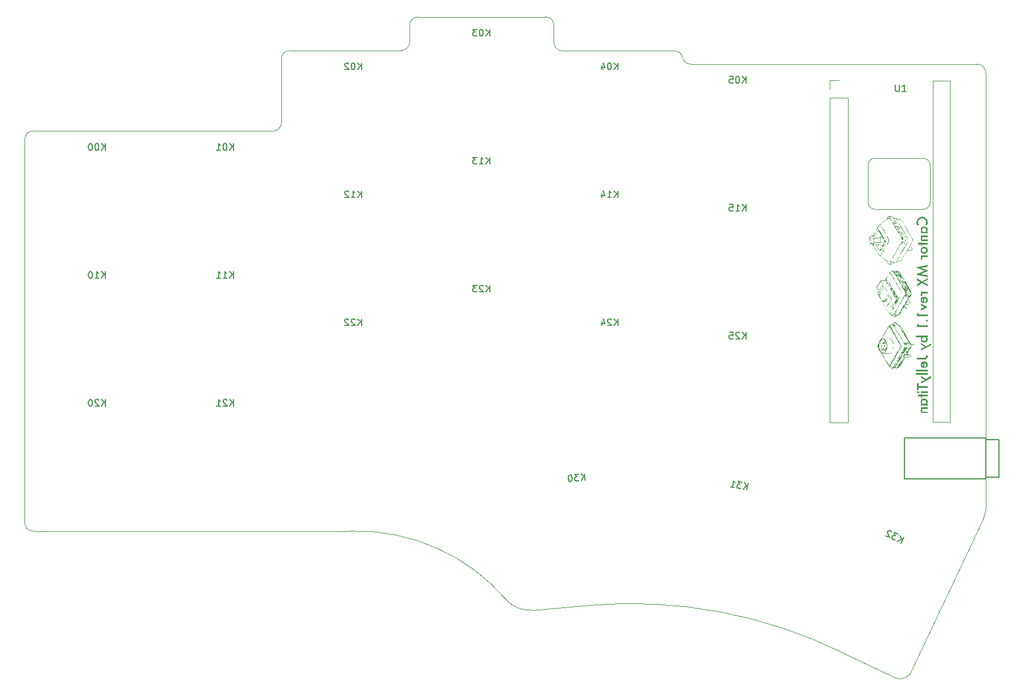
<source format=gbo>
%TF.GenerationSoftware,KiCad,Pcbnew,(7.0.0-0)*%
%TF.CreationDate,2023-02-16T17:59:52-08:00*%
%TF.ProjectId,keyboard_pcb,6b657962-6f61-4726-945f-7063622e6b69,rev1.0*%
%TF.SameCoordinates,PX78114e0PY44b6550*%
%TF.FileFunction,Legend,Bot*%
%TF.FilePolarity,Positive*%
%FSLAX46Y46*%
G04 Gerber Fmt 4.6, Leading zero omitted, Abs format (unit mm)*
G04 Created by KiCad (PCBNEW (7.0.0-0)) date 2023-02-16 17:59:52*
%MOMM*%
%LPD*%
G01*
G04 APERTURE LIST*
%ADD10C,0.250000*%
%ADD11C,0.150000*%
%ADD12C,0.120000*%
%TA.AperFunction,Profile*%
%ADD13C,0.100000*%
%TD*%
G04 APERTURE END LIST*
D10*
G36*
X64801721Y-1233566D02*
G01*
X65089317Y-1233566D01*
X65078633Y-1220477D01*
X65068289Y-1207360D01*
X65058283Y-1194214D01*
X65048617Y-1181039D01*
X65039289Y-1167835D01*
X65030301Y-1154603D01*
X65021652Y-1141343D01*
X65013343Y-1128053D01*
X65005372Y-1114736D01*
X64997741Y-1101389D01*
X64990448Y-1088014D01*
X64983495Y-1074610D01*
X64976881Y-1061178D01*
X64970607Y-1047717D01*
X64964671Y-1034227D01*
X64953818Y-1007162D01*
X64944321Y-979982D01*
X64936181Y-952688D01*
X64929397Y-925279D01*
X64923970Y-897756D01*
X64919900Y-870119D01*
X64917187Y-842367D01*
X64915830Y-814500D01*
X64915661Y-800524D01*
X64915832Y-785189D01*
X64916346Y-770007D01*
X64917203Y-754976D01*
X64918403Y-740097D01*
X64919945Y-725369D01*
X64921830Y-710793D01*
X64926629Y-682097D01*
X64932798Y-654007D01*
X64940339Y-626524D01*
X64949250Y-599647D01*
X64959533Y-573378D01*
X64971186Y-547715D01*
X64984211Y-522659D01*
X64998606Y-498210D01*
X65014373Y-474368D01*
X65031511Y-451132D01*
X65050019Y-428504D01*
X65059787Y-417417D01*
X65069899Y-406482D01*
X65080353Y-395698D01*
X65091149Y-385067D01*
X65102170Y-374608D01*
X65113341Y-364482D01*
X65124664Y-354687D01*
X65136138Y-345225D01*
X65147762Y-336094D01*
X65159538Y-327296D01*
X65183542Y-310695D01*
X65208150Y-295422D01*
X65233361Y-281477D01*
X65259177Y-268861D01*
X65285597Y-257572D01*
X65312621Y-247611D01*
X65340248Y-238979D01*
X65368480Y-231675D01*
X65382822Y-228520D01*
X65397315Y-225698D01*
X65411959Y-223208D01*
X65426755Y-221050D01*
X65441701Y-219224D01*
X65456798Y-217730D01*
X65472046Y-216568D01*
X65487445Y-215738D01*
X65502995Y-215240D01*
X65518696Y-215074D01*
X65534214Y-215240D01*
X65549580Y-215738D01*
X65564794Y-216568D01*
X65579856Y-217730D01*
X65594767Y-219224D01*
X65609526Y-221050D01*
X65624133Y-223208D01*
X65638589Y-225698D01*
X65667045Y-231675D01*
X65694895Y-238979D01*
X65722137Y-247611D01*
X65748773Y-257572D01*
X65774802Y-268861D01*
X65800224Y-281477D01*
X65825040Y-295422D01*
X65849248Y-310695D01*
X65872850Y-327296D01*
X65895845Y-345225D01*
X65907115Y-354687D01*
X65918234Y-364482D01*
X65929200Y-374608D01*
X65940015Y-385067D01*
X65950564Y-395766D01*
X65960778Y-406615D01*
X65970657Y-417613D01*
X65980201Y-428761D01*
X65998284Y-451506D01*
X66015028Y-474849D01*
X66030433Y-498790D01*
X66044498Y-523329D01*
X66057223Y-548467D01*
X66068609Y-574202D01*
X66078655Y-600536D01*
X66087362Y-627468D01*
X66094730Y-654998D01*
X66100758Y-683127D01*
X66105446Y-711854D01*
X66107288Y-726441D01*
X66108795Y-741178D01*
X66109967Y-756065D01*
X66110804Y-771102D01*
X66111306Y-786287D01*
X66111474Y-801623D01*
X66111312Y-817367D01*
X66110827Y-832815D01*
X66110018Y-847969D01*
X66108886Y-862829D01*
X66106582Y-884565D01*
X66103550Y-905637D01*
X66099790Y-926047D01*
X66095302Y-945793D01*
X66090087Y-964876D01*
X66084144Y-983295D01*
X66077473Y-1001051D01*
X66070075Y-1018144D01*
X66063314Y-1033699D01*
X66055856Y-1049450D01*
X66047701Y-1065398D01*
X66040674Y-1078298D01*
X66033201Y-1091324D01*
X66025281Y-1104476D01*
X66016915Y-1117753D01*
X66014754Y-1121092D01*
X66005823Y-1134551D01*
X65996435Y-1148181D01*
X65986589Y-1161982D01*
X65976285Y-1175956D01*
X65965523Y-1190101D01*
X65954303Y-1204417D01*
X65942626Y-1218906D01*
X65930490Y-1233566D01*
X66224314Y-1233566D01*
X66231797Y-1220678D01*
X66239043Y-1207749D01*
X66246051Y-1194780D01*
X66252822Y-1181772D01*
X66265650Y-1155634D01*
X66277528Y-1129336D01*
X66288456Y-1102877D01*
X66298434Y-1076259D01*
X66307461Y-1049480D01*
X66315539Y-1022541D01*
X66322666Y-995441D01*
X66328842Y-968181D01*
X66334069Y-940761D01*
X66338345Y-913181D01*
X66341671Y-885440D01*
X66344046Y-857539D01*
X66345472Y-829478D01*
X66345947Y-801256D01*
X66345712Y-780036D01*
X66345009Y-759012D01*
X66343838Y-738182D01*
X66342197Y-717548D01*
X66340088Y-697109D01*
X66337510Y-676866D01*
X66334464Y-656818D01*
X66330949Y-636965D01*
X66326965Y-617308D01*
X66322512Y-597846D01*
X66317591Y-578579D01*
X66312201Y-559508D01*
X66306343Y-540632D01*
X66300015Y-521951D01*
X66293219Y-503466D01*
X66285955Y-485176D01*
X66278221Y-467081D01*
X66270019Y-449182D01*
X66261349Y-431478D01*
X66252209Y-413969D01*
X66242601Y-396656D01*
X66232524Y-379538D01*
X66221979Y-362616D01*
X66210964Y-345889D01*
X66199482Y-329357D01*
X66187530Y-313020D01*
X66175110Y-296879D01*
X66162221Y-280933D01*
X66148863Y-265183D01*
X66135037Y-249628D01*
X66120742Y-234268D01*
X66105978Y-219104D01*
X66090745Y-204340D01*
X66075317Y-190045D01*
X66059693Y-176219D01*
X66043874Y-162861D01*
X66027859Y-149972D01*
X66011649Y-137552D01*
X65995244Y-125600D01*
X65978644Y-114117D01*
X65961848Y-103103D01*
X65944857Y-92558D01*
X65927670Y-82481D01*
X65910288Y-72873D01*
X65892711Y-63733D01*
X65874938Y-55063D01*
X65856970Y-46861D01*
X65838807Y-39127D01*
X65820448Y-31863D01*
X65801894Y-25067D01*
X65783145Y-18739D01*
X65764200Y-12881D01*
X65745060Y-7491D01*
X65725725Y-2569D01*
X65706194Y1883D01*
X65686468Y5867D01*
X65666547Y9382D01*
X65646430Y12429D01*
X65626118Y15006D01*
X65605610Y17115D01*
X65584908Y18756D01*
X65564010Y19928D01*
X65542916Y20631D01*
X65521627Y20865D01*
X65502527Y20669D01*
X65483558Y20081D01*
X65464720Y19100D01*
X65446013Y17728D01*
X65427437Y15963D01*
X65408992Y13807D01*
X65390677Y11258D01*
X65372494Y8317D01*
X65354442Y4984D01*
X65336520Y1259D01*
X65318730Y-2859D01*
X65301070Y-7368D01*
X65283542Y-12270D01*
X65266144Y-17563D01*
X65248877Y-23249D01*
X65231741Y-29327D01*
X65214737Y-35797D01*
X65197863Y-42659D01*
X65181120Y-49913D01*
X65164508Y-57560D01*
X65148027Y-65598D01*
X65131677Y-74029D01*
X65115458Y-82852D01*
X65099369Y-92067D01*
X65083412Y-101674D01*
X65067586Y-111673D01*
X65051891Y-122064D01*
X65036326Y-132848D01*
X65020893Y-144023D01*
X65005590Y-155591D01*
X64990419Y-167551D01*
X64975378Y-179903D01*
X64957278Y-195500D01*
X64939753Y-211381D01*
X64922803Y-227546D01*
X64906427Y-243994D01*
X64890626Y-260725D01*
X64875399Y-277739D01*
X64860747Y-295037D01*
X64846670Y-312618D01*
X64833167Y-330483D01*
X64820239Y-348631D01*
X64807885Y-367062D01*
X64796106Y-385777D01*
X64784901Y-404775D01*
X64774271Y-424056D01*
X64764216Y-443621D01*
X64754735Y-463469D01*
X64745829Y-483600D01*
X64737497Y-504015D01*
X64729740Y-524713D01*
X64722558Y-545695D01*
X64715950Y-566959D01*
X64709917Y-588508D01*
X64704458Y-610339D01*
X64699574Y-632454D01*
X64695265Y-654852D01*
X64691530Y-677534D01*
X64688370Y-700499D01*
X64685784Y-723748D01*
X64683773Y-747279D01*
X64682337Y-771094D01*
X64681475Y-795193D01*
X64681188Y-819575D01*
X64681658Y-846308D01*
X64683071Y-872927D01*
X64685425Y-899431D01*
X64688721Y-925820D01*
X64692958Y-952096D01*
X64698138Y-978256D01*
X64704258Y-1004302D01*
X64711321Y-1030234D01*
X64719325Y-1056051D01*
X64728271Y-1081754D01*
X64738159Y-1107342D01*
X64748988Y-1132816D01*
X64760759Y-1158175D01*
X64773471Y-1183420D01*
X64787126Y-1208551D01*
X64801721Y-1233566D01*
G37*
G36*
X65843321Y-1427530D02*
G01*
X65870967Y-1429102D01*
X65898024Y-1431721D01*
X65924491Y-1435387D01*
X65950368Y-1440101D01*
X65975656Y-1445863D01*
X66000354Y-1452672D01*
X66024462Y-1460529D01*
X66047981Y-1469433D01*
X66070910Y-1479385D01*
X66093250Y-1490385D01*
X66115000Y-1502432D01*
X66136160Y-1515527D01*
X66156731Y-1529669D01*
X66176712Y-1544859D01*
X66196104Y-1561096D01*
X66214249Y-1578318D01*
X66231223Y-1596095D01*
X66247027Y-1614428D01*
X66261660Y-1633316D01*
X66275123Y-1652759D01*
X66287414Y-1672757D01*
X66298536Y-1693311D01*
X66308486Y-1714419D01*
X66317266Y-1736084D01*
X66324875Y-1758303D01*
X66331314Y-1781078D01*
X66336582Y-1804408D01*
X66340679Y-1828293D01*
X66343606Y-1852733D01*
X66345361Y-1877729D01*
X66345947Y-1903280D01*
X66345430Y-1923712D01*
X66343880Y-1943975D01*
X66341297Y-1964069D01*
X66337681Y-1983995D01*
X66333031Y-2003751D01*
X66327348Y-2023339D01*
X66320632Y-2042758D01*
X66312882Y-2062008D01*
X66304100Y-2081089D01*
X66294284Y-2100001D01*
X66283434Y-2118744D01*
X66271552Y-2137318D01*
X66258636Y-2155724D01*
X66244687Y-2173960D01*
X66229705Y-2192028D01*
X66213689Y-2209927D01*
X66322500Y-2209927D01*
X66322500Y-2435241D01*
X65314265Y-2435241D01*
X65314265Y-2209927D01*
X65432967Y-2209927D01*
X65415754Y-2192476D01*
X65399651Y-2174745D01*
X65384658Y-2156733D01*
X65370777Y-2138440D01*
X65358005Y-2119867D01*
X65346345Y-2101014D01*
X65335795Y-2081880D01*
X65326355Y-2062465D01*
X65318026Y-2042771D01*
X65310807Y-2022795D01*
X65304699Y-2002539D01*
X65299702Y-1982003D01*
X65295815Y-1961186D01*
X65293113Y-1940649D01*
X65498913Y-1940649D01*
X65499260Y-1956218D01*
X65500304Y-1971418D01*
X65502042Y-1986249D01*
X65505955Y-2007802D01*
X65511432Y-2028525D01*
X65518474Y-2048417D01*
X65527081Y-2067479D01*
X65537253Y-2085709D01*
X65548990Y-2103109D01*
X65562292Y-2119678D01*
X65577159Y-2135416D01*
X65587939Y-2145447D01*
X65599490Y-2154985D01*
X65611427Y-2163908D01*
X65623750Y-2172216D01*
X65636460Y-2179908D01*
X65649556Y-2186985D01*
X65663038Y-2193446D01*
X65676907Y-2199293D01*
X65691162Y-2204523D01*
X65705804Y-2209139D01*
X65720832Y-2213139D01*
X65736247Y-2216523D01*
X65752047Y-2219292D01*
X65768235Y-2221446D01*
X65784808Y-2222985D01*
X65801769Y-2223908D01*
X65819115Y-2224215D01*
X65836417Y-2223908D01*
X65853336Y-2222985D01*
X65869871Y-2221446D01*
X65886022Y-2219292D01*
X65901790Y-2216523D01*
X65917175Y-2213139D01*
X65932176Y-2209139D01*
X65946793Y-2204523D01*
X65961027Y-2199293D01*
X65974877Y-2193446D01*
X65988344Y-2186985D01*
X66001427Y-2179908D01*
X66014127Y-2172216D01*
X66026443Y-2163908D01*
X66038375Y-2154985D01*
X66049924Y-2145447D01*
X66065638Y-2130243D01*
X66079806Y-2114170D01*
X66092428Y-2097228D01*
X66103505Y-2079416D01*
X66113036Y-2060734D01*
X66121022Y-2041183D01*
X66127462Y-2020763D01*
X66132356Y-1999474D01*
X66134761Y-1984798D01*
X66136478Y-1969735D01*
X66137508Y-1954286D01*
X66137852Y-1938451D01*
X66137763Y-1931004D01*
X66137053Y-1916349D01*
X66134658Y-1894968D01*
X66130665Y-1874309D01*
X66125075Y-1854371D01*
X66117888Y-1835154D01*
X66109104Y-1816658D01*
X66098722Y-1798884D01*
X66086744Y-1781830D01*
X66073169Y-1765499D01*
X66057996Y-1749888D01*
X66046994Y-1739882D01*
X66035565Y-1730565D01*
X66023718Y-1721850D01*
X66011453Y-1713735D01*
X65998771Y-1706222D01*
X65985670Y-1699310D01*
X65972152Y-1692999D01*
X65958216Y-1687288D01*
X65943862Y-1682179D01*
X65929090Y-1677671D01*
X65913900Y-1673764D01*
X65898293Y-1670459D01*
X65882267Y-1667754D01*
X65865824Y-1665650D01*
X65848962Y-1664147D01*
X65831683Y-1663246D01*
X65813986Y-1662945D01*
X65797394Y-1663254D01*
X65781139Y-1664182D01*
X65765222Y-1665727D01*
X65749643Y-1667891D01*
X65734402Y-1670673D01*
X65719498Y-1674074D01*
X65704932Y-1678092D01*
X65690704Y-1682729D01*
X65676814Y-1687984D01*
X65663261Y-1693857D01*
X65650046Y-1700349D01*
X65637169Y-1707459D01*
X65624630Y-1715187D01*
X65612428Y-1723533D01*
X65600564Y-1732497D01*
X65589038Y-1742080D01*
X65583493Y-1747087D01*
X65572932Y-1757334D01*
X65558410Y-1773284D01*
X65545472Y-1789929D01*
X65534118Y-1807270D01*
X65524348Y-1825306D01*
X65516163Y-1844038D01*
X65509562Y-1863465D01*
X65504545Y-1883588D01*
X65501113Y-1904407D01*
X65499265Y-1925920D01*
X65498913Y-1940649D01*
X65293113Y-1940649D01*
X65293039Y-1940088D01*
X65291373Y-1918710D01*
X65290818Y-1897052D01*
X65291403Y-1872126D01*
X65293159Y-1847725D01*
X65296086Y-1823846D01*
X65300183Y-1800492D01*
X65305451Y-1777662D01*
X65311889Y-1755355D01*
X65319499Y-1733572D01*
X65328278Y-1712313D01*
X65338229Y-1691577D01*
X65349350Y-1671366D01*
X65361642Y-1651678D01*
X65375104Y-1632514D01*
X65389737Y-1613874D01*
X65405541Y-1595757D01*
X65422516Y-1578165D01*
X65440661Y-1561096D01*
X65459683Y-1544859D01*
X65479289Y-1529669D01*
X65499479Y-1515527D01*
X65520253Y-1502432D01*
X65541611Y-1490385D01*
X65563553Y-1479385D01*
X65586079Y-1469433D01*
X65609188Y-1460529D01*
X65632882Y-1452672D01*
X65657159Y-1445863D01*
X65682020Y-1440101D01*
X65707465Y-1435387D01*
X65733495Y-1431721D01*
X65760107Y-1429102D01*
X65787304Y-1427530D01*
X65815085Y-1427007D01*
X65843321Y-1427530D01*
G37*
G36*
X65314265Y-2732729D02*
G01*
X65314265Y-2968668D01*
X65409153Y-2968668D01*
X65394824Y-2983990D01*
X65381418Y-2999551D01*
X65368938Y-3015349D01*
X65357382Y-3031384D01*
X65346750Y-3047658D01*
X65337043Y-3064168D01*
X65328260Y-3080917D01*
X65320402Y-3097903D01*
X65313468Y-3115126D01*
X65307459Y-3132587D01*
X65302374Y-3150285D01*
X65298214Y-3168222D01*
X65294978Y-3186395D01*
X65292667Y-3204806D01*
X65291280Y-3223455D01*
X65290818Y-3242342D01*
X65291248Y-3263974D01*
X65292541Y-3285000D01*
X65294695Y-3305419D01*
X65297710Y-3325232D01*
X65301587Y-3344437D01*
X65306325Y-3363036D01*
X65311925Y-3381028D01*
X65318387Y-3398413D01*
X65325710Y-3415191D01*
X65333894Y-3431363D01*
X65342940Y-3446927D01*
X65352848Y-3461885D01*
X65363617Y-3476237D01*
X65375248Y-3489981D01*
X65387740Y-3503119D01*
X65401093Y-3515649D01*
X65413281Y-3525898D01*
X65426395Y-3535485D01*
X65440437Y-3544410D01*
X65455407Y-3552675D01*
X65471304Y-3560279D01*
X65488128Y-3567221D01*
X65505879Y-3573502D01*
X65524558Y-3579122D01*
X65544164Y-3584081D01*
X65564698Y-3588378D01*
X65586159Y-3592015D01*
X65608547Y-3594990D01*
X65631863Y-3597304D01*
X65656106Y-3598957D01*
X65681276Y-3599949D01*
X65707374Y-3600280D01*
X66322500Y-3600280D01*
X66322500Y-3364341D01*
X65761596Y-3364341D01*
X65743406Y-3364181D01*
X65725933Y-3363700D01*
X65709174Y-3362898D01*
X65693131Y-3361776D01*
X65677804Y-3360334D01*
X65663193Y-3358571D01*
X65642617Y-3355325D01*
X65623651Y-3351358D01*
X65606295Y-3346670D01*
X65590549Y-3341260D01*
X65576414Y-3335129D01*
X65560070Y-3325833D01*
X65556432Y-3323308D01*
X65542951Y-3312386D01*
X65531267Y-3299403D01*
X65521381Y-3284359D01*
X65513292Y-3267254D01*
X65508406Y-3253074D01*
X65504530Y-3237733D01*
X65501665Y-3221234D01*
X65499811Y-3203576D01*
X65498969Y-3184758D01*
X65498913Y-3178228D01*
X65499582Y-3157316D01*
X65501592Y-3137583D01*
X65504940Y-3119028D01*
X65509629Y-3101652D01*
X65515657Y-3085454D01*
X65523024Y-3070435D01*
X65531731Y-3056595D01*
X65541777Y-3043932D01*
X65553163Y-3032449D01*
X65565889Y-3022144D01*
X65575116Y-3015929D01*
X65590187Y-3007482D01*
X65607235Y-2999867D01*
X65626260Y-2993083D01*
X65647262Y-2987129D01*
X65662361Y-2983621D01*
X65678340Y-2980483D01*
X65695197Y-2977714D01*
X65712932Y-2975314D01*
X65731547Y-2973283D01*
X65751040Y-2971621D01*
X65771412Y-2970329D01*
X65792662Y-2969406D01*
X65814792Y-2968852D01*
X65837800Y-2968668D01*
X66322500Y-2968668D01*
X66322500Y-2732729D01*
X65314265Y-2732729D01*
G37*
G36*
X65525291Y-4119051D02*
G01*
X66322500Y-4119051D01*
X66322500Y-3883113D01*
X65525291Y-3883113D01*
X65525291Y-3789323D01*
X65317196Y-3789323D01*
X65317196Y-3883113D01*
X64939108Y-3883113D01*
X64939108Y-4119051D01*
X65317196Y-4119051D01*
X65317196Y-4305164D01*
X65525291Y-4305164D01*
X65525291Y-4119051D01*
G37*
G36*
X65839098Y-4424455D02*
G01*
X65866897Y-4426219D01*
X65894087Y-4429160D01*
X65920667Y-4433277D01*
X65946637Y-4438571D01*
X65971998Y-4445041D01*
X65996749Y-4452688D01*
X66020890Y-4461510D01*
X66044422Y-4471509D01*
X66067344Y-4482685D01*
X66089656Y-4495037D01*
X66111359Y-4508565D01*
X66132452Y-4523270D01*
X66152936Y-4539151D01*
X66172810Y-4556208D01*
X66192074Y-4574442D01*
X66210707Y-4593502D01*
X66228138Y-4613128D01*
X66244367Y-4633321D01*
X66259393Y-4654081D01*
X66273218Y-4675407D01*
X66285840Y-4697300D01*
X66297260Y-4719760D01*
X66307479Y-4742786D01*
X66316495Y-4766380D01*
X66324308Y-4790540D01*
X66330920Y-4815267D01*
X66336330Y-4840560D01*
X66340537Y-4866420D01*
X66343543Y-4892847D01*
X66345346Y-4919841D01*
X66345947Y-4947401D01*
X66345357Y-4975243D01*
X66343588Y-5002533D01*
X66340640Y-5029270D01*
X66336513Y-5055456D01*
X66331206Y-5081088D01*
X66324721Y-5106168D01*
X66317056Y-5130696D01*
X66308211Y-5154672D01*
X66298188Y-5178095D01*
X66286985Y-5200965D01*
X66274603Y-5223283D01*
X66261042Y-5245049D01*
X66246301Y-5266262D01*
X66230382Y-5286923D01*
X66213283Y-5307032D01*
X66195005Y-5326588D01*
X66175762Y-5345221D01*
X66155953Y-5362652D01*
X66135576Y-5378881D01*
X66114634Y-5393907D01*
X66093124Y-5407732D01*
X66071048Y-5420354D01*
X66048405Y-5431775D01*
X66025195Y-5441993D01*
X66001418Y-5451009D01*
X65977075Y-5458823D01*
X65952165Y-5465434D01*
X65926689Y-5470844D01*
X65900645Y-5475051D01*
X65874035Y-5478057D01*
X65846858Y-5479860D01*
X65819115Y-5480461D01*
X65791588Y-5479864D01*
X65764601Y-5478074D01*
X65738156Y-5475090D01*
X65712251Y-5470913D01*
X65686888Y-5465542D01*
X65662065Y-5458977D01*
X65637783Y-5451219D01*
X65614043Y-5442267D01*
X65590843Y-5432122D01*
X65568184Y-5420784D01*
X65546066Y-5408251D01*
X65524489Y-5394526D01*
X65503454Y-5379606D01*
X65482959Y-5363493D01*
X65463005Y-5346187D01*
X65443592Y-5327687D01*
X65425092Y-5308099D01*
X65407785Y-5287988D01*
X65391672Y-5267353D01*
X65376753Y-5246194D01*
X65363027Y-5224511D01*
X65350495Y-5202305D01*
X65339156Y-5179574D01*
X65329011Y-5156320D01*
X65320060Y-5132542D01*
X65312302Y-5108241D01*
X65305737Y-5083415D01*
X65300366Y-5058066D01*
X65296189Y-5032193D01*
X65293205Y-5005796D01*
X65291414Y-4978875D01*
X65290826Y-4951797D01*
X65498913Y-4951797D01*
X65499256Y-4968128D01*
X65500286Y-4984055D01*
X65502004Y-4999578D01*
X65504408Y-5014697D01*
X65507499Y-5029414D01*
X65511277Y-5043726D01*
X65518233Y-5064438D01*
X65526733Y-5084242D01*
X65536780Y-5103138D01*
X65548372Y-5121126D01*
X65561509Y-5138206D01*
X65576193Y-5154378D01*
X65586840Y-5164655D01*
X65597923Y-5174326D01*
X65609463Y-5183374D01*
X65621461Y-5191797D01*
X65633918Y-5199597D01*
X65646832Y-5206773D01*
X65660204Y-5213324D01*
X65674035Y-5219252D01*
X65688323Y-5224556D01*
X65703069Y-5229235D01*
X65718273Y-5233291D01*
X65733935Y-5236723D01*
X65750055Y-5239531D01*
X65766633Y-5241715D01*
X65783669Y-5243274D01*
X65801163Y-5244210D01*
X65819115Y-5244522D01*
X65828126Y-5244444D01*
X65845806Y-5243820D01*
X65863030Y-5242572D01*
X65879800Y-5240701D01*
X65896115Y-5238205D01*
X65911974Y-5235085D01*
X65927379Y-5231341D01*
X65942328Y-5226973D01*
X65956823Y-5221982D01*
X65970862Y-5216366D01*
X65984446Y-5210126D01*
X65997575Y-5203263D01*
X66010249Y-5195775D01*
X66028406Y-5183374D01*
X66039942Y-5174326D01*
X66051024Y-5164655D01*
X66061538Y-5154507D01*
X66076038Y-5138496D01*
X66089011Y-5121538D01*
X66100458Y-5103634D01*
X66110379Y-5084783D01*
X66118773Y-5064986D01*
X66125642Y-5044241D01*
X66129373Y-5029886D01*
X66132425Y-5015110D01*
X66134799Y-4999913D01*
X66136495Y-4984295D01*
X66137513Y-4968257D01*
X66137852Y-4951797D01*
X66137508Y-4935467D01*
X66136478Y-4919540D01*
X66134761Y-4904017D01*
X66132356Y-4888897D01*
X66129265Y-4874181D01*
X66125487Y-4859869D01*
X66118532Y-4839156D01*
X66110031Y-4819352D01*
X66099985Y-4800456D01*
X66088393Y-4782468D01*
X66075255Y-4765388D01*
X66060572Y-4749216D01*
X66049924Y-4738940D01*
X66044437Y-4734071D01*
X66027244Y-4720392D01*
X66015174Y-4712046D01*
X66002618Y-4704318D01*
X65989575Y-4697208D01*
X65976045Y-4690717D01*
X65962029Y-4684844D01*
X65947526Y-4679589D01*
X65932536Y-4674952D01*
X65917060Y-4670933D01*
X65901098Y-4667533D01*
X65884648Y-4664751D01*
X65867713Y-4662587D01*
X65850290Y-4661041D01*
X65832381Y-4660114D01*
X65813986Y-4659805D01*
X65796784Y-4660120D01*
X65779983Y-4661064D01*
X65763582Y-4662639D01*
X65747582Y-4664842D01*
X65731983Y-4667676D01*
X65716785Y-4671139D01*
X65701987Y-4675232D01*
X65687590Y-4679955D01*
X65673594Y-4685307D01*
X65659998Y-4691289D01*
X65646804Y-4697901D01*
X65634009Y-4705143D01*
X65621616Y-4713014D01*
X65609623Y-4721514D01*
X65598031Y-4730645D01*
X65586840Y-4740405D01*
X65576193Y-4750719D01*
X65561509Y-4766915D01*
X65548372Y-4783980D01*
X65536780Y-4801914D01*
X65526733Y-4820718D01*
X65518233Y-4840391D01*
X65511277Y-4860933D01*
X65507499Y-4875111D01*
X65504408Y-4889676D01*
X65502004Y-4904626D01*
X65500286Y-4919964D01*
X65499256Y-4935687D01*
X65498913Y-4951797D01*
X65290826Y-4951797D01*
X65290818Y-4951431D01*
X65291412Y-4924124D01*
X65293193Y-4897341D01*
X65296163Y-4871081D01*
X65300320Y-4845346D01*
X65305665Y-4820134D01*
X65312199Y-4795446D01*
X65319919Y-4771281D01*
X65328828Y-4747641D01*
X65338924Y-4724524D01*
X65350209Y-4701931D01*
X65362681Y-4679862D01*
X65376341Y-4658317D01*
X65391189Y-4637295D01*
X65407224Y-4616797D01*
X65424448Y-4596823D01*
X65442859Y-4577373D01*
X65462070Y-4558784D01*
X65481785Y-4541395D01*
X65502004Y-4525205D01*
X65522726Y-4510214D01*
X65543953Y-4496422D01*
X65565683Y-4483830D01*
X65587916Y-4472437D01*
X65610654Y-4462243D01*
X65633895Y-4453249D01*
X65657640Y-4445453D01*
X65681889Y-4438857D01*
X65706641Y-4433461D01*
X65731897Y-4429263D01*
X65757657Y-4426265D01*
X65783921Y-4424466D01*
X65810689Y-4423866D01*
X65839098Y-4424455D01*
G37*
G36*
X65314265Y-5732520D02*
G01*
X65314265Y-5968458D01*
X65410252Y-5968458D01*
X65397855Y-5980282D01*
X65386218Y-5991848D01*
X65375341Y-6003157D01*
X65365224Y-6014208D01*
X65352916Y-6028542D01*
X65341960Y-6042418D01*
X65332354Y-6055836D01*
X65324100Y-6068796D01*
X65317196Y-6081298D01*
X65309597Y-6097439D01*
X65303286Y-6114493D01*
X65299164Y-6128793D01*
X65295867Y-6143676D01*
X65293394Y-6159144D01*
X65291745Y-6175195D01*
X65290921Y-6191830D01*
X65290818Y-6200367D01*
X65291323Y-6217542D01*
X65292840Y-6234859D01*
X65295368Y-6252318D01*
X65298906Y-6269919D01*
X65303456Y-6287661D01*
X65309017Y-6305545D01*
X65315589Y-6323570D01*
X65323172Y-6341738D01*
X65331766Y-6360046D01*
X65341372Y-6378497D01*
X65348337Y-6390876D01*
X65572185Y-6285363D01*
X65563805Y-6273093D01*
X65553913Y-6256813D01*
X65545487Y-6240624D01*
X65538526Y-6224527D01*
X65533030Y-6208521D01*
X65529000Y-6192607D01*
X65526436Y-6176785D01*
X65525337Y-6161054D01*
X65525291Y-6157136D01*
X65526397Y-6134288D01*
X65529716Y-6112914D01*
X65535247Y-6093015D01*
X65542991Y-6074589D01*
X65552947Y-6057638D01*
X65565116Y-6042160D01*
X65579497Y-6028157D01*
X65596091Y-6015628D01*
X65614897Y-6004572D01*
X65635916Y-5994991D01*
X65659147Y-5986884D01*
X65684591Y-5980251D01*
X65712247Y-5975091D01*
X65726905Y-5973065D01*
X65742116Y-5971406D01*
X65757880Y-5970116D01*
X65774197Y-5969195D01*
X65791067Y-5968642D01*
X65808490Y-5968458D01*
X66322500Y-5968458D01*
X66322500Y-5732520D01*
X65314265Y-5732520D01*
G37*
G36*
X66322500Y-7159508D02*
G01*
X64611945Y-7492534D01*
X65848424Y-8036218D01*
X64611945Y-8598954D01*
X66322500Y-8898273D01*
X66322500Y-8653542D01*
X65361892Y-8500768D01*
X66395772Y-8031822D01*
X65361160Y-7576797D01*
X66322500Y-7406438D01*
X66322500Y-7159508D01*
G37*
G36*
X65489021Y-9563957D02*
G01*
X64728082Y-9127984D01*
X64728082Y-9399826D01*
X65268103Y-9702443D01*
X64728082Y-10020081D01*
X64728082Y-10294121D01*
X65489021Y-9837631D01*
X66322500Y-10316469D01*
X66322500Y-10049023D01*
X65712137Y-9698046D01*
X66322500Y-9337178D01*
X66322500Y-9066434D01*
X65489021Y-9563957D01*
G37*
G36*
X65314265Y-11128333D02*
G01*
X65314265Y-11364271D01*
X65410252Y-11364271D01*
X65397855Y-11376095D01*
X65386218Y-11387661D01*
X65375341Y-11398970D01*
X65365224Y-11410021D01*
X65352916Y-11424355D01*
X65341960Y-11438231D01*
X65332354Y-11451649D01*
X65324100Y-11464609D01*
X65317196Y-11477111D01*
X65309597Y-11493252D01*
X65303286Y-11510306D01*
X65299164Y-11524606D01*
X65295867Y-11539489D01*
X65293394Y-11554957D01*
X65291745Y-11571008D01*
X65290921Y-11587643D01*
X65290818Y-11596180D01*
X65291323Y-11613355D01*
X65292840Y-11630672D01*
X65295368Y-11648131D01*
X65298906Y-11665732D01*
X65303456Y-11683474D01*
X65309017Y-11701358D01*
X65315589Y-11719383D01*
X65323172Y-11737551D01*
X65331766Y-11755859D01*
X65341372Y-11774310D01*
X65348337Y-11786689D01*
X65572185Y-11681176D01*
X65563805Y-11668906D01*
X65553913Y-11652626D01*
X65545487Y-11636437D01*
X65538526Y-11620340D01*
X65533030Y-11604334D01*
X65529000Y-11588420D01*
X65526436Y-11572598D01*
X65525337Y-11556867D01*
X65525291Y-11552949D01*
X65526397Y-11530101D01*
X65529716Y-11508727D01*
X65535247Y-11488828D01*
X65542991Y-11470402D01*
X65552947Y-11453451D01*
X65565116Y-11437973D01*
X65579497Y-11423970D01*
X65596091Y-11411441D01*
X65614897Y-11400385D01*
X65635916Y-11390804D01*
X65659147Y-11382697D01*
X65684591Y-11376063D01*
X65712247Y-11370904D01*
X65726905Y-11368878D01*
X65742116Y-11367219D01*
X65757880Y-11365929D01*
X65774197Y-11365008D01*
X65791067Y-11364455D01*
X65808490Y-11364271D01*
X66322500Y-11364271D01*
X66322500Y-11128333D01*
X65314265Y-11128333D01*
G37*
G36*
X65848562Y-11852799D02*
G01*
X65877275Y-11854392D01*
X65905256Y-11857047D01*
X65932505Y-11860763D01*
X65959020Y-11865542D01*
X65984803Y-11871382D01*
X66009853Y-11878285D01*
X66034171Y-11886249D01*
X66057756Y-11895275D01*
X66080607Y-11905363D01*
X66102727Y-11916512D01*
X66124113Y-11928724D01*
X66144767Y-11941998D01*
X66164688Y-11956333D01*
X66183876Y-11971730D01*
X66202332Y-11988189D01*
X66219723Y-12005570D01*
X66235992Y-12023641D01*
X66251139Y-12042401D01*
X66265163Y-12061852D01*
X66278066Y-12081992D01*
X66289847Y-12102821D01*
X66300506Y-12124341D01*
X66310043Y-12146550D01*
X66318458Y-12169450D01*
X66325751Y-12193039D01*
X66331922Y-12217317D01*
X66336971Y-12242286D01*
X66340898Y-12267944D01*
X66343703Y-12294293D01*
X66345386Y-12321331D01*
X66345947Y-12349058D01*
X66345689Y-12368390D01*
X66344916Y-12387366D01*
X66343628Y-12405988D01*
X66341825Y-12424255D01*
X66339507Y-12442166D01*
X66336673Y-12459723D01*
X66333324Y-12476925D01*
X66329460Y-12493772D01*
X66325047Y-12510390D01*
X66320049Y-12526722D01*
X66314468Y-12542768D01*
X66308303Y-12558527D01*
X66301554Y-12574000D01*
X66294221Y-12589187D01*
X66286304Y-12604088D01*
X66277803Y-12618702D01*
X66268621Y-12633054D01*
X66258844Y-12647164D01*
X66248471Y-12661035D01*
X66237503Y-12674665D01*
X66225940Y-12688054D01*
X66213781Y-12701203D01*
X66201027Y-12714112D01*
X66187677Y-12726780D01*
X66173595Y-12739339D01*
X66158826Y-12751738D01*
X66147299Y-12760933D01*
X66135385Y-12770037D01*
X66123084Y-12779050D01*
X66110397Y-12787974D01*
X66097324Y-12796808D01*
X66083865Y-12805551D01*
X66070019Y-12814204D01*
X66055786Y-12822767D01*
X65949907Y-12627129D01*
X65963108Y-12618305D01*
X65975782Y-12609601D01*
X65987929Y-12601017D01*
X66005162Y-12588366D01*
X66021211Y-12575987D01*
X66036074Y-12563877D01*
X66049753Y-12552038D01*
X66062246Y-12540470D01*
X66073555Y-12529172D01*
X66086790Y-12514529D01*
X66097918Y-12500367D01*
X66105055Y-12489521D01*
X66113478Y-12474228D01*
X66120654Y-12457985D01*
X66126582Y-12440791D01*
X66131261Y-12422648D01*
X66134693Y-12403554D01*
X66136448Y-12388610D01*
X66137501Y-12373131D01*
X66137852Y-12357118D01*
X66137579Y-12343398D01*
X66136144Y-12323403D01*
X66133478Y-12304110D01*
X66129583Y-12285519D01*
X66124458Y-12267630D01*
X66118103Y-12250442D01*
X66110518Y-12233957D01*
X66101702Y-12218174D01*
X66091657Y-12203092D01*
X66080382Y-12188713D01*
X66067876Y-12175035D01*
X66054184Y-12162250D01*
X66039622Y-12150546D01*
X66024191Y-12139924D01*
X66007890Y-12130385D01*
X65990720Y-12121927D01*
X65972680Y-12114551D01*
X65953771Y-12108257D01*
X65933993Y-12103045D01*
X65913345Y-12098915D01*
X65891828Y-12095866D01*
X65877001Y-12094435D01*
X65877001Y-12813608D01*
X65822412Y-12813608D01*
X65806926Y-12813484D01*
X65791652Y-12813110D01*
X65776592Y-12812488D01*
X65761745Y-12811616D01*
X65732690Y-12809126D01*
X65704489Y-12805640D01*
X65677140Y-12801158D01*
X65650645Y-12795679D01*
X65625002Y-12789205D01*
X65600212Y-12781735D01*
X65576276Y-12773268D01*
X65553192Y-12763806D01*
X65530961Y-12753347D01*
X65509583Y-12741892D01*
X65489058Y-12729442D01*
X65469386Y-12715995D01*
X65450567Y-12701552D01*
X65432601Y-12686113D01*
X65415432Y-12669633D01*
X65399370Y-12652431D01*
X65384417Y-12634508D01*
X65370571Y-12615863D01*
X65357832Y-12596497D01*
X65346202Y-12576410D01*
X65335679Y-12555602D01*
X65326263Y-12534072D01*
X65317956Y-12511821D01*
X65310756Y-12488849D01*
X65304664Y-12465156D01*
X65299679Y-12440741D01*
X65295802Y-12415605D01*
X65293033Y-12389748D01*
X65291372Y-12363169D01*
X65290937Y-12341731D01*
X65498913Y-12341731D01*
X65499657Y-12364368D01*
X65501889Y-12385935D01*
X65505610Y-12406432D01*
X65510819Y-12425857D01*
X65517517Y-12444213D01*
X65525703Y-12461498D01*
X65535377Y-12477712D01*
X65546540Y-12492856D01*
X65559191Y-12506930D01*
X65573330Y-12519933D01*
X65588958Y-12531865D01*
X65606074Y-12542728D01*
X65624679Y-12552519D01*
X65644771Y-12561240D01*
X65666353Y-12568891D01*
X65689422Y-12575471D01*
X65689422Y-12109822D01*
X65683918Y-12111282D01*
X65667852Y-12116142D01*
X65652456Y-12121724D01*
X65637730Y-12128026D01*
X65623674Y-12135050D01*
X65610287Y-12142795D01*
X65608100Y-12144177D01*
X65595408Y-12152798D01*
X65583464Y-12161986D01*
X65572267Y-12171740D01*
X65561817Y-12182061D01*
X65550570Y-12194819D01*
X65543071Y-12204483D01*
X65533534Y-12218552D01*
X65525119Y-12233254D01*
X65517826Y-12248586D01*
X65512468Y-12262230D01*
X65510827Y-12266877D01*
X65506538Y-12281075D01*
X65503202Y-12295659D01*
X65500819Y-12310630D01*
X65499389Y-12325987D01*
X65498913Y-12341731D01*
X65290937Y-12341731D01*
X65290818Y-12335869D01*
X65291383Y-12308820D01*
X65293079Y-12282443D01*
X65295905Y-12256739D01*
X65299862Y-12231707D01*
X65304950Y-12207348D01*
X65311168Y-12183662D01*
X65318517Y-12160648D01*
X65326996Y-12138307D01*
X65336606Y-12116639D01*
X65347347Y-12095643D01*
X65359218Y-12075320D01*
X65372219Y-12055669D01*
X65386351Y-12036691D01*
X65401614Y-12018386D01*
X65418008Y-12000753D01*
X65435532Y-11983793D01*
X65444779Y-11975701D01*
X65463804Y-11960288D01*
X65483536Y-11945903D01*
X65503976Y-11932545D01*
X65525122Y-11920214D01*
X65546975Y-11908911D01*
X65569535Y-11898636D01*
X65592802Y-11889388D01*
X65616776Y-11881168D01*
X65641457Y-11873975D01*
X65666844Y-11867810D01*
X65692939Y-11862672D01*
X65719741Y-11858562D01*
X65747250Y-11855479D01*
X65775466Y-11853424D01*
X65804389Y-11852397D01*
X65819115Y-11852268D01*
X65848562Y-11852799D01*
G37*
G36*
X65314265Y-13153594D02*
G01*
X65878100Y-13411881D01*
X65314265Y-13669435D01*
X65314265Y-13928821D01*
X66386980Y-13410049D01*
X65314265Y-12895307D01*
X65314265Y-13153594D01*
G37*
G36*
X64962555Y-14501815D02*
G01*
X64962555Y-14228141D01*
X64728082Y-14359299D01*
X64728082Y-14737753D01*
X66334223Y-14737753D01*
X66334223Y-14501815D01*
X64962555Y-14501815D01*
G37*
G36*
X66204164Y-15297558D02*
G01*
X66186794Y-15298569D01*
X66170175Y-15301601D01*
X66154308Y-15306654D01*
X66139191Y-15313730D01*
X66124827Y-15322826D01*
X66111213Y-15333944D01*
X66105978Y-15338957D01*
X66094052Y-15352393D01*
X66084147Y-15366599D01*
X66076263Y-15381574D01*
X66070401Y-15397318D01*
X66066560Y-15413831D01*
X66064741Y-15431113D01*
X66064579Y-15438242D01*
X66065590Y-15455929D01*
X66068622Y-15472810D01*
X66073676Y-15488887D01*
X66080751Y-15504159D01*
X66089847Y-15518626D01*
X66100965Y-15532287D01*
X66105978Y-15537527D01*
X66119318Y-15549453D01*
X66133463Y-15559358D01*
X66148412Y-15567242D01*
X66164167Y-15573104D01*
X66180727Y-15576945D01*
X66198092Y-15578764D01*
X66205263Y-15578926D01*
X66223161Y-15577915D01*
X66240218Y-15574883D01*
X66256434Y-15569829D01*
X66271810Y-15562754D01*
X66286344Y-15553658D01*
X66300038Y-15542540D01*
X66305280Y-15537527D01*
X66316996Y-15524477D01*
X66326726Y-15510514D01*
X66334470Y-15495640D01*
X66340228Y-15479853D01*
X66344001Y-15463154D01*
X66345788Y-15445542D01*
X66345947Y-15438242D01*
X66344963Y-15420045D01*
X66342011Y-15402779D01*
X66337092Y-15386443D01*
X66330205Y-15371037D01*
X66321350Y-15356561D01*
X66310527Y-15343016D01*
X66305647Y-15337858D01*
X66292447Y-15326248D01*
X66278262Y-15316606D01*
X66263094Y-15308932D01*
X66246943Y-15303225D01*
X66229807Y-15299486D01*
X66211687Y-15297715D01*
X66204164Y-15297558D01*
G37*
G36*
X64962555Y-16151919D02*
G01*
X64962555Y-15878245D01*
X64728082Y-16009404D01*
X64728082Y-16387858D01*
X66334223Y-16387858D01*
X66334223Y-16151919D01*
X64962555Y-16151919D01*
G37*
G36*
X66322500Y-17909002D02*
G01*
X66213689Y-17909002D01*
X66229705Y-17925953D01*
X66244687Y-17943189D01*
X66258636Y-17960711D01*
X66271552Y-17978520D01*
X66283434Y-17996615D01*
X66294284Y-18014996D01*
X66304100Y-18033664D01*
X66312882Y-18052617D01*
X66320632Y-18071857D01*
X66327348Y-18091383D01*
X66333031Y-18111195D01*
X66337681Y-18131294D01*
X66341297Y-18151679D01*
X66343880Y-18172350D01*
X66345430Y-18193307D01*
X66345947Y-18214550D01*
X66345361Y-18239558D01*
X66343606Y-18264021D01*
X66340679Y-18287940D01*
X66336582Y-18311316D01*
X66331314Y-18334148D01*
X66324875Y-18356436D01*
X66317266Y-18378181D01*
X66308486Y-18399381D01*
X66298536Y-18420038D01*
X66287414Y-18440151D01*
X66275123Y-18459720D01*
X66261660Y-18478745D01*
X66247027Y-18497226D01*
X66231223Y-18515164D01*
X66214249Y-18532557D01*
X66196104Y-18549407D01*
X66176970Y-18565556D01*
X66157212Y-18580663D01*
X66136830Y-18594728D01*
X66115824Y-18607751D01*
X66094194Y-18619732D01*
X66071941Y-18630671D01*
X66049063Y-18640569D01*
X66025561Y-18649425D01*
X66001436Y-18657239D01*
X65976686Y-18664011D01*
X65951312Y-18669741D01*
X65925315Y-18674429D01*
X65898693Y-18678075D01*
X65871448Y-18680680D01*
X65843578Y-18682243D01*
X65815085Y-18682764D01*
X65787437Y-18682247D01*
X65760365Y-18680697D01*
X65733868Y-18678114D01*
X65707946Y-18674498D01*
X65682600Y-18669848D01*
X65657829Y-18664165D01*
X65633633Y-18657449D01*
X65610013Y-18649699D01*
X65586967Y-18640917D01*
X65564498Y-18631101D01*
X65542603Y-18620251D01*
X65521284Y-18608369D01*
X65500540Y-18595453D01*
X65480371Y-18581504D01*
X65460778Y-18566522D01*
X65441760Y-18550506D01*
X65423482Y-18533668D01*
X65406383Y-18516309D01*
X65390463Y-18498428D01*
X65375723Y-18480027D01*
X65362161Y-18461105D01*
X65349779Y-18441662D01*
X65338577Y-18421698D01*
X65328553Y-18401213D01*
X65319709Y-18380207D01*
X65312044Y-18358680D01*
X65305558Y-18336633D01*
X65300252Y-18314064D01*
X65296124Y-18290974D01*
X65293176Y-18267364D01*
X65291407Y-18243233D01*
X65290818Y-18218580D01*
X65291379Y-18197106D01*
X65293020Y-18176448D01*
X65498913Y-18176448D01*
X65499724Y-18197886D01*
X65502158Y-18218648D01*
X65506216Y-18238733D01*
X65511896Y-18258142D01*
X65519199Y-18276875D01*
X65528124Y-18294931D01*
X65538673Y-18312312D01*
X65550845Y-18329016D01*
X65564639Y-18345044D01*
X65580057Y-18360396D01*
X65591236Y-18370255D01*
X65602665Y-18379527D01*
X65614512Y-18388201D01*
X65626777Y-18396277D01*
X65639459Y-18403755D01*
X65652559Y-18410634D01*
X65666078Y-18416915D01*
X65680014Y-18422598D01*
X65694368Y-18427683D01*
X65709140Y-18432169D01*
X65724330Y-18436058D01*
X65739937Y-18439348D01*
X65755963Y-18442040D01*
X65772406Y-18444133D01*
X65789268Y-18445629D01*
X65806547Y-18446526D01*
X65824244Y-18446825D01*
X65840922Y-18446518D01*
X65857251Y-18445594D01*
X65873231Y-18444056D01*
X65888862Y-18441902D01*
X65904143Y-18439133D01*
X65919075Y-18435748D01*
X65933658Y-18431748D01*
X65947892Y-18427133D01*
X65961777Y-18421902D01*
X65975312Y-18416056D01*
X65988498Y-18409595D01*
X66001335Y-18402518D01*
X66013823Y-18394826D01*
X66025962Y-18386518D01*
X66037751Y-18377595D01*
X66049192Y-18368057D01*
X66059928Y-18358237D01*
X66074733Y-18342916D01*
X66087981Y-18326887D01*
X66099669Y-18310149D01*
X66109799Y-18292703D01*
X66118371Y-18274549D01*
X66125384Y-18255686D01*
X66130839Y-18236115D01*
X66134735Y-18215835D01*
X66137073Y-18194847D01*
X66137852Y-18173151D01*
X66137765Y-18165413D01*
X66137073Y-18150217D01*
X66135687Y-18135397D01*
X66132311Y-18113869D01*
X66127375Y-18093185D01*
X66120882Y-18073344D01*
X66112830Y-18054347D01*
X66103219Y-18036194D01*
X66092050Y-18018884D01*
X66079322Y-18002418D01*
X66065036Y-17986796D01*
X66049192Y-17972017D01*
X66043708Y-17967329D01*
X66026569Y-17954157D01*
X66008399Y-17942324D01*
X65989200Y-17931832D01*
X65975827Y-17925580D01*
X65961997Y-17919925D01*
X65947709Y-17914864D01*
X65932963Y-17910399D01*
X65917759Y-17906530D01*
X65902096Y-17903255D01*
X65885976Y-17900576D01*
X65869398Y-17898492D01*
X65852363Y-17897004D01*
X65834869Y-17896111D01*
X65816917Y-17895813D01*
X65808153Y-17895889D01*
X65790937Y-17896493D01*
X65774136Y-17897701D01*
X65757749Y-17899512D01*
X65741778Y-17901928D01*
X65726222Y-17904948D01*
X65711081Y-17908571D01*
X65696355Y-17912799D01*
X65682044Y-17917630D01*
X65668148Y-17923066D01*
X65654666Y-17929105D01*
X65641600Y-17935748D01*
X65622780Y-17946845D01*
X65604892Y-17959301D01*
X65587939Y-17973116D01*
X65577159Y-17983141D01*
X65562292Y-17998849D01*
X65548990Y-18015363D01*
X65537253Y-18032681D01*
X65527081Y-18050804D01*
X65518474Y-18069732D01*
X65511432Y-18089466D01*
X65505955Y-18110004D01*
X65502042Y-18131347D01*
X65500304Y-18146023D01*
X65499260Y-18161057D01*
X65498913Y-18176448D01*
X65293020Y-18176448D01*
X65293062Y-18175916D01*
X65295867Y-18155009D01*
X65299794Y-18134385D01*
X65304843Y-18114045D01*
X65311014Y-18093988D01*
X65318306Y-18074214D01*
X65326721Y-18054724D01*
X65336258Y-18035517D01*
X65346917Y-18016593D01*
X65358698Y-17997953D01*
X65371601Y-17979596D01*
X65385626Y-17961523D01*
X65400773Y-17943733D01*
X65417042Y-17926226D01*
X65434433Y-17909002D01*
X64587398Y-17909002D01*
X64587398Y-17673064D01*
X66322500Y-17673064D01*
X66322500Y-17909002D01*
G37*
G36*
X66130158Y-19213626D02*
G01*
X65314265Y-18764463D01*
X65314265Y-19031909D01*
X65890556Y-19337457D01*
X65314265Y-19622488D01*
X65314265Y-19882973D01*
X66861788Y-19087230D01*
X66861788Y-18823814D01*
X66130158Y-19213626D01*
G37*
G36*
X64728082Y-21198954D02*
G01*
X65756100Y-21198954D01*
X65778812Y-21198853D01*
X65800785Y-21198553D01*
X65822020Y-21198052D01*
X65842517Y-21197351D01*
X65862274Y-21196449D01*
X65881294Y-21195347D01*
X65899575Y-21194045D01*
X65917117Y-21192542D01*
X65933922Y-21190839D01*
X65949987Y-21188936D01*
X65965314Y-21186832D01*
X65979903Y-21184528D01*
X66000402Y-21180696D01*
X66019239Y-21176414D01*
X66030874Y-21173308D01*
X66049896Y-21168253D01*
X66068359Y-21162566D01*
X66086261Y-21156249D01*
X66103603Y-21149300D01*
X66120384Y-21141720D01*
X66136605Y-21133509D01*
X66152266Y-21124667D01*
X66167367Y-21115194D01*
X66181908Y-21105089D01*
X66195888Y-21094354D01*
X66204897Y-21086846D01*
X66221977Y-21071659D01*
X66237955Y-21055865D01*
X66252832Y-21039465D01*
X66266606Y-21022458D01*
X66279279Y-21004844D01*
X66290849Y-20986623D01*
X66301318Y-20967795D01*
X66310684Y-20948360D01*
X66318949Y-20928319D01*
X66326112Y-20907671D01*
X66332172Y-20886416D01*
X66337131Y-20864555D01*
X66340988Y-20842086D01*
X66343743Y-20819011D01*
X66345396Y-20795329D01*
X66345947Y-20771040D01*
X66345628Y-20752479D01*
X66344670Y-20734072D01*
X66343075Y-20715819D01*
X66340841Y-20697722D01*
X66337968Y-20679778D01*
X66334458Y-20661990D01*
X66330309Y-20644355D01*
X66325522Y-20626876D01*
X66320097Y-20609551D01*
X66314033Y-20592380D01*
X66307331Y-20575364D01*
X66299991Y-20558503D01*
X66292013Y-20541796D01*
X66283396Y-20525244D01*
X66274141Y-20508846D01*
X66264248Y-20492603D01*
X66053222Y-20609474D01*
X66063632Y-20625723D01*
X66073018Y-20641772D01*
X66081381Y-20657622D01*
X66088719Y-20673272D01*
X66095033Y-20688723D01*
X66100324Y-20703974D01*
X66104590Y-20719025D01*
X66107833Y-20733877D01*
X66110052Y-20748529D01*
X66111417Y-20767755D01*
X66111474Y-20772506D01*
X66110762Y-20791919D01*
X66108627Y-20810180D01*
X66105069Y-20827287D01*
X66100088Y-20843243D01*
X66093683Y-20858045D01*
X66085855Y-20871694D01*
X66076604Y-20884191D01*
X66065930Y-20895535D01*
X66053832Y-20905727D01*
X66040312Y-20914765D01*
X66030507Y-20920150D01*
X66014335Y-20927811D01*
X65996045Y-20934718D01*
X65975635Y-20940871D01*
X65960852Y-20944555D01*
X65945127Y-20947904D01*
X65928460Y-20950918D01*
X65910852Y-20953597D01*
X65892302Y-20955941D01*
X65872810Y-20957950D01*
X65852377Y-20959624D01*
X65831001Y-20960964D01*
X65808685Y-20961969D01*
X65785426Y-20962638D01*
X65761226Y-20962973D01*
X65748773Y-20963015D01*
X64728082Y-20963015D01*
X64728082Y-21198954D01*
G37*
G36*
X65848562Y-21495507D02*
G01*
X65877275Y-21497100D01*
X65905256Y-21499754D01*
X65932505Y-21503471D01*
X65959020Y-21508250D01*
X65984803Y-21514090D01*
X66009853Y-21520992D01*
X66034171Y-21528956D01*
X66057756Y-21537982D01*
X66080607Y-21548070D01*
X66102727Y-21559220D01*
X66124113Y-21571432D01*
X66144767Y-21584705D01*
X66164688Y-21599041D01*
X66183876Y-21614438D01*
X66202332Y-21630897D01*
X66219723Y-21648278D01*
X66235992Y-21666349D01*
X66251139Y-21685109D01*
X66265163Y-21704559D01*
X66278066Y-21724699D01*
X66289847Y-21745529D01*
X66300506Y-21767049D01*
X66310043Y-21789258D01*
X66318458Y-21812157D01*
X66325751Y-21835746D01*
X66331922Y-21860025D01*
X66336971Y-21884994D01*
X66340898Y-21910652D01*
X66343703Y-21937000D01*
X66345386Y-21964038D01*
X66345947Y-21991766D01*
X66345689Y-22011097D01*
X66344916Y-22030074D01*
X66343628Y-22048695D01*
X66341825Y-22066962D01*
X66339507Y-22084874D01*
X66336673Y-22102431D01*
X66333324Y-22119633D01*
X66329460Y-22136480D01*
X66325047Y-22153098D01*
X66320049Y-22169430D01*
X66314468Y-22185475D01*
X66308303Y-22201235D01*
X66301554Y-22216708D01*
X66294221Y-22231895D01*
X66286304Y-22246796D01*
X66277803Y-22261410D01*
X66268621Y-22275761D01*
X66258844Y-22289872D01*
X66248471Y-22303742D01*
X66237503Y-22317372D01*
X66225940Y-22330762D01*
X66213781Y-22343911D01*
X66201027Y-22356819D01*
X66187677Y-22369487D01*
X66173595Y-22382047D01*
X66158826Y-22394446D01*
X66147299Y-22403640D01*
X66135385Y-22412744D01*
X66123084Y-22421758D01*
X66110397Y-22430682D01*
X66097324Y-22439515D01*
X66083865Y-22448259D01*
X66070019Y-22456912D01*
X66055786Y-22465475D01*
X65949907Y-22269836D01*
X65963108Y-22261012D01*
X65975782Y-22252308D01*
X65987929Y-22243724D01*
X66005162Y-22231074D01*
X66021211Y-22218694D01*
X66036074Y-22206585D01*
X66049753Y-22194746D01*
X66062246Y-22183178D01*
X66073555Y-22171880D01*
X66086790Y-22157237D01*
X66097918Y-22143074D01*
X66105055Y-22132228D01*
X66113478Y-22116935D01*
X66120654Y-22100692D01*
X66126582Y-22083499D01*
X66131261Y-22065355D01*
X66134693Y-22046262D01*
X66136448Y-22031318D01*
X66137501Y-22015839D01*
X66137852Y-21999826D01*
X66137579Y-21986106D01*
X66136144Y-21966111D01*
X66133478Y-21946818D01*
X66129583Y-21928226D01*
X66124458Y-21910337D01*
X66118103Y-21893150D01*
X66110518Y-21876665D01*
X66101702Y-21860881D01*
X66091657Y-21845800D01*
X66080382Y-21831420D01*
X66067876Y-21817743D01*
X66054184Y-21804957D01*
X66039622Y-21793254D01*
X66024191Y-21782632D01*
X66007890Y-21773092D01*
X65990720Y-21764634D01*
X65972680Y-21757258D01*
X65953771Y-21750964D01*
X65933993Y-21745752D01*
X65913345Y-21741622D01*
X65891828Y-21738574D01*
X65877001Y-21737143D01*
X65877001Y-22456316D01*
X65822412Y-22456316D01*
X65806926Y-22456191D01*
X65791652Y-22455818D01*
X65776592Y-22455195D01*
X65761745Y-22454324D01*
X65732690Y-22451834D01*
X65704489Y-22448347D01*
X65677140Y-22443865D01*
X65650645Y-22438387D01*
X65625002Y-22431913D01*
X65600212Y-22424442D01*
X65576276Y-22415976D01*
X65553192Y-22406513D01*
X65530961Y-22396055D01*
X65509583Y-22384600D01*
X65489058Y-22372149D01*
X65469386Y-22358703D01*
X65450567Y-22344260D01*
X65432601Y-22328821D01*
X65415432Y-22312340D01*
X65399370Y-22295138D01*
X65384417Y-22277215D01*
X65370571Y-22258571D01*
X65357832Y-22239205D01*
X65346202Y-22219118D01*
X65335679Y-22198309D01*
X65326263Y-22176780D01*
X65317956Y-22154529D01*
X65310756Y-22131557D01*
X65304664Y-22107863D01*
X65299679Y-22083449D01*
X65295802Y-22058313D01*
X65293033Y-22032455D01*
X65291372Y-22005877D01*
X65290937Y-21984439D01*
X65498913Y-21984439D01*
X65499657Y-22007076D01*
X65501889Y-22028643D01*
X65505610Y-22049139D01*
X65510819Y-22068565D01*
X65517517Y-22086920D01*
X65525703Y-22104205D01*
X65535377Y-22120420D01*
X65546540Y-22135564D01*
X65559191Y-22149637D01*
X65573330Y-22162640D01*
X65588958Y-22174573D01*
X65606074Y-22185435D01*
X65624679Y-22195227D01*
X65644771Y-22203948D01*
X65666353Y-22211599D01*
X65689422Y-22218179D01*
X65689422Y-21752530D01*
X65683918Y-21753990D01*
X65667852Y-21758850D01*
X65652456Y-21764431D01*
X65637730Y-21770734D01*
X65623674Y-21777758D01*
X65610287Y-21785503D01*
X65608100Y-21786885D01*
X65595408Y-21795506D01*
X65583464Y-21804693D01*
X65572267Y-21814448D01*
X65561817Y-21824769D01*
X65550570Y-21837527D01*
X65543071Y-21847190D01*
X65533534Y-21861260D01*
X65525119Y-21875961D01*
X65517826Y-21891293D01*
X65512468Y-21904938D01*
X65510827Y-21909584D01*
X65506538Y-21923782D01*
X65503202Y-21938367D01*
X65500819Y-21953338D01*
X65499389Y-21968695D01*
X65498913Y-21984439D01*
X65290937Y-21984439D01*
X65290818Y-21978577D01*
X65291383Y-21951527D01*
X65293079Y-21925151D01*
X65295905Y-21899446D01*
X65299862Y-21874415D01*
X65304950Y-21850056D01*
X65311168Y-21826370D01*
X65318517Y-21803356D01*
X65326996Y-21781015D01*
X65336606Y-21759346D01*
X65347347Y-21738351D01*
X65359218Y-21718027D01*
X65372219Y-21698377D01*
X65386351Y-21679399D01*
X65401614Y-21661094D01*
X65418008Y-21643461D01*
X65435532Y-21626501D01*
X65444779Y-21618409D01*
X65463804Y-21602996D01*
X65483536Y-21588610D01*
X65503976Y-21575252D01*
X65525122Y-21562922D01*
X65546975Y-21551619D01*
X65569535Y-21541344D01*
X65592802Y-21532096D01*
X65616776Y-21523875D01*
X65641457Y-21516683D01*
X65666844Y-21510517D01*
X65692939Y-21505380D01*
X65719741Y-21501270D01*
X65747250Y-21498187D01*
X65775466Y-21496132D01*
X65804389Y-21495104D01*
X65819115Y-21494976D01*
X65848562Y-21495507D01*
G37*
G36*
X64587398Y-22938451D02*
G01*
X66322500Y-22938451D01*
X66322500Y-22702513D01*
X64587398Y-22702513D01*
X64587398Y-22938451D01*
G37*
G36*
X64587398Y-23460154D02*
G01*
X66322500Y-23460154D01*
X66322500Y-23224215D01*
X64587398Y-23224215D01*
X64587398Y-23460154D01*
G37*
G36*
X66130158Y-24084805D02*
G01*
X65314265Y-23635642D01*
X65314265Y-23903088D01*
X65890556Y-24208636D01*
X65314265Y-24493668D01*
X65314265Y-24754153D01*
X66861788Y-23958409D01*
X66861788Y-23694993D01*
X66130158Y-24084805D01*
G37*
G36*
X64962555Y-25397488D02*
G01*
X66322500Y-25397488D01*
X66322500Y-25161550D01*
X64962555Y-25161550D01*
X64962555Y-24787858D01*
X64728082Y-24787858D01*
X64728082Y-25749198D01*
X64962555Y-25749198D01*
X64962555Y-25397488D01*
G37*
G36*
X65314265Y-26191766D02*
G01*
X66322500Y-26191766D01*
X66322500Y-25955827D01*
X65314265Y-25955827D01*
X65314265Y-26191766D01*
G37*
G36*
X64902472Y-25932380D02*
G01*
X64887348Y-25933078D01*
X64872750Y-25935174D01*
X64855244Y-25939757D01*
X64838561Y-25946522D01*
X64822701Y-25955470D01*
X64810605Y-25964200D01*
X64799036Y-25974327D01*
X64796226Y-25977076D01*
X64785750Y-25988611D01*
X64776671Y-26000684D01*
X64768989Y-26013295D01*
X64761351Y-26029815D01*
X64755894Y-26047177D01*
X64753101Y-26061671D01*
X64751704Y-26076703D01*
X64751530Y-26084421D01*
X64752228Y-26099974D01*
X64754323Y-26114944D01*
X64757815Y-26129329D01*
X64764144Y-26146490D01*
X64770779Y-26159562D01*
X64778810Y-26172050D01*
X64788238Y-26183954D01*
X64796226Y-26192499D01*
X64807440Y-26202974D01*
X64819284Y-26212053D01*
X64834974Y-26221438D01*
X64851649Y-26228640D01*
X64865696Y-26232830D01*
X64880374Y-26235624D01*
X64895681Y-26237020D01*
X64903571Y-26237195D01*
X64919204Y-26236497D01*
X64934231Y-26234402D01*
X64948651Y-26230910D01*
X64965822Y-26224581D01*
X64982046Y-26216069D01*
X64994342Y-26207688D01*
X65006031Y-26197911D01*
X65011648Y-26192499D01*
X65022124Y-26181290D01*
X65031203Y-26169463D01*
X65040587Y-26153811D01*
X65047789Y-26137192D01*
X65052809Y-26119607D01*
X65055253Y-26104844D01*
X65056301Y-26089462D01*
X65056345Y-26085520D01*
X65055652Y-26069961D01*
X65053574Y-26054975D01*
X65050111Y-26040561D01*
X65045262Y-26026719D01*
X65039028Y-26013450D01*
X65031409Y-26000753D01*
X65022404Y-25988628D01*
X65012015Y-25977076D01*
X65000526Y-25966601D01*
X64988407Y-25957522D01*
X64975659Y-25949840D01*
X64962281Y-25943554D01*
X64948273Y-25938665D01*
X64933635Y-25935174D01*
X64918368Y-25933078D01*
X64902472Y-25932380D01*
G37*
G36*
X65525291Y-26713469D02*
G01*
X66322500Y-26713469D01*
X66322500Y-26477530D01*
X65525291Y-26477530D01*
X65525291Y-26383741D01*
X65317196Y-26383741D01*
X65317196Y-26477530D01*
X64939108Y-26477530D01*
X64939108Y-26713469D01*
X65317196Y-26713469D01*
X65317196Y-26899582D01*
X65525291Y-26899582D01*
X65525291Y-26713469D01*
G37*
G36*
X65843321Y-27023204D02*
G01*
X65870967Y-27024775D01*
X65898024Y-27027394D01*
X65924491Y-27031061D01*
X65950368Y-27035775D01*
X65975656Y-27041536D01*
X66000354Y-27048346D01*
X66024462Y-27056202D01*
X66047981Y-27065107D01*
X66070910Y-27075059D01*
X66093250Y-27086058D01*
X66115000Y-27098105D01*
X66136160Y-27111200D01*
X66156731Y-27125342D01*
X66176712Y-27140532D01*
X66196104Y-27156769D01*
X66214249Y-27173991D01*
X66231223Y-27191769D01*
X66247027Y-27210101D01*
X66261660Y-27228989D01*
X66275123Y-27248432D01*
X66287414Y-27268430D01*
X66298536Y-27288984D01*
X66308486Y-27310093D01*
X66317266Y-27331757D01*
X66324875Y-27353976D01*
X66331314Y-27376751D01*
X66336582Y-27400081D01*
X66340679Y-27423966D01*
X66343606Y-27448407D01*
X66345361Y-27473403D01*
X66345947Y-27498954D01*
X66345430Y-27519386D01*
X66343880Y-27539649D01*
X66341297Y-27559743D01*
X66337681Y-27579668D01*
X66333031Y-27599425D01*
X66327348Y-27619012D01*
X66320632Y-27638431D01*
X66312882Y-27657681D01*
X66304100Y-27676762D01*
X66294284Y-27695674D01*
X66283434Y-27714417D01*
X66271552Y-27732992D01*
X66258636Y-27751397D01*
X66244687Y-27769634D01*
X66229705Y-27787702D01*
X66213689Y-27805601D01*
X66322500Y-27805601D01*
X66322500Y-28030915D01*
X65314265Y-28030915D01*
X65314265Y-27805601D01*
X65432967Y-27805601D01*
X65415754Y-27788150D01*
X65399651Y-27770418D01*
X65384658Y-27752406D01*
X65370777Y-27734114D01*
X65358005Y-27715541D01*
X65346345Y-27696687D01*
X65335795Y-27677553D01*
X65326355Y-27658139D01*
X65318026Y-27638444D01*
X65310807Y-27618469D01*
X65304699Y-27598213D01*
X65299702Y-27577676D01*
X65295815Y-27556859D01*
X65293113Y-27536323D01*
X65498913Y-27536323D01*
X65499260Y-27551892D01*
X65500304Y-27567092D01*
X65502042Y-27581922D01*
X65505955Y-27603476D01*
X65511432Y-27624199D01*
X65518474Y-27644091D01*
X65527081Y-27663152D01*
X65537253Y-27681383D01*
X65548990Y-27698782D01*
X65562292Y-27715351D01*
X65577159Y-27731090D01*
X65587939Y-27741120D01*
X65599490Y-27750659D01*
X65611427Y-27759582D01*
X65623750Y-27767889D01*
X65636460Y-27775582D01*
X65649556Y-27782658D01*
X65663038Y-27789120D01*
X65676907Y-27794966D01*
X65691162Y-27800197D01*
X65705804Y-27804812D01*
X65720832Y-27808812D01*
X65736247Y-27812197D01*
X65752047Y-27814966D01*
X65768235Y-27817120D01*
X65784808Y-27818658D01*
X65801769Y-27819581D01*
X65819115Y-27819889D01*
X65836417Y-27819581D01*
X65853336Y-27818658D01*
X65869871Y-27817120D01*
X65886022Y-27814966D01*
X65901790Y-27812197D01*
X65917175Y-27808812D01*
X65932176Y-27804812D01*
X65946793Y-27800197D01*
X65961027Y-27794966D01*
X65974877Y-27789120D01*
X65988344Y-27782658D01*
X66001427Y-27775582D01*
X66014127Y-27767889D01*
X66026443Y-27759582D01*
X66038375Y-27750659D01*
X66049924Y-27741120D01*
X66065638Y-27725917D01*
X66079806Y-27709843D01*
X66092428Y-27692901D01*
X66103505Y-27675089D01*
X66113036Y-27656408D01*
X66121022Y-27636857D01*
X66127462Y-27616437D01*
X66132356Y-27595147D01*
X66134761Y-27580471D01*
X66136478Y-27565409D01*
X66137508Y-27549960D01*
X66137852Y-27534125D01*
X66137763Y-27526677D01*
X66137053Y-27512023D01*
X66134658Y-27490642D01*
X66130665Y-27469982D01*
X66125075Y-27450044D01*
X66117888Y-27430827D01*
X66109104Y-27412331D01*
X66098722Y-27394557D01*
X66086744Y-27377504D01*
X66073169Y-27361172D01*
X66057996Y-27345561D01*
X66046994Y-27335555D01*
X66035565Y-27326239D01*
X66023718Y-27317523D01*
X66011453Y-27309409D01*
X65998771Y-27301895D01*
X65985670Y-27294983D01*
X65972152Y-27288672D01*
X65958216Y-27282962D01*
X65943862Y-27277853D01*
X65929090Y-27273345D01*
X65913900Y-27269438D01*
X65898293Y-27266132D01*
X65882267Y-27263427D01*
X65865824Y-27261323D01*
X65848962Y-27259821D01*
X65831683Y-27258919D01*
X65813986Y-27258619D01*
X65797394Y-27258928D01*
X65781139Y-27259855D01*
X65765222Y-27261401D01*
X65749643Y-27263565D01*
X65734402Y-27266347D01*
X65719498Y-27269747D01*
X65704932Y-27273766D01*
X65690704Y-27278402D01*
X65676814Y-27283657D01*
X65663261Y-27289531D01*
X65650046Y-27296022D01*
X65637169Y-27303132D01*
X65624630Y-27310860D01*
X65612428Y-27319206D01*
X65600564Y-27328171D01*
X65589038Y-27337753D01*
X65583493Y-27342761D01*
X65572932Y-27353008D01*
X65558410Y-27368957D01*
X65545472Y-27385603D01*
X65534118Y-27402943D01*
X65524348Y-27420980D01*
X65516163Y-27439711D01*
X65509562Y-27459139D01*
X65504545Y-27479262D01*
X65501113Y-27500080D01*
X65499265Y-27521594D01*
X65498913Y-27536323D01*
X65293113Y-27536323D01*
X65293039Y-27535762D01*
X65291373Y-27514384D01*
X65290818Y-27492725D01*
X65291403Y-27467800D01*
X65293159Y-27443398D01*
X65296086Y-27419520D01*
X65300183Y-27396166D01*
X65305451Y-27373335D01*
X65311889Y-27351028D01*
X65319499Y-27329245D01*
X65328278Y-27307986D01*
X65338229Y-27287251D01*
X65349350Y-27267039D01*
X65361642Y-27247352D01*
X65375104Y-27228188D01*
X65389737Y-27209547D01*
X65405541Y-27191431D01*
X65422516Y-27173838D01*
X65440661Y-27156769D01*
X65459683Y-27140532D01*
X65479289Y-27125342D01*
X65499479Y-27111200D01*
X65520253Y-27098105D01*
X65541611Y-27086058D01*
X65563553Y-27075059D01*
X65586079Y-27065107D01*
X65609188Y-27056202D01*
X65632882Y-27048346D01*
X65657159Y-27041536D01*
X65682020Y-27035775D01*
X65707465Y-27031061D01*
X65733495Y-27027394D01*
X65760107Y-27024775D01*
X65787304Y-27023204D01*
X65815085Y-27022680D01*
X65843321Y-27023204D01*
G37*
G36*
X65314265Y-28328402D02*
G01*
X65314265Y-28564341D01*
X65409153Y-28564341D01*
X65394824Y-28579664D01*
X65381418Y-28595224D01*
X65368938Y-28611022D01*
X65357382Y-28627058D01*
X65346750Y-28643331D01*
X65337043Y-28659842D01*
X65328260Y-28676590D01*
X65320402Y-28693576D01*
X65313468Y-28710799D01*
X65307459Y-28728260D01*
X65302374Y-28745959D01*
X65298214Y-28763895D01*
X65294978Y-28782069D01*
X65292667Y-28800480D01*
X65291280Y-28819129D01*
X65290818Y-28838015D01*
X65291248Y-28859648D01*
X65292541Y-28880674D01*
X65294695Y-28901093D01*
X65297710Y-28920905D01*
X65301587Y-28940110D01*
X65306325Y-28958709D01*
X65311925Y-28976701D01*
X65318387Y-28994086D01*
X65325710Y-29010865D01*
X65333894Y-29027036D01*
X65342940Y-29042601D01*
X65352848Y-29057559D01*
X65363617Y-29071910D01*
X65375248Y-29085654D01*
X65387740Y-29098792D01*
X65401093Y-29111323D01*
X65413281Y-29121571D01*
X65426395Y-29131158D01*
X65440437Y-29140084D01*
X65455407Y-29148348D01*
X65471304Y-29155952D01*
X65488128Y-29162894D01*
X65505879Y-29169175D01*
X65524558Y-29174795D01*
X65544164Y-29179754D01*
X65564698Y-29184052D01*
X65586159Y-29187688D01*
X65608547Y-29190664D01*
X65631863Y-29192978D01*
X65656106Y-29194631D01*
X65681276Y-29195622D01*
X65707374Y-29195953D01*
X66322500Y-29195953D01*
X66322500Y-28960014D01*
X65761596Y-28960014D01*
X65743406Y-28959854D01*
X65725933Y-28959373D01*
X65709174Y-28958572D01*
X65693131Y-28957450D01*
X65677804Y-28956007D01*
X65663193Y-28954244D01*
X65642617Y-28950998D01*
X65623651Y-28947031D01*
X65606295Y-28942343D01*
X65590549Y-28936933D01*
X65576414Y-28930803D01*
X65560070Y-28921506D01*
X65556432Y-28918982D01*
X65542951Y-28908059D01*
X65531267Y-28895076D01*
X65521381Y-28880032D01*
X65513292Y-28862928D01*
X65508406Y-28848747D01*
X65504530Y-28833407D01*
X65501665Y-28816908D01*
X65499811Y-28799249D01*
X65498969Y-28780431D01*
X65498913Y-28773901D01*
X65499582Y-28752990D01*
X65501592Y-28733256D01*
X65504940Y-28714702D01*
X65509629Y-28697325D01*
X65515657Y-28681128D01*
X65523024Y-28666109D01*
X65531731Y-28652268D01*
X65541777Y-28639606D01*
X65553163Y-28628122D01*
X65565889Y-28617817D01*
X65575116Y-28611602D01*
X65590187Y-28603156D01*
X65607235Y-28595541D01*
X65626260Y-28588756D01*
X65647262Y-28582802D01*
X65662361Y-28579295D01*
X65678340Y-28576156D01*
X65695197Y-28573387D01*
X65712932Y-28570987D01*
X65731547Y-28568956D01*
X65751040Y-28567295D01*
X65771412Y-28566002D01*
X65792662Y-28565079D01*
X65814792Y-28564526D01*
X65837800Y-28564341D01*
X66322500Y-28564341D01*
X66322500Y-28328402D01*
X65314265Y-28328402D01*
G37*
D11*
%TO.C,K25*%
X39314285Y-18162380D02*
X39314285Y-17162380D01*
X38742857Y-18162380D02*
X39171428Y-17590952D01*
X38742857Y-17162380D02*
X39314285Y-17733809D01*
X38361904Y-17257619D02*
X38314285Y-17210000D01*
X38314285Y-17210000D02*
X38219047Y-17162380D01*
X38219047Y-17162380D02*
X37980952Y-17162380D01*
X37980952Y-17162380D02*
X37885714Y-17210000D01*
X37885714Y-17210000D02*
X37838095Y-17257619D01*
X37838095Y-17257619D02*
X37790476Y-17352857D01*
X37790476Y-17352857D02*
X37790476Y-17448095D01*
X37790476Y-17448095D02*
X37838095Y-17590952D01*
X37838095Y-17590952D02*
X38409523Y-18162380D01*
X38409523Y-18162380D02*
X37790476Y-18162380D01*
X36885714Y-17162380D02*
X37361904Y-17162380D01*
X37361904Y-17162380D02*
X37409523Y-17638571D01*
X37409523Y-17638571D02*
X37361904Y-17590952D01*
X37361904Y-17590952D02*
X37266666Y-17543333D01*
X37266666Y-17543333D02*
X37028571Y-17543333D01*
X37028571Y-17543333D02*
X36933333Y-17590952D01*
X36933333Y-17590952D02*
X36885714Y-17638571D01*
X36885714Y-17638571D02*
X36838095Y-17733809D01*
X36838095Y-17733809D02*
X36838095Y-17971904D01*
X36838095Y-17971904D02*
X36885714Y-18067142D01*
X36885714Y-18067142D02*
X36933333Y-18114761D01*
X36933333Y-18114761D02*
X37028571Y-18162380D01*
X37028571Y-18162380D02*
X37266666Y-18162380D01*
X37266666Y-18162380D02*
X37361904Y-18114761D01*
X37361904Y-18114761D02*
X37409523Y-18067142D01*
%TO.C,K24*%
X20264285Y-16162380D02*
X20264285Y-15162380D01*
X19692857Y-16162380D02*
X20121428Y-15590952D01*
X19692857Y-15162380D02*
X20264285Y-15733809D01*
X19311904Y-15257619D02*
X19264285Y-15210000D01*
X19264285Y-15210000D02*
X19169047Y-15162380D01*
X19169047Y-15162380D02*
X18930952Y-15162380D01*
X18930952Y-15162380D02*
X18835714Y-15210000D01*
X18835714Y-15210000D02*
X18788095Y-15257619D01*
X18788095Y-15257619D02*
X18740476Y-15352857D01*
X18740476Y-15352857D02*
X18740476Y-15448095D01*
X18740476Y-15448095D02*
X18788095Y-15590952D01*
X18788095Y-15590952D02*
X19359523Y-16162380D01*
X19359523Y-16162380D02*
X18740476Y-16162380D01*
X17883333Y-15495714D02*
X17883333Y-16162380D01*
X18121428Y-15114761D02*
X18359523Y-15829047D01*
X18359523Y-15829047D02*
X17740476Y-15829047D01*
%TO.C,K21*%
X-36885715Y-28162380D02*
X-36885715Y-27162380D01*
X-37457143Y-28162380D02*
X-37028572Y-27590952D01*
X-37457143Y-27162380D02*
X-36885715Y-27733809D01*
X-37838096Y-27257619D02*
X-37885715Y-27210000D01*
X-37885715Y-27210000D02*
X-37980953Y-27162380D01*
X-37980953Y-27162380D02*
X-38219048Y-27162380D01*
X-38219048Y-27162380D02*
X-38314286Y-27210000D01*
X-38314286Y-27210000D02*
X-38361905Y-27257619D01*
X-38361905Y-27257619D02*
X-38409524Y-27352857D01*
X-38409524Y-27352857D02*
X-38409524Y-27448095D01*
X-38409524Y-27448095D02*
X-38361905Y-27590952D01*
X-38361905Y-27590952D02*
X-37790477Y-28162380D01*
X-37790477Y-28162380D02*
X-38409524Y-28162380D01*
X-39361905Y-28162380D02*
X-38790477Y-28162380D01*
X-39076191Y-28162380D02*
X-39076191Y-27162380D01*
X-39076191Y-27162380D02*
X-38980953Y-27305238D01*
X-38980953Y-27305238D02*
X-38885715Y-27400476D01*
X-38885715Y-27400476D02*
X-38790477Y-27448095D01*
%TO.C,K02*%
X-17835715Y21937620D02*
X-17835715Y22937620D01*
X-18407143Y21937620D02*
X-17978572Y22509048D01*
X-18407143Y22937620D02*
X-17835715Y22366191D01*
X-19026191Y22937620D02*
X-19121429Y22937620D01*
X-19121429Y22937620D02*
X-19216667Y22890000D01*
X-19216667Y22890000D02*
X-19264286Y22842381D01*
X-19264286Y22842381D02*
X-19311905Y22747143D01*
X-19311905Y22747143D02*
X-19359524Y22556667D01*
X-19359524Y22556667D02*
X-19359524Y22318572D01*
X-19359524Y22318572D02*
X-19311905Y22128096D01*
X-19311905Y22128096D02*
X-19264286Y22032858D01*
X-19264286Y22032858D02*
X-19216667Y21985239D01*
X-19216667Y21985239D02*
X-19121429Y21937620D01*
X-19121429Y21937620D02*
X-19026191Y21937620D01*
X-19026191Y21937620D02*
X-18930953Y21985239D01*
X-18930953Y21985239D02*
X-18883334Y22032858D01*
X-18883334Y22032858D02*
X-18835715Y22128096D01*
X-18835715Y22128096D02*
X-18788096Y22318572D01*
X-18788096Y22318572D02*
X-18788096Y22556667D01*
X-18788096Y22556667D02*
X-18835715Y22747143D01*
X-18835715Y22747143D02*
X-18883334Y22842381D01*
X-18883334Y22842381D02*
X-18930953Y22890000D01*
X-18930953Y22890000D02*
X-19026191Y22937620D01*
X-19740477Y22842381D02*
X-19788096Y22890000D01*
X-19788096Y22890000D02*
X-19883334Y22937620D01*
X-19883334Y22937620D02*
X-20121429Y22937620D01*
X-20121429Y22937620D02*
X-20216667Y22890000D01*
X-20216667Y22890000D02*
X-20264286Y22842381D01*
X-20264286Y22842381D02*
X-20311905Y22747143D01*
X-20311905Y22747143D02*
X-20311905Y22651905D01*
X-20311905Y22651905D02*
X-20264286Y22509048D01*
X-20264286Y22509048D02*
X-19692858Y21937620D01*
X-19692858Y21937620D02*
X-20311905Y21937620D01*
%TO.C,K10*%
X-55935715Y-9112380D02*
X-55935715Y-8112380D01*
X-56507143Y-9112380D02*
X-56078572Y-8540952D01*
X-56507143Y-8112380D02*
X-55935715Y-8683809D01*
X-57459524Y-9112380D02*
X-56888096Y-9112380D01*
X-57173810Y-9112380D02*
X-57173810Y-8112380D01*
X-57173810Y-8112380D02*
X-57078572Y-8255238D01*
X-57078572Y-8255238D02*
X-56983334Y-8350476D01*
X-56983334Y-8350476D02*
X-56888096Y-8398095D01*
X-58078572Y-8112380D02*
X-58173810Y-8112380D01*
X-58173810Y-8112380D02*
X-58269048Y-8160000D01*
X-58269048Y-8160000D02*
X-58316667Y-8207619D01*
X-58316667Y-8207619D02*
X-58364286Y-8302857D01*
X-58364286Y-8302857D02*
X-58411905Y-8493333D01*
X-58411905Y-8493333D02*
X-58411905Y-8731428D01*
X-58411905Y-8731428D02*
X-58364286Y-8921904D01*
X-58364286Y-8921904D02*
X-58316667Y-9017142D01*
X-58316667Y-9017142D02*
X-58269048Y-9064761D01*
X-58269048Y-9064761D02*
X-58173810Y-9112380D01*
X-58173810Y-9112380D02*
X-58078572Y-9112380D01*
X-58078572Y-9112380D02*
X-57983334Y-9064761D01*
X-57983334Y-9064761D02*
X-57935715Y-9017142D01*
X-57935715Y-9017142D02*
X-57888096Y-8921904D01*
X-57888096Y-8921904D02*
X-57840477Y-8731428D01*
X-57840477Y-8731428D02*
X-57840477Y-8493333D01*
X-57840477Y-8493333D02*
X-57888096Y-8302857D01*
X-57888096Y-8302857D02*
X-57935715Y-8207619D01*
X-57935715Y-8207619D02*
X-57983334Y-8160000D01*
X-57983334Y-8160000D02*
X-58078572Y-8112380D01*
%TO.C,K04*%
X20264285Y21937620D02*
X20264285Y22937620D01*
X19692857Y21937620D02*
X20121428Y22509048D01*
X19692857Y22937620D02*
X20264285Y22366191D01*
X19073809Y22937620D02*
X18978571Y22937620D01*
X18978571Y22937620D02*
X18883333Y22890000D01*
X18883333Y22890000D02*
X18835714Y22842381D01*
X18835714Y22842381D02*
X18788095Y22747143D01*
X18788095Y22747143D02*
X18740476Y22556667D01*
X18740476Y22556667D02*
X18740476Y22318572D01*
X18740476Y22318572D02*
X18788095Y22128096D01*
X18788095Y22128096D02*
X18835714Y22032858D01*
X18835714Y22032858D02*
X18883333Y21985239D01*
X18883333Y21985239D02*
X18978571Y21937620D01*
X18978571Y21937620D02*
X19073809Y21937620D01*
X19073809Y21937620D02*
X19169047Y21985239D01*
X19169047Y21985239D02*
X19216666Y22032858D01*
X19216666Y22032858D02*
X19264285Y22128096D01*
X19264285Y22128096D02*
X19311904Y22318572D01*
X19311904Y22318572D02*
X19311904Y22556667D01*
X19311904Y22556667D02*
X19264285Y22747143D01*
X19264285Y22747143D02*
X19216666Y22842381D01*
X19216666Y22842381D02*
X19169047Y22890000D01*
X19169047Y22890000D02*
X19073809Y22937620D01*
X17883333Y22604286D02*
X17883333Y21937620D01*
X18121428Y22985239D02*
X18359523Y22270953D01*
X18359523Y22270953D02*
X17740476Y22270953D01*
%TO.C,K12*%
X-17835715Y2887620D02*
X-17835715Y3887620D01*
X-18407143Y2887620D02*
X-17978572Y3459048D01*
X-18407143Y3887620D02*
X-17835715Y3316191D01*
X-19359524Y2887620D02*
X-18788096Y2887620D01*
X-19073810Y2887620D02*
X-19073810Y3887620D01*
X-19073810Y3887620D02*
X-18978572Y3744762D01*
X-18978572Y3744762D02*
X-18883334Y3649524D01*
X-18883334Y3649524D02*
X-18788096Y3601905D01*
X-19740477Y3792381D02*
X-19788096Y3840000D01*
X-19788096Y3840000D02*
X-19883334Y3887620D01*
X-19883334Y3887620D02*
X-20121429Y3887620D01*
X-20121429Y3887620D02*
X-20216667Y3840000D01*
X-20216667Y3840000D02*
X-20264286Y3792381D01*
X-20264286Y3792381D02*
X-20311905Y3697143D01*
X-20311905Y3697143D02*
X-20311905Y3601905D01*
X-20311905Y3601905D02*
X-20264286Y3459048D01*
X-20264286Y3459048D02*
X-19692858Y2887620D01*
X-19692858Y2887620D02*
X-20311905Y2887620D01*
%TO.C,K30*%
X15422213Y-39186563D02*
X15335057Y-38190369D01*
X14852959Y-39236367D02*
X15230096Y-38629760D01*
X14765803Y-38240172D02*
X15384860Y-38759623D01*
X14433738Y-38269224D02*
X13817046Y-38323178D01*
X13817046Y-38323178D02*
X14182313Y-38673628D01*
X14182313Y-38673628D02*
X14040000Y-38686079D01*
X14040000Y-38686079D02*
X13949274Y-38741818D01*
X13949274Y-38741818D02*
X13905987Y-38793406D01*
X13905987Y-38793406D02*
X13866849Y-38892432D01*
X13866849Y-38892432D02*
X13887601Y-39129621D01*
X13887601Y-39129621D02*
X13943339Y-39220346D01*
X13943339Y-39220346D02*
X13994927Y-39263634D01*
X13994927Y-39263634D02*
X14093953Y-39302771D01*
X14093953Y-39302771D02*
X14378580Y-39277869D01*
X14378580Y-39277869D02*
X14469306Y-39222131D01*
X14469306Y-39222131D02*
X14512593Y-39170543D01*
X13200354Y-38377131D02*
X13105478Y-38385432D01*
X13105478Y-38385432D02*
X13014753Y-38441170D01*
X13014753Y-38441170D02*
X12971466Y-38492758D01*
X12971466Y-38492758D02*
X12932328Y-38591784D01*
X12932328Y-38591784D02*
X12901491Y-38785686D01*
X12901491Y-38785686D02*
X12922243Y-39022875D01*
X12922243Y-39022875D02*
X12986282Y-39208476D01*
X12986282Y-39208476D02*
X13042020Y-39299201D01*
X13042020Y-39299201D02*
X13093608Y-39342489D01*
X13093608Y-39342489D02*
X13192634Y-39381626D01*
X13192634Y-39381626D02*
X13287510Y-39373326D01*
X13287510Y-39373326D02*
X13378235Y-39317587D01*
X13378235Y-39317587D02*
X13421523Y-39265999D01*
X13421523Y-39265999D02*
X13460660Y-39166973D01*
X13460660Y-39166973D02*
X13491497Y-38973072D01*
X13491497Y-38973072D02*
X13470746Y-38735882D01*
X13470746Y-38735882D02*
X13406707Y-38550281D01*
X13406707Y-38550281D02*
X13350968Y-38459556D01*
X13350968Y-38459556D02*
X13299380Y-38416268D01*
X13299380Y-38416268D02*
X13200354Y-38377131D01*
%TO.C,K01*%
X-36885715Y9937620D02*
X-36885715Y10937620D01*
X-37457143Y9937620D02*
X-37028572Y10509048D01*
X-37457143Y10937620D02*
X-36885715Y10366191D01*
X-38076191Y10937620D02*
X-38171429Y10937620D01*
X-38171429Y10937620D02*
X-38266667Y10890000D01*
X-38266667Y10890000D02*
X-38314286Y10842381D01*
X-38314286Y10842381D02*
X-38361905Y10747143D01*
X-38361905Y10747143D02*
X-38409524Y10556667D01*
X-38409524Y10556667D02*
X-38409524Y10318572D01*
X-38409524Y10318572D02*
X-38361905Y10128096D01*
X-38361905Y10128096D02*
X-38314286Y10032858D01*
X-38314286Y10032858D02*
X-38266667Y9985239D01*
X-38266667Y9985239D02*
X-38171429Y9937620D01*
X-38171429Y9937620D02*
X-38076191Y9937620D01*
X-38076191Y9937620D02*
X-37980953Y9985239D01*
X-37980953Y9985239D02*
X-37933334Y10032858D01*
X-37933334Y10032858D02*
X-37885715Y10128096D01*
X-37885715Y10128096D02*
X-37838096Y10318572D01*
X-37838096Y10318572D02*
X-37838096Y10556667D01*
X-37838096Y10556667D02*
X-37885715Y10747143D01*
X-37885715Y10747143D02*
X-37933334Y10842381D01*
X-37933334Y10842381D02*
X-37980953Y10890000D01*
X-37980953Y10890000D02*
X-38076191Y10937620D01*
X-39361905Y9937620D02*
X-38790477Y9937620D01*
X-39076191Y9937620D02*
X-39076191Y10937620D01*
X-39076191Y10937620D02*
X-38980953Y10794762D01*
X-38980953Y10794762D02*
X-38885715Y10699524D01*
X-38885715Y10699524D02*
X-38790477Y10651905D01*
%TO.C,K14*%
X20264285Y2887620D02*
X20264285Y3887620D01*
X19692857Y2887620D02*
X20121428Y3459048D01*
X19692857Y3887620D02*
X20264285Y3316191D01*
X18740476Y2887620D02*
X19311904Y2887620D01*
X19026190Y2887620D02*
X19026190Y3887620D01*
X19026190Y3887620D02*
X19121428Y3744762D01*
X19121428Y3744762D02*
X19216666Y3649524D01*
X19216666Y3649524D02*
X19311904Y3601905D01*
X17883333Y3554286D02*
X17883333Y2887620D01*
X18121428Y3935239D02*
X18359523Y3220953D01*
X18359523Y3220953D02*
X17740476Y3220953D01*
%TO.C,K23*%
X1214285Y-11162380D02*
X1214285Y-10162380D01*
X642857Y-11162380D02*
X1071428Y-10590952D01*
X642857Y-10162380D02*
X1214285Y-10733809D01*
X261904Y-10257619D02*
X214285Y-10210000D01*
X214285Y-10210000D02*
X119047Y-10162380D01*
X119047Y-10162380D02*
X-119048Y-10162380D01*
X-119048Y-10162380D02*
X-214286Y-10210000D01*
X-214286Y-10210000D02*
X-261905Y-10257619D01*
X-261905Y-10257619D02*
X-309524Y-10352857D01*
X-309524Y-10352857D02*
X-309524Y-10448095D01*
X-309524Y-10448095D02*
X-261905Y-10590952D01*
X-261905Y-10590952D02*
X309523Y-11162380D01*
X309523Y-11162380D02*
X-309524Y-11162380D01*
X-642858Y-10162380D02*
X-1261905Y-10162380D01*
X-1261905Y-10162380D02*
X-928572Y-10543333D01*
X-928572Y-10543333D02*
X-1071429Y-10543333D01*
X-1071429Y-10543333D02*
X-1166667Y-10590952D01*
X-1166667Y-10590952D02*
X-1214286Y-10638571D01*
X-1214286Y-10638571D02*
X-1261905Y-10733809D01*
X-1261905Y-10733809D02*
X-1261905Y-10971904D01*
X-1261905Y-10971904D02*
X-1214286Y-11067142D01*
X-1214286Y-11067142D02*
X-1166667Y-11114761D01*
X-1166667Y-11114761D02*
X-1071429Y-11162380D01*
X-1071429Y-11162380D02*
X-785715Y-11162380D01*
X-785715Y-11162380D02*
X-690477Y-11114761D01*
X-690477Y-11114761D02*
X-642858Y-11067142D01*
%TO.C,K03*%
X1214285Y26937620D02*
X1214285Y27937620D01*
X642857Y26937620D02*
X1071428Y27509048D01*
X642857Y27937620D02*
X1214285Y27366191D01*
X23809Y27937620D02*
X-71429Y27937620D01*
X-71429Y27937620D02*
X-166667Y27890000D01*
X-166667Y27890000D02*
X-214286Y27842381D01*
X-214286Y27842381D02*
X-261905Y27747143D01*
X-261905Y27747143D02*
X-309524Y27556667D01*
X-309524Y27556667D02*
X-309524Y27318572D01*
X-309524Y27318572D02*
X-261905Y27128096D01*
X-261905Y27128096D02*
X-214286Y27032858D01*
X-214286Y27032858D02*
X-166667Y26985239D01*
X-166667Y26985239D02*
X-71429Y26937620D01*
X-71429Y26937620D02*
X23809Y26937620D01*
X23809Y26937620D02*
X119047Y26985239D01*
X119047Y26985239D02*
X166666Y27032858D01*
X166666Y27032858D02*
X214285Y27128096D01*
X214285Y27128096D02*
X261904Y27318572D01*
X261904Y27318572D02*
X261904Y27556667D01*
X261904Y27556667D02*
X214285Y27747143D01*
X214285Y27747143D02*
X166666Y27842381D01*
X166666Y27842381D02*
X119047Y27890000D01*
X119047Y27890000D02*
X23809Y27937620D01*
X-642858Y27937620D02*
X-1261905Y27937620D01*
X-1261905Y27937620D02*
X-928572Y27556667D01*
X-928572Y27556667D02*
X-1071429Y27556667D01*
X-1071429Y27556667D02*
X-1166667Y27509048D01*
X-1166667Y27509048D02*
X-1214286Y27461429D01*
X-1214286Y27461429D02*
X-1261905Y27366191D01*
X-1261905Y27366191D02*
X-1261905Y27128096D01*
X-1261905Y27128096D02*
X-1214286Y27032858D01*
X-1214286Y27032858D02*
X-1166667Y26985239D01*
X-1166667Y26985239D02*
X-1071429Y26937620D01*
X-1071429Y26937620D02*
X-785715Y26937620D01*
X-785715Y26937620D02*
X-690477Y26985239D01*
X-690477Y26985239D02*
X-642858Y27032858D01*
%TO.C,K22*%
X-17835715Y-16162380D02*
X-17835715Y-15162380D01*
X-18407143Y-16162380D02*
X-17978572Y-15590952D01*
X-18407143Y-15162380D02*
X-17835715Y-15733809D01*
X-18788096Y-15257619D02*
X-18835715Y-15210000D01*
X-18835715Y-15210000D02*
X-18930953Y-15162380D01*
X-18930953Y-15162380D02*
X-19169048Y-15162380D01*
X-19169048Y-15162380D02*
X-19264286Y-15210000D01*
X-19264286Y-15210000D02*
X-19311905Y-15257619D01*
X-19311905Y-15257619D02*
X-19359524Y-15352857D01*
X-19359524Y-15352857D02*
X-19359524Y-15448095D01*
X-19359524Y-15448095D02*
X-19311905Y-15590952D01*
X-19311905Y-15590952D02*
X-18740477Y-16162380D01*
X-18740477Y-16162380D02*
X-19359524Y-16162380D01*
X-19740477Y-15257619D02*
X-19788096Y-15210000D01*
X-19788096Y-15210000D02*
X-19883334Y-15162380D01*
X-19883334Y-15162380D02*
X-20121429Y-15162380D01*
X-20121429Y-15162380D02*
X-20216667Y-15210000D01*
X-20216667Y-15210000D02*
X-20264286Y-15257619D01*
X-20264286Y-15257619D02*
X-20311905Y-15352857D01*
X-20311905Y-15352857D02*
X-20311905Y-15448095D01*
X-20311905Y-15448095D02*
X-20264286Y-15590952D01*
X-20264286Y-15590952D02*
X-19692858Y-16162380D01*
X-19692858Y-16162380D02*
X-20311905Y-16162380D01*
%TO.C,K15*%
X39314285Y887620D02*
X39314285Y1887620D01*
X38742857Y887620D02*
X39171428Y1459048D01*
X38742857Y1887620D02*
X39314285Y1316191D01*
X37790476Y887620D02*
X38361904Y887620D01*
X38076190Y887620D02*
X38076190Y1887620D01*
X38076190Y1887620D02*
X38171428Y1744762D01*
X38171428Y1744762D02*
X38266666Y1649524D01*
X38266666Y1649524D02*
X38361904Y1601905D01*
X36885714Y1887620D02*
X37361904Y1887620D01*
X37361904Y1887620D02*
X37409523Y1411429D01*
X37409523Y1411429D02*
X37361904Y1459048D01*
X37361904Y1459048D02*
X37266666Y1506667D01*
X37266666Y1506667D02*
X37028571Y1506667D01*
X37028571Y1506667D02*
X36933333Y1459048D01*
X36933333Y1459048D02*
X36885714Y1411429D01*
X36885714Y1411429D02*
X36838095Y1316191D01*
X36838095Y1316191D02*
X36838095Y1078096D01*
X36838095Y1078096D02*
X36885714Y982858D01*
X36885714Y982858D02*
X36933333Y935239D01*
X36933333Y935239D02*
X37028571Y887620D01*
X37028571Y887620D02*
X37266666Y887620D01*
X37266666Y887620D02*
X37361904Y935239D01*
X37361904Y935239D02*
X37409523Y982858D01*
%TO.C,K32*%
X62333968Y-48514568D02*
X62756587Y-47608260D01*
X61816078Y-48273072D02*
X62445992Y-47936304D01*
X62238696Y-47366764D02*
X62515090Y-48126150D01*
X61936594Y-47225891D02*
X61375546Y-46964271D01*
X61375546Y-46964271D02*
X61516651Y-47450403D01*
X61516651Y-47450403D02*
X61387179Y-47390029D01*
X61387179Y-47390029D02*
X61280739Y-47392938D01*
X61280739Y-47392938D02*
X61217457Y-47415970D01*
X61217457Y-47415970D02*
X61134050Y-47482161D01*
X61134050Y-47482161D02*
X61033427Y-47697948D01*
X61033427Y-47697948D02*
X61036335Y-47804388D01*
X61036335Y-47804388D02*
X61059368Y-47867670D01*
X61059368Y-47867670D02*
X61125558Y-47951077D01*
X61125558Y-47951077D02*
X61384503Y-48071825D01*
X61384503Y-48071825D02*
X61490943Y-48068917D01*
X61490943Y-48068917D02*
X61554225Y-48045884D01*
X60990037Y-46889588D02*
X60967004Y-46826306D01*
X60967004Y-46826306D02*
X60900813Y-46742899D01*
X60900813Y-46742899D02*
X60685026Y-46642276D01*
X60685026Y-46642276D02*
X60578586Y-46645184D01*
X60578586Y-46645184D02*
X60515304Y-46668217D01*
X60515304Y-46668217D02*
X60431897Y-46734407D01*
X60431897Y-46734407D02*
X60391648Y-46820722D01*
X60391648Y-46820722D02*
X60374431Y-46970319D01*
X60374431Y-46970319D02*
X60650825Y-47729706D01*
X60650825Y-47729706D02*
X60089777Y-47468085D01*
%TO.C,K11*%
X-36885715Y-9112380D02*
X-36885715Y-8112380D01*
X-37457143Y-9112380D02*
X-37028572Y-8540952D01*
X-37457143Y-8112380D02*
X-36885715Y-8683809D01*
X-38409524Y-9112380D02*
X-37838096Y-9112380D01*
X-38123810Y-9112380D02*
X-38123810Y-8112380D01*
X-38123810Y-8112380D02*
X-38028572Y-8255238D01*
X-38028572Y-8255238D02*
X-37933334Y-8350476D01*
X-37933334Y-8350476D02*
X-37838096Y-8398095D01*
X-39361905Y-9112380D02*
X-38790477Y-9112380D01*
X-39076191Y-9112380D02*
X-39076191Y-8112380D01*
X-39076191Y-8112380D02*
X-38980953Y-8255238D01*
X-38980953Y-8255238D02*
X-38885715Y-8350476D01*
X-38885715Y-8350476D02*
X-38790477Y-8398095D01*
%TO.C,U1*%
X61558095Y19682620D02*
X61558095Y18873096D01*
X61558095Y18873096D02*
X61605714Y18777858D01*
X61605714Y18777858D02*
X61653333Y18730239D01*
X61653333Y18730239D02*
X61748571Y18682620D01*
X61748571Y18682620D02*
X61939047Y18682620D01*
X61939047Y18682620D02*
X62034285Y18730239D01*
X62034285Y18730239D02*
X62081904Y18777858D01*
X62081904Y18777858D02*
X62129523Y18873096D01*
X62129523Y18873096D02*
X62129523Y19682620D01*
X63129523Y18682620D02*
X62558095Y18682620D01*
X62843809Y18682620D02*
X62843809Y19682620D01*
X62843809Y19682620D02*
X62748571Y19539762D01*
X62748571Y19539762D02*
X62653333Y19444524D01*
X62653333Y19444524D02*
X62558095Y19396905D01*
%TO.C,K05*%
X39314285Y19937620D02*
X39314285Y20937620D01*
X38742857Y19937620D02*
X39171428Y20509048D01*
X38742857Y20937620D02*
X39314285Y20366191D01*
X38123809Y20937620D02*
X38028571Y20937620D01*
X38028571Y20937620D02*
X37933333Y20890000D01*
X37933333Y20890000D02*
X37885714Y20842381D01*
X37885714Y20842381D02*
X37838095Y20747143D01*
X37838095Y20747143D02*
X37790476Y20556667D01*
X37790476Y20556667D02*
X37790476Y20318572D01*
X37790476Y20318572D02*
X37838095Y20128096D01*
X37838095Y20128096D02*
X37885714Y20032858D01*
X37885714Y20032858D02*
X37933333Y19985239D01*
X37933333Y19985239D02*
X38028571Y19937620D01*
X38028571Y19937620D02*
X38123809Y19937620D01*
X38123809Y19937620D02*
X38219047Y19985239D01*
X38219047Y19985239D02*
X38266666Y20032858D01*
X38266666Y20032858D02*
X38314285Y20128096D01*
X38314285Y20128096D02*
X38361904Y20318572D01*
X38361904Y20318572D02*
X38361904Y20556667D01*
X38361904Y20556667D02*
X38314285Y20747143D01*
X38314285Y20747143D02*
X38266666Y20842381D01*
X38266666Y20842381D02*
X38219047Y20890000D01*
X38219047Y20890000D02*
X38123809Y20937620D01*
X36885714Y20937620D02*
X37361904Y20937620D01*
X37361904Y20937620D02*
X37409523Y20461429D01*
X37409523Y20461429D02*
X37361904Y20509048D01*
X37361904Y20509048D02*
X37266666Y20556667D01*
X37266666Y20556667D02*
X37028571Y20556667D01*
X37028571Y20556667D02*
X36933333Y20509048D01*
X36933333Y20509048D02*
X36885714Y20461429D01*
X36885714Y20461429D02*
X36838095Y20366191D01*
X36838095Y20366191D02*
X36838095Y20128096D01*
X36838095Y20128096D02*
X36885714Y20032858D01*
X36885714Y20032858D02*
X36933333Y19985239D01*
X36933333Y19985239D02*
X37028571Y19937620D01*
X37028571Y19937620D02*
X37266666Y19937620D01*
X37266666Y19937620D02*
X37361904Y19985239D01*
X37361904Y19985239D02*
X37409523Y20032858D01*
%TO.C,K20*%
X-55935715Y-28162380D02*
X-55935715Y-27162380D01*
X-56507143Y-28162380D02*
X-56078572Y-27590952D01*
X-56507143Y-27162380D02*
X-55935715Y-27733809D01*
X-56888096Y-27257619D02*
X-56935715Y-27210000D01*
X-56935715Y-27210000D02*
X-57030953Y-27162380D01*
X-57030953Y-27162380D02*
X-57269048Y-27162380D01*
X-57269048Y-27162380D02*
X-57364286Y-27210000D01*
X-57364286Y-27210000D02*
X-57411905Y-27257619D01*
X-57411905Y-27257619D02*
X-57459524Y-27352857D01*
X-57459524Y-27352857D02*
X-57459524Y-27448095D01*
X-57459524Y-27448095D02*
X-57411905Y-27590952D01*
X-57411905Y-27590952D02*
X-56840477Y-28162380D01*
X-56840477Y-28162380D02*
X-57459524Y-28162380D01*
X-58078572Y-27162380D02*
X-58173810Y-27162380D01*
X-58173810Y-27162380D02*
X-58269048Y-27210000D01*
X-58269048Y-27210000D02*
X-58316667Y-27257619D01*
X-58316667Y-27257619D02*
X-58364286Y-27352857D01*
X-58364286Y-27352857D02*
X-58411905Y-27543333D01*
X-58411905Y-27543333D02*
X-58411905Y-27781428D01*
X-58411905Y-27781428D02*
X-58364286Y-27971904D01*
X-58364286Y-27971904D02*
X-58316667Y-28067142D01*
X-58316667Y-28067142D02*
X-58269048Y-28114761D01*
X-58269048Y-28114761D02*
X-58173810Y-28162380D01*
X-58173810Y-28162380D02*
X-58078572Y-28162380D01*
X-58078572Y-28162380D02*
X-57983334Y-28114761D01*
X-57983334Y-28114761D02*
X-57935715Y-28067142D01*
X-57935715Y-28067142D02*
X-57888096Y-27971904D01*
X-57888096Y-27971904D02*
X-57840477Y-27781428D01*
X-57840477Y-27781428D02*
X-57840477Y-27543333D01*
X-57840477Y-27543333D02*
X-57888096Y-27352857D01*
X-57888096Y-27352857D02*
X-57935715Y-27257619D01*
X-57935715Y-27257619D02*
X-57983334Y-27210000D01*
X-57983334Y-27210000D02*
X-58078572Y-27162380D01*
%TO.C,K13*%
X1214285Y7887620D02*
X1214285Y8887620D01*
X642857Y7887620D02*
X1071428Y8459048D01*
X642857Y8887620D02*
X1214285Y8316191D01*
X-309524Y7887620D02*
X261904Y7887620D01*
X-23810Y7887620D02*
X-23810Y8887620D01*
X-23810Y8887620D02*
X71428Y8744762D01*
X71428Y8744762D02*
X166666Y8649524D01*
X166666Y8649524D02*
X261904Y8601905D01*
X-642858Y8887620D02*
X-1261905Y8887620D01*
X-1261905Y8887620D02*
X-928572Y8506667D01*
X-928572Y8506667D02*
X-1071429Y8506667D01*
X-1071429Y8506667D02*
X-1166667Y8459048D01*
X-1166667Y8459048D02*
X-1214286Y8411429D01*
X-1214286Y8411429D02*
X-1261905Y8316191D01*
X-1261905Y8316191D02*
X-1261905Y8078096D01*
X-1261905Y8078096D02*
X-1214286Y7982858D01*
X-1214286Y7982858D02*
X-1166667Y7935239D01*
X-1166667Y7935239D02*
X-1071429Y7887620D01*
X-1071429Y7887620D02*
X-785715Y7887620D01*
X-785715Y7887620D02*
X-690477Y7935239D01*
X-690477Y7935239D02*
X-642858Y7982858D01*
%TO.C,K00*%
X-55935715Y9937620D02*
X-55935715Y10937620D01*
X-56507143Y9937620D02*
X-56078572Y10509048D01*
X-56507143Y10937620D02*
X-55935715Y10366191D01*
X-57126191Y10937620D02*
X-57221429Y10937620D01*
X-57221429Y10937620D02*
X-57316667Y10890000D01*
X-57316667Y10890000D02*
X-57364286Y10842381D01*
X-57364286Y10842381D02*
X-57411905Y10747143D01*
X-57411905Y10747143D02*
X-57459524Y10556667D01*
X-57459524Y10556667D02*
X-57459524Y10318572D01*
X-57459524Y10318572D02*
X-57411905Y10128096D01*
X-57411905Y10128096D02*
X-57364286Y10032858D01*
X-57364286Y10032858D02*
X-57316667Y9985239D01*
X-57316667Y9985239D02*
X-57221429Y9937620D01*
X-57221429Y9937620D02*
X-57126191Y9937620D01*
X-57126191Y9937620D02*
X-57030953Y9985239D01*
X-57030953Y9985239D02*
X-56983334Y10032858D01*
X-56983334Y10032858D02*
X-56935715Y10128096D01*
X-56935715Y10128096D02*
X-56888096Y10318572D01*
X-56888096Y10318572D02*
X-56888096Y10556667D01*
X-56888096Y10556667D02*
X-56935715Y10747143D01*
X-56935715Y10747143D02*
X-56983334Y10842381D01*
X-56983334Y10842381D02*
X-57030953Y10890000D01*
X-57030953Y10890000D02*
X-57126191Y10937620D01*
X-58078572Y10937620D02*
X-58173810Y10937620D01*
X-58173810Y10937620D02*
X-58269048Y10890000D01*
X-58269048Y10890000D02*
X-58316667Y10842381D01*
X-58316667Y10842381D02*
X-58364286Y10747143D01*
X-58364286Y10747143D02*
X-58411905Y10556667D01*
X-58411905Y10556667D02*
X-58411905Y10318572D01*
X-58411905Y10318572D02*
X-58364286Y10128096D01*
X-58364286Y10128096D02*
X-58316667Y10032858D01*
X-58316667Y10032858D02*
X-58269048Y9985239D01*
X-58269048Y9985239D02*
X-58173810Y9937620D01*
X-58173810Y9937620D02*
X-58078572Y9937620D01*
X-58078572Y9937620D02*
X-57983334Y9985239D01*
X-57983334Y9985239D02*
X-57935715Y10032858D01*
X-57935715Y10032858D02*
X-57888096Y10128096D01*
X-57888096Y10128096D02*
X-57840477Y10318572D01*
X-57840477Y10318572D02*
X-57840477Y10556667D01*
X-57840477Y10556667D02*
X-57888096Y10747143D01*
X-57888096Y10747143D02*
X-57935715Y10842381D01*
X-57935715Y10842381D02*
X-57983334Y10890000D01*
X-57983334Y10890000D02*
X-58078572Y10937620D01*
%TO.C,K31*%
X39465508Y-40593070D02*
X39639157Y-39608262D01*
X38902761Y-40493842D02*
X39424049Y-40005515D01*
X39076409Y-39509034D02*
X39539929Y-40171009D01*
X38748140Y-39451152D02*
X38138497Y-39343655D01*
X38138497Y-39343655D02*
X38400615Y-39776703D01*
X38400615Y-39776703D02*
X38259928Y-39751896D01*
X38259928Y-39751896D02*
X38157868Y-39782254D01*
X38157868Y-39782254D02*
X38102703Y-39820880D01*
X38102703Y-39820880D02*
X38039270Y-39906402D01*
X38039270Y-39906402D02*
X37997925Y-40140880D01*
X37997925Y-40140880D02*
X38028283Y-40242941D01*
X38028283Y-40242941D02*
X38066909Y-40298105D01*
X38066909Y-40298105D02*
X38152431Y-40361539D01*
X38152431Y-40361539D02*
X38433805Y-40411152D01*
X38433805Y-40411152D02*
X38535865Y-40380795D01*
X38535865Y-40380795D02*
X38591030Y-40342168D01*
X37026937Y-40163084D02*
X37589684Y-40262311D01*
X37308311Y-40212697D02*
X37481959Y-39227890D01*
X37481959Y-39227890D02*
X37550943Y-39385114D01*
X37550943Y-39385114D02*
X37628196Y-39495444D01*
X37628196Y-39495444D02*
X37713719Y-39558877D01*
%TO.C,G\u002A\u002A\u002A*%
G36*
X60376762Y-11538777D02*
G01*
X60380890Y-11538800D01*
X60426214Y-11580232D01*
X60482005Y-11659985D01*
X60513043Y-11714050D01*
X60554967Y-11797297D01*
X60570851Y-11845020D01*
X60570237Y-11849312D01*
X60547728Y-11903700D01*
X60499110Y-11996544D01*
X60432899Y-12113683D01*
X60357611Y-12240956D01*
X60281760Y-12364203D01*
X60213863Y-12469262D01*
X60162435Y-12541973D01*
X60135991Y-12568174D01*
X60120639Y-12556922D01*
X60076648Y-12499812D01*
X60022628Y-12411548D01*
X59955666Y-12291608D01*
X60028930Y-12291608D01*
X60033518Y-12331378D01*
X60081116Y-12414361D01*
X60143883Y-12517573D01*
X60202399Y-12418515D01*
X60235788Y-12359908D01*
X60254568Y-12304301D01*
X60224796Y-12282154D01*
X60139631Y-12278172D01*
X60074185Y-12279152D01*
X60028930Y-12291608D01*
X59955666Y-12291608D01*
X59937719Y-12259462D01*
X59961628Y-12217910D01*
X60023401Y-12217910D01*
X60026089Y-12225986D01*
X60072829Y-12237469D01*
X60139631Y-12237129D01*
X60159959Y-12237025D01*
X60210440Y-12232238D01*
X60284969Y-12211980D01*
X60341048Y-12163635D01*
X60403410Y-12070259D01*
X60448718Y-11989913D01*
X60490305Y-11877053D01*
X60485990Y-11780927D01*
X60437587Y-11680876D01*
X60376762Y-11586036D01*
X60206218Y-11886999D01*
X60158576Y-11971399D01*
X60092533Y-12089621D01*
X60044806Y-12176622D01*
X60023401Y-12217910D01*
X59961628Y-12217910D01*
X60136712Y-11913633D01*
X60210306Y-11787065D01*
X60282291Y-11666148D01*
X60336135Y-11578935D01*
X60363794Y-11538703D01*
X60376762Y-11538777D01*
G37*
G36*
X59581902Y-10117617D02*
G01*
X59595897Y-10113500D01*
X59629511Y-10149585D01*
X59683970Y-10237510D01*
X59716413Y-10293442D01*
X59758745Y-10373956D01*
X59775456Y-10417458D01*
X59761802Y-10451312D01*
X59720423Y-10531871D01*
X59659626Y-10643473D01*
X59587862Y-10771266D01*
X59513583Y-10900397D01*
X59445239Y-11016014D01*
X59391282Y-11103265D01*
X59360164Y-11147297D01*
X59342042Y-11147390D01*
X59294793Y-11106395D01*
X59236592Y-11027393D01*
X59151177Y-10892087D01*
X59219571Y-10892087D01*
X59275938Y-11001089D01*
X59301779Y-11047124D01*
X59335952Y-11081409D01*
X59364618Y-11061731D01*
X59368959Y-11055229D01*
X59426761Y-10963877D01*
X59442829Y-10915115D01*
X59415462Y-10895624D01*
X59342962Y-10892087D01*
X59219571Y-10892087D01*
X59151177Y-10892087D01*
X59141980Y-10877518D01*
X59166689Y-10830728D01*
X59227126Y-10830728D01*
X59227782Y-10836465D01*
X59267847Y-10851433D01*
X59349769Y-10857435D01*
X59358901Y-10857413D01*
X59431284Y-10851943D01*
X59482994Y-10827156D01*
X59531738Y-10769076D01*
X59595222Y-10663730D01*
X59613625Y-10631339D01*
X59674626Y-10510494D01*
X59698103Y-10421871D01*
X59686349Y-10345625D01*
X59641658Y-10261908D01*
X59581902Y-10168836D01*
X59410289Y-10486429D01*
X59357488Y-10584398D01*
X59293478Y-10703954D01*
X59247527Y-10790759D01*
X59227126Y-10830728D01*
X59166689Y-10830728D01*
X59219571Y-10730589D01*
X59311610Y-10556301D01*
X59362056Y-10462048D01*
X59436003Y-10328268D01*
X59497560Y-10221983D01*
X59537026Y-10160237D01*
X59568497Y-10121560D01*
X59581902Y-10117617D01*
G37*
G36*
X61502032Y-7879662D02*
G01*
X61513146Y-7879898D01*
X61596628Y-7893008D01*
X61656483Y-7924282D01*
X61716303Y-7981309D01*
X61731880Y-7997040D01*
X61817670Y-8060157D01*
X61858431Y-8073454D01*
X61894803Y-8085320D01*
X61903540Y-8085629D01*
X61993518Y-8105226D01*
X62079880Y-8140290D01*
X62093849Y-8145961D01*
X62102660Y-8150891D01*
X62135065Y-8175626D01*
X62173969Y-8216588D01*
X62222477Y-8278654D01*
X62283693Y-8366706D01*
X62360724Y-8485621D01*
X62456674Y-8640278D01*
X62574648Y-8835557D01*
X62717752Y-9076337D01*
X62889092Y-9367497D01*
X63091771Y-9713915D01*
X63094857Y-9719199D01*
X63301427Y-10071847D01*
X63476159Y-10370096D01*
X63620732Y-10620113D01*
X63736825Y-10828063D01*
X63826115Y-11000109D01*
X63890281Y-11142419D01*
X63931001Y-11261156D01*
X63949954Y-11362486D01*
X63948818Y-11452574D01*
X63929272Y-11537585D01*
X63892993Y-11623685D01*
X63841660Y-11717038D01*
X63776951Y-11823810D01*
X63700545Y-11950166D01*
X63665567Y-12009383D01*
X63579632Y-12156485D01*
X63524485Y-12256573D01*
X63496580Y-12319107D01*
X63492368Y-12353544D01*
X63503820Y-12364899D01*
X63508302Y-12369343D01*
X63540834Y-12375962D01*
X63603701Y-12402251D01*
X63681022Y-12481388D01*
X63738224Y-12590705D01*
X63760648Y-12708052D01*
X63759346Y-12727147D01*
X63729443Y-12825808D01*
X63672384Y-12924628D01*
X63637941Y-12968263D01*
X63593888Y-13009372D01*
X63538665Y-13030937D01*
X63452895Y-13039296D01*
X63317199Y-13040785D01*
X63050409Y-13041052D01*
X62973815Y-13175210D01*
X62897220Y-13309368D01*
X63051782Y-13368396D01*
X63143748Y-13409934D01*
X63196233Y-13460939D01*
X63185635Y-13522984D01*
X63114988Y-13607553D01*
X63047176Y-13662899D01*
X62965554Y-13691577D01*
X62845176Y-13698908D01*
X62666719Y-13698908D01*
X62451402Y-14063937D01*
X62448193Y-14069380D01*
X62365708Y-14211641D01*
X62298278Y-14332251D01*
X62252779Y-14418623D01*
X62236084Y-14458169D01*
X62231481Y-14466517D01*
X62183191Y-14500479D01*
X62099605Y-14544204D01*
X62002323Y-14587747D01*
X61912942Y-14621166D01*
X61853062Y-14634515D01*
X61837013Y-14638617D01*
X61773726Y-14675575D01*
X61693682Y-14738472D01*
X61644478Y-14778375D01*
X61544706Y-14828966D01*
X61422184Y-14842428D01*
X61401507Y-14842251D01*
X61243879Y-14822435D01*
X61159083Y-14779384D01*
X61433030Y-14779384D01*
X61435593Y-14805472D01*
X61483645Y-14800501D01*
X61566121Y-14763233D01*
X61566743Y-14762882D01*
X61641489Y-14705142D01*
X61715907Y-14625852D01*
X61790637Y-14530559D01*
X61705477Y-14530559D01*
X61642794Y-14545640D01*
X61566740Y-14612327D01*
X61520011Y-14676871D01*
X61456323Y-14750936D01*
X61433030Y-14779384D01*
X61159083Y-14779384D01*
X61126692Y-14762939D01*
X61029608Y-14654003D01*
X60993630Y-14617189D01*
X61062109Y-14617189D01*
X61135355Y-14695157D01*
X61168635Y-14726353D01*
X61263778Y-14768868D01*
X61363208Y-14743772D01*
X61470148Y-14650636D01*
X61485253Y-14633469D01*
X61545037Y-14564624D01*
X61569986Y-14526636D01*
X61568110Y-14500485D01*
X61547418Y-14467149D01*
X61534899Y-14452797D01*
X61500182Y-14457808D01*
X61446771Y-14519128D01*
X61394015Y-14578310D01*
X61325815Y-14609586D01*
X61218723Y-14617189D01*
X61062109Y-14617189D01*
X60993630Y-14617189D01*
X60935601Y-14557812D01*
X60805004Y-14483067D01*
X60774328Y-14470533D01*
X60742252Y-14453149D01*
X60709070Y-14427181D01*
X60671408Y-14387497D01*
X60625892Y-14328964D01*
X60569148Y-14246451D01*
X60497803Y-14134824D01*
X60408481Y-13988952D01*
X60297809Y-13803703D01*
X60162414Y-13573944D01*
X59998920Y-13294542D01*
X59803954Y-12960366D01*
X59789100Y-12934884D01*
X59619299Y-12642457D01*
X59609060Y-12624693D01*
X59670426Y-12624693D01*
X59766420Y-12790827D01*
X59931279Y-13075858D01*
X60125001Y-13409800D01*
X60287766Y-13688990D01*
X60421454Y-13916587D01*
X60527948Y-14095751D01*
X60609129Y-14229643D01*
X60666880Y-14321423D01*
X60703083Y-14374250D01*
X60719620Y-14391284D01*
X60729841Y-14386402D01*
X60771957Y-14340574D01*
X60826425Y-14262005D01*
X60845836Y-14230175D01*
X60909226Y-14121428D01*
X60987276Y-13983145D01*
X61067388Y-13837517D01*
X61227100Y-13542974D01*
X61090672Y-13484967D01*
X61089785Y-13484589D01*
X60981972Y-13418568D01*
X60920847Y-13339120D01*
X60907766Y-13308789D01*
X60880740Y-13276535D01*
X60831579Y-13257756D01*
X60744561Y-13247594D01*
X60603968Y-13241192D01*
X60320487Y-13231105D01*
X60148177Y-12927899D01*
X59975866Y-12624693D01*
X59823146Y-12624693D01*
X59670426Y-12624693D01*
X59609060Y-12624693D01*
X59574413Y-12564583D01*
X59760447Y-12564583D01*
X59773355Y-12586848D01*
X59844290Y-12590041D01*
X59846248Y-12590039D01*
X59918549Y-12587442D01*
X59947817Y-12581378D01*
X59935341Y-12554563D01*
X59901728Y-12491842D01*
X59856866Y-12410969D01*
X59798200Y-12500505D01*
X59795771Y-12504214D01*
X59760447Y-12564583D01*
X59574413Y-12564583D01*
X59460182Y-12366404D01*
X59315238Y-12112922D01*
X59187960Y-11888207D01*
X59081837Y-11698455D01*
X59000362Y-11549862D01*
X58947024Y-11448623D01*
X58925315Y-11400935D01*
X58925260Y-11395351D01*
X58977910Y-11395351D01*
X59037711Y-11541740D01*
X59105299Y-11652880D01*
X59163325Y-11531199D01*
X59168924Y-11519306D01*
X59210911Y-11400344D01*
X59207286Y-11302160D01*
X59157541Y-11195355D01*
X59138316Y-11164342D01*
X59093486Y-11110394D01*
X59057616Y-11117300D01*
X59014962Y-11183782D01*
X58984693Y-11256871D01*
X58977910Y-11395351D01*
X58925260Y-11395351D01*
X58924360Y-11303678D01*
X58975988Y-11166891D01*
X59049841Y-11025202D01*
X58904471Y-10756060D01*
X58759102Y-10486917D01*
X58765359Y-10475997D01*
X58847405Y-10475997D01*
X58847452Y-10482750D01*
X58867520Y-10544154D01*
X58915124Y-10649457D01*
X58984164Y-10785849D01*
X59068542Y-10940518D01*
X59093486Y-10984728D01*
X59299777Y-11350351D01*
X59243238Y-11468916D01*
X59235647Y-11485258D01*
X59200844Y-11573771D01*
X59186698Y-11634390D01*
X59189229Y-11645487D01*
X59217523Y-11710827D01*
X59272240Y-11819302D01*
X59347169Y-11958878D01*
X59436095Y-12117515D01*
X59670426Y-12527380D01*
X59685491Y-12553730D01*
X59777176Y-12443906D01*
X59856866Y-12348450D01*
X59868861Y-12334082D01*
X60007207Y-12574681D01*
X60007458Y-12575118D01*
X60091051Y-12720912D01*
X60177261Y-12871926D01*
X60247463Y-12995536D01*
X60349375Y-13175793D01*
X60352713Y-13170464D01*
X60419809Y-13170464D01*
X60423717Y-13191130D01*
X60469912Y-13204555D01*
X60567485Y-13211683D01*
X60725349Y-13213779D01*
X61055266Y-13213779D01*
X61294309Y-12806616D01*
X61312976Y-12774795D01*
X61403305Y-12620087D01*
X61482219Y-12483794D01*
X61541785Y-12379674D01*
X61574069Y-12321487D01*
X61614785Y-12243520D01*
X61304545Y-12243520D01*
X60994306Y-12243520D01*
X60719246Y-12685334D01*
X60673535Y-12758814D01*
X60579971Y-12909594D01*
X60501753Y-13036144D01*
X60445995Y-13126941D01*
X60419809Y-13170464D01*
X60352713Y-13170464D01*
X60620714Y-12742560D01*
X60661400Y-12677205D01*
X60754096Y-12525153D01*
X60830588Y-12395287D01*
X60883854Y-12299688D01*
X60906868Y-12250435D01*
X60903750Y-12234943D01*
X60872633Y-12163064D01*
X60811140Y-12040101D01*
X60722328Y-11871723D01*
X60609259Y-11663598D01*
X60474990Y-11421396D01*
X60322582Y-11150785D01*
X60155093Y-10857435D01*
X60036793Y-10651610D01*
X59885295Y-10388194D01*
X59747278Y-10148412D01*
X59626247Y-9938341D01*
X59525707Y-9764059D01*
X59449161Y-9631645D01*
X59400115Y-9547176D01*
X59382074Y-9516732D01*
X59374765Y-9523860D01*
X59340049Y-9577430D01*
X59283348Y-9672787D01*
X59211526Y-9797620D01*
X59131446Y-9939613D01*
X59049972Y-10086452D01*
X58973968Y-10225825D01*
X58910296Y-10345415D01*
X58865821Y-10432911D01*
X58847405Y-10475997D01*
X58765359Y-10475997D01*
X59055009Y-9970471D01*
X59331062Y-9488676D01*
X59428126Y-9488676D01*
X60193633Y-10822783D01*
X60309567Y-11024614D01*
X60462395Y-11289984D01*
X60602502Y-11532476D01*
X60726272Y-11745878D01*
X60830092Y-11923976D01*
X60910346Y-12060556D01*
X60963420Y-12149404D01*
X60985698Y-12184308D01*
X60995865Y-12189224D01*
X61062717Y-12198770D01*
X61174259Y-12203218D01*
X61312870Y-12201634D01*
X61613483Y-12191541D01*
X60847976Y-10857435D01*
X60732042Y-10655604D01*
X60579214Y-10390234D01*
X60439108Y-10147742D01*
X60315337Y-9934340D01*
X60211517Y-9756242D01*
X60131263Y-9619662D01*
X60078189Y-9530814D01*
X60055911Y-9495910D01*
X60045744Y-9490994D01*
X59978892Y-9481448D01*
X59867350Y-9477000D01*
X59728739Y-9478584D01*
X59428126Y-9488676D01*
X59331062Y-9488676D01*
X59350917Y-9454024D01*
X59382074Y-9452755D01*
X59603564Y-9443731D01*
X59856211Y-9433438D01*
X59867350Y-9421759D01*
X59894486Y-9393307D01*
X59975507Y-9393307D01*
X59977524Y-9421253D01*
X60027447Y-9437969D01*
X60029025Y-9438436D01*
X60058984Y-9462416D01*
X60106646Y-9521806D01*
X60174260Y-9620217D01*
X60264075Y-9761263D01*
X60378340Y-9948557D01*
X60519305Y-10185711D01*
X60689218Y-10476339D01*
X60890328Y-10824053D01*
X61024374Y-11057235D01*
X61177100Y-11324225D01*
X61315803Y-11568127D01*
X61437029Y-11782795D01*
X61537324Y-11962082D01*
X61613235Y-12099841D01*
X61614785Y-12102745D01*
X61661310Y-12189927D01*
X61678094Y-12226193D01*
X61670658Y-12246593D01*
X61633608Y-12319963D01*
X61570772Y-12434853D01*
X61488107Y-12580459D01*
X61391568Y-12745975D01*
X61285547Y-12922412D01*
X61192165Y-13068658D01*
X61121346Y-13166224D01*
X61068116Y-13221891D01*
X61027502Y-13242443D01*
X60980252Y-13259350D01*
X60960593Y-13308033D01*
X60970484Y-13333033D01*
X61013421Y-13384568D01*
X61065923Y-13420395D01*
X61102657Y-13420466D01*
X61120029Y-13393257D01*
X61167915Y-13315035D01*
X61240087Y-13195855D01*
X61330602Y-13045539D01*
X61433514Y-12873906D01*
X61435077Y-12871294D01*
X61551889Y-12673817D01*
X61636401Y-12524309D01*
X61693453Y-12412381D01*
X61727882Y-12327645D01*
X61744526Y-12259710D01*
X61748225Y-12198190D01*
X61746676Y-12175772D01*
X61736758Y-12127581D01*
X61715146Y-12065118D01*
X61678857Y-11982731D01*
X61624909Y-11874767D01*
X61550320Y-11735575D01*
X61452106Y-11559503D01*
X61327286Y-11340897D01*
X61172876Y-11074106D01*
X60985895Y-10753479D01*
X60889784Y-10589270D01*
X60731962Y-10320548D01*
X60584945Y-10071348D01*
X60452743Y-9848400D01*
X60339362Y-9658434D01*
X60248812Y-9508179D01*
X60185100Y-9404366D01*
X60152235Y-9353725D01*
X60078177Y-9253426D01*
X60015282Y-9336399D01*
X59975507Y-9393307D01*
X59894486Y-9393307D01*
X60020727Y-9260944D01*
X60025080Y-9256323D01*
X60057716Y-9216393D01*
X60193723Y-9216393D01*
X60211204Y-9267511D01*
X60262837Y-9374439D01*
X60347111Y-9534413D01*
X60462515Y-9744672D01*
X60607538Y-10002452D01*
X60780669Y-10304989D01*
X60980398Y-10649522D01*
X61102596Y-10859342D01*
X61274346Y-11155260D01*
X61415585Y-11400535D01*
X61529242Y-11600753D01*
X61618247Y-11761503D01*
X61685531Y-11888373D01*
X61734023Y-11986950D01*
X61766653Y-12062822D01*
X61786352Y-12121578D01*
X61796049Y-12168805D01*
X61798675Y-12210090D01*
X61798585Y-12221902D01*
X61792935Y-12286111D01*
X61774947Y-12355345D01*
X61739659Y-12440303D01*
X61682113Y-12551680D01*
X61597347Y-12700175D01*
X61480402Y-12896484D01*
X61389314Y-13049193D01*
X61298436Y-13204707D01*
X61226400Y-13331504D01*
X61178960Y-13419437D01*
X61161869Y-13458358D01*
X61165832Y-13471522D01*
X61208247Y-13490996D01*
X61212655Y-13489305D01*
X61250254Y-13447435D01*
X61314286Y-13356109D01*
X61398929Y-13224326D01*
X61498357Y-13061083D01*
X61606746Y-12875378D01*
X61631002Y-12832848D01*
X61735153Y-12647295D01*
X61825190Y-12482215D01*
X61895917Y-12347460D01*
X61942137Y-12252879D01*
X61958654Y-12208324D01*
X61958735Y-12204572D01*
X61959761Y-12194339D01*
X61959839Y-12184435D01*
X61956219Y-12169796D01*
X61946149Y-12145362D01*
X61926877Y-12106072D01*
X61895653Y-12046863D01*
X61849723Y-11962675D01*
X61786338Y-11848445D01*
X61702745Y-11699112D01*
X61596192Y-11509615D01*
X61463929Y-11274892D01*
X61303204Y-10989882D01*
X61111265Y-10649522D01*
X61003648Y-10459155D01*
X60850107Y-10189317D01*
X60707568Y-9940862D01*
X60579836Y-9720308D01*
X60470713Y-9534173D01*
X60384003Y-9388975D01*
X60323510Y-9291231D01*
X60293038Y-9247459D01*
X60241757Y-9208405D01*
X60194706Y-9212807D01*
X60193723Y-9216393D01*
X60057716Y-9216393D01*
X60078177Y-9191360D01*
X60107586Y-9155378D01*
X60130098Y-9123723D01*
X60221111Y-9123723D01*
X60241757Y-9141998D01*
X60309820Y-9202243D01*
X60316860Y-9210322D01*
X60358249Y-9271393D01*
X60427958Y-9383163D01*
X60521828Y-9538430D01*
X60635702Y-9729994D01*
X60765418Y-9950657D01*
X60906818Y-10193218D01*
X61055743Y-10450478D01*
X61208034Y-10715236D01*
X61359532Y-10980292D01*
X61506077Y-11238448D01*
X61643510Y-11482503D01*
X61767673Y-11705257D01*
X61874405Y-11899510D01*
X61959549Y-12058063D01*
X62017098Y-12167149D01*
X62247873Y-11773756D01*
X62263789Y-11746514D01*
X62347711Y-11598944D01*
X62415748Y-11472822D01*
X62461273Y-11380786D01*
X62477660Y-11335474D01*
X62466063Y-11307935D01*
X62423487Y-11225569D01*
X62353473Y-11096232D01*
X62260076Y-10927022D01*
X62147348Y-10725043D01*
X62019342Y-10497394D01*
X61880110Y-10251176D01*
X61733708Y-9993490D01*
X61584186Y-9731436D01*
X61435599Y-9472117D01*
X61291999Y-9222632D01*
X61157440Y-8990082D01*
X61035974Y-8781569D01*
X60931655Y-8604192D01*
X60848536Y-8465054D01*
X60790669Y-8371254D01*
X60762109Y-8329893D01*
X60730814Y-8303594D01*
X60699440Y-8295241D01*
X60697052Y-8298598D01*
X60668213Y-8346037D01*
X60613522Y-8439291D01*
X60539702Y-8566827D01*
X60453475Y-8717114D01*
X60221111Y-9123723D01*
X60130098Y-9123723D01*
X60209113Y-9012618D01*
X60317191Y-8846374D01*
X60419351Y-8674976D01*
X60485150Y-8559718D01*
X60565879Y-8424418D01*
X60628403Y-8332271D01*
X60681461Y-8272323D01*
X60689664Y-8266257D01*
X60781481Y-8266257D01*
X60844631Y-8357685D01*
X60845810Y-8359399D01*
X60896965Y-8439464D01*
X60973958Y-8567267D01*
X61072767Y-8735619D01*
X61189373Y-8937327D01*
X61319754Y-9165202D01*
X61459891Y-9412052D01*
X61605762Y-9670687D01*
X61753348Y-9933915D01*
X61898629Y-10194546D01*
X62037582Y-10445389D01*
X62166189Y-10679252D01*
X62280428Y-10888947D01*
X62376279Y-11067280D01*
X62449722Y-11207062D01*
X62496736Y-11301101D01*
X62513301Y-11342207D01*
X62501500Y-11380203D01*
X62458656Y-11473155D01*
X62388991Y-11609253D01*
X62297241Y-11779550D01*
X62188137Y-11975097D01*
X62066414Y-12186948D01*
X62028479Y-12252146D01*
X61870958Y-12524415D01*
X61700544Y-12821013D01*
X61529249Y-13120925D01*
X61369084Y-13403138D01*
X61232060Y-13646637D01*
X61172389Y-13753101D01*
X61064439Y-13944534D01*
X60969225Y-14111889D01*
X60891981Y-14246043D01*
X60837941Y-14337871D01*
X60812340Y-14378249D01*
X60808046Y-14399002D01*
X60851018Y-14439368D01*
X60958273Y-14491161D01*
X61031703Y-14520155D01*
X61126309Y-14552593D01*
X61182052Y-14565211D01*
X61190365Y-14564511D01*
X61212580Y-14555484D01*
X61240084Y-14532358D01*
X61266934Y-14500850D01*
X61356991Y-14500850D01*
X61371538Y-14494320D01*
X61421251Y-14440495D01*
X61582893Y-14440495D01*
X61627648Y-14482599D01*
X61649847Y-14488866D01*
X61729554Y-14490175D01*
X61760132Y-14464115D01*
X61749172Y-14418848D01*
X61706423Y-14376205D01*
X61645276Y-14357298D01*
X61632946Y-14358150D01*
X61586110Y-14388692D01*
X61582893Y-14440495D01*
X61421251Y-14440495D01*
X61426370Y-14434953D01*
X61507585Y-14363484D01*
X61534899Y-14352848D01*
X61618870Y-14320148D01*
X61645276Y-14323922D01*
X61722871Y-14335012D01*
X61790637Y-14395374D01*
X61805944Y-14409009D01*
X61839284Y-14483157D01*
X61842175Y-14548419D01*
X61839959Y-14554398D01*
X61839665Y-14584289D01*
X61884530Y-14567905D01*
X61895479Y-14562050D01*
X61915815Y-14549957D01*
X61936638Y-14533198D01*
X61961085Y-14506758D01*
X61992293Y-14465624D01*
X62033398Y-14404782D01*
X62087538Y-14319217D01*
X62157850Y-14203915D01*
X62247470Y-14053863D01*
X62359535Y-13864046D01*
X62497183Y-13629450D01*
X62663550Y-13345062D01*
X62861773Y-13005866D01*
X62938394Y-12874671D01*
X63122407Y-12558673D01*
X63275019Y-12294703D01*
X63399154Y-12077249D01*
X63497734Y-11900800D01*
X63573682Y-11759843D01*
X63629921Y-11648867D01*
X63669373Y-11562361D01*
X63694961Y-11494813D01*
X63709608Y-11440710D01*
X63716236Y-11394543D01*
X63719254Y-11340879D01*
X63706507Y-11208374D01*
X63654896Y-11083905D01*
X63619999Y-11021338D01*
X63546416Y-10891908D01*
X63449294Y-10722911D01*
X63332801Y-10521453D01*
X63201102Y-10294643D01*
X63058365Y-10049587D01*
X62908755Y-9793393D01*
X62756439Y-9533169D01*
X62605584Y-9276023D01*
X62460355Y-9029062D01*
X62324920Y-8799394D01*
X62203444Y-8594126D01*
X62100095Y-8420366D01*
X62019038Y-8285222D01*
X61978490Y-8218812D01*
X62072345Y-8218812D01*
X62096063Y-8283610D01*
X62153413Y-8395234D01*
X62246772Y-8559123D01*
X62302145Y-8653900D01*
X62396195Y-8815014D01*
X62514634Y-9018005D01*
X62651722Y-9253031D01*
X62801717Y-9510248D01*
X62958878Y-9779813D01*
X63117462Y-10051883D01*
X63768837Y-11169523D01*
X63754560Y-11385989D01*
X63751979Y-11420397D01*
X63745848Y-11470182D01*
X63734411Y-11522139D01*
X63714696Y-11582030D01*
X63683730Y-11655619D01*
X63638541Y-11748669D01*
X63576156Y-11866941D01*
X63493604Y-12016199D01*
X63387911Y-12202206D01*
X63256105Y-12430723D01*
X63095214Y-12707515D01*
X62902265Y-13038343D01*
X62699846Y-13385964D01*
X62524750Y-13688625D01*
X62381961Y-13938062D01*
X62269799Y-14137435D01*
X62186581Y-14289900D01*
X62130625Y-14398618D01*
X62100250Y-14466748D01*
X62093774Y-14497447D01*
X62109514Y-14493876D01*
X62145790Y-14459192D01*
X62146630Y-14458228D01*
X62175656Y-14414783D01*
X62235874Y-14318026D01*
X62323680Y-14173957D01*
X62435469Y-13988574D01*
X62567635Y-13767877D01*
X62645667Y-13636892D01*
X62701773Y-13636892D01*
X62734286Y-13656854D01*
X62821080Y-13664256D01*
X62849337Y-13663550D01*
X62935740Y-13651615D01*
X62981105Y-13629604D01*
X62983220Y-13622316D01*
X62950706Y-13602354D01*
X62863912Y-13594952D01*
X62835656Y-13595658D01*
X62749253Y-13607593D01*
X62703888Y-13629604D01*
X62701773Y-13636892D01*
X62645667Y-13636892D01*
X62691295Y-13560300D01*
X62754086Y-13560300D01*
X62863912Y-13560300D01*
X62886962Y-13560300D01*
X62902487Y-13559987D01*
X63007719Y-13544209D01*
X63085977Y-13511937D01*
X63103592Y-13498606D01*
X63125503Y-13470379D01*
X63100257Y-13444722D01*
X63019064Y-13407980D01*
X63004878Y-13402027D01*
X62918884Y-13366943D01*
X62872616Y-13360813D01*
X62843221Y-13388869D01*
X62807844Y-13456344D01*
X62754086Y-13560300D01*
X62691295Y-13560300D01*
X62716575Y-13517865D01*
X62872616Y-13254765D01*
X62878683Y-13244535D01*
X63030842Y-12986925D01*
X63102387Y-12986925D01*
X63131980Y-12996271D01*
X63213273Y-13003213D01*
X63328135Y-13005866D01*
X63361979Y-13005813D01*
X63471945Y-13002351D01*
X63538185Y-12987731D01*
X63581465Y-12954010D01*
X63622549Y-12893247D01*
X63625749Y-12887958D01*
X63677489Y-12772772D01*
X63680732Y-12662697D01*
X63636569Y-12529399D01*
X63630443Y-12515895D01*
X63575961Y-12439295D01*
X63503820Y-12416780D01*
X63499983Y-12416836D01*
X63452768Y-12429794D01*
X63403550Y-12472885D01*
X63342892Y-12556838D01*
X63261354Y-12692382D01*
X63224990Y-12755931D01*
X63162066Y-12868696D01*
X63118604Y-12950501D01*
X63102387Y-12986925D01*
X63030842Y-12986925D01*
X63050355Y-12953888D01*
X63233215Y-12642409D01*
X63440026Y-12286096D01*
X63610080Y-11987820D01*
X63743320Y-11747688D01*
X63839687Y-11565806D01*
X63899122Y-11442280D01*
X63921565Y-11377217D01*
X63922144Y-11353799D01*
X63915693Y-11314037D01*
X63898390Y-11260682D01*
X63867504Y-11188626D01*
X63820303Y-11092763D01*
X63754055Y-10967984D01*
X63666030Y-10809182D01*
X63553496Y-10611249D01*
X63413722Y-10369078D01*
X63243975Y-10077562D01*
X63041526Y-9731593D01*
X62936655Y-9553060D01*
X62733861Y-9210507D01*
X62555644Y-8913313D01*
X62403566Y-8663989D01*
X62279185Y-8465047D01*
X62184059Y-8318999D01*
X62119750Y-8228355D01*
X62087816Y-8195627D01*
X62079880Y-8195404D01*
X62072345Y-8218812D01*
X61978490Y-8218812D01*
X61964440Y-8195801D01*
X61940467Y-8159211D01*
X61911206Y-8136015D01*
X61858431Y-8124559D01*
X61863784Y-8147593D01*
X61899541Y-8225168D01*
X61964112Y-8351586D01*
X62054247Y-8520838D01*
X62166698Y-8726914D01*
X62298215Y-8963807D01*
X62445548Y-9225506D01*
X62605448Y-9506002D01*
X62731317Y-9725594D01*
X62888648Y-10000387D01*
X63034308Y-10255146D01*
X63164492Y-10483192D01*
X63275391Y-10677848D01*
X63363198Y-10832438D01*
X63424107Y-10940283D01*
X63454308Y-10994707D01*
X63467937Y-11023066D01*
X63511155Y-11185270D01*
X63520109Y-11374620D01*
X63495412Y-11564164D01*
X63437675Y-11726951D01*
X63412657Y-11772951D01*
X63361991Y-11844413D01*
X63303517Y-11877575D01*
X63212598Y-11890320D01*
X63119469Y-11891719D01*
X63064869Y-11870846D01*
X63029974Y-11817383D01*
X63013200Y-11764252D01*
X63020601Y-11692407D01*
X63064465Y-11591540D01*
X63123810Y-11430438D01*
X63126645Y-11266959D01*
X63063782Y-11110930D01*
X63012212Y-11036787D01*
X62979453Y-11009097D01*
X62978311Y-11037527D01*
X63014924Y-11120833D01*
X63019552Y-11129768D01*
X63039955Y-11172698D01*
X63054841Y-11216177D01*
X63062387Y-11263922D01*
X63060772Y-11319649D01*
X63048172Y-11387073D01*
X63022766Y-11469911D01*
X62982731Y-11571880D01*
X62926245Y-11696694D01*
X62851487Y-11848071D01*
X62756633Y-12029725D01*
X62639862Y-12245375D01*
X62499351Y-12498734D01*
X62333278Y-12793521D01*
X62139821Y-13133450D01*
X61917158Y-13522238D01*
X61663466Y-13963601D01*
X61376923Y-14461255D01*
X61356991Y-14500850D01*
X61266934Y-14500850D01*
X61275751Y-14490503D01*
X61322455Y-14425294D01*
X61383068Y-14332102D01*
X61460464Y-14206298D01*
X61557516Y-14043256D01*
X61677098Y-13838347D01*
X61822084Y-13586944D01*
X61995346Y-13284419D01*
X62199758Y-12926144D01*
X62352916Y-12656360D01*
X62551973Y-12301700D01*
X62716356Y-12003338D01*
X62845765Y-11761835D01*
X62939899Y-11577757D01*
X62998460Y-11451666D01*
X63021145Y-11384125D01*
X63021776Y-11378230D01*
X63021671Y-11344277D01*
X63013773Y-11302205D01*
X62995387Y-11246829D01*
X62963818Y-11172964D01*
X62916373Y-11075426D01*
X62850357Y-10949027D01*
X62763075Y-10788585D01*
X62651834Y-10588913D01*
X62513939Y-10344826D01*
X62346696Y-10051139D01*
X62147409Y-9702668D01*
X62089667Y-9601961D01*
X61919621Y-9307026D01*
X61759912Y-9032393D01*
X61613946Y-8783775D01*
X61485132Y-8566882D01*
X61376877Y-8387427D01*
X61292588Y-8251120D01*
X61237397Y-8166319D01*
X61346481Y-8166319D01*
X61348641Y-8173404D01*
X61376548Y-8229454D01*
X61433025Y-8335159D01*
X61513983Y-8483284D01*
X61615335Y-8666593D01*
X61732993Y-8877851D01*
X61862869Y-9109823D01*
X62000876Y-9355272D01*
X62142927Y-9606965D01*
X62284933Y-9857664D01*
X62422807Y-10100136D01*
X62552461Y-10327143D01*
X62669807Y-10531451D01*
X62770758Y-10705825D01*
X62851227Y-10843029D01*
X62907125Y-10935827D01*
X62934365Y-10976985D01*
X62948812Y-10990082D01*
X62962773Y-10976985D01*
X62955043Y-10957901D01*
X62917427Y-10884953D01*
X62852236Y-10765105D01*
X62763582Y-10605506D01*
X62655575Y-10413306D01*
X62532327Y-10195654D01*
X62397949Y-9959699D01*
X62256552Y-9712591D01*
X62112247Y-9461478D01*
X61969146Y-9213510D01*
X61831360Y-8975835D01*
X61703000Y-8755604D01*
X61588177Y-8559966D01*
X61491003Y-8396069D01*
X61415588Y-8271062D01*
X61366044Y-8192096D01*
X61346481Y-8166319D01*
X61237397Y-8166319D01*
X61235675Y-8163673D01*
X61209545Y-8130798D01*
X61170565Y-8130275D01*
X61081614Y-8150558D01*
X60971273Y-8189226D01*
X60781481Y-8266257D01*
X60689664Y-8266257D01*
X60699440Y-8259027D01*
X60733793Y-8233622D01*
X60794136Y-8205213D01*
X60836969Y-8184672D01*
X60951438Y-8107178D01*
X60976966Y-8083076D01*
X61040586Y-8083076D01*
X61170565Y-8084061D01*
X61185024Y-8084171D01*
X61310516Y-8091876D01*
X61346481Y-8101426D01*
X61406080Y-8117253D01*
X61439086Y-8158809D01*
X61451716Y-8186050D01*
X61495050Y-8267397D01*
X61565300Y-8395384D01*
X61658385Y-8562826D01*
X61770226Y-8762535D01*
X61896741Y-8987327D01*
X62033852Y-9230013D01*
X62177478Y-9483408D01*
X62323538Y-9740326D01*
X62467953Y-9993580D01*
X62606641Y-10235984D01*
X62735524Y-10460351D01*
X62850520Y-10659496D01*
X62947550Y-10826231D01*
X63022533Y-10953371D01*
X63071389Y-11033729D01*
X63112958Y-11109948D01*
X63167564Y-11292638D01*
X63164983Y-11472993D01*
X63104283Y-11634040D01*
X63100133Y-11640895D01*
X63062711Y-11727869D01*
X63064291Y-11787469D01*
X63073660Y-11797829D01*
X63111608Y-11790126D01*
X63156987Y-11731404D01*
X63202154Y-11633793D01*
X63239466Y-11509423D01*
X63253116Y-11448658D01*
X63267516Y-11364247D01*
X63266791Y-11299028D01*
X63252358Y-11221282D01*
X63243435Y-11185345D01*
X63226775Y-11133488D01*
X63201720Y-11070814D01*
X63165362Y-10991851D01*
X63114795Y-10891127D01*
X63047108Y-10763168D01*
X62959396Y-10602503D01*
X62848750Y-10403660D01*
X62712261Y-10161164D01*
X62547023Y-9869545D01*
X62350127Y-9523329D01*
X62312419Y-9457138D01*
X62110487Y-9104413D01*
X61938313Y-8807420D01*
X61793001Y-8561776D01*
X61671652Y-8363099D01*
X61571369Y-8207009D01*
X61489255Y-8089124D01*
X61422413Y-8005062D01*
X61367943Y-7950443D01*
X61329618Y-7925264D01*
X61462712Y-7925264D01*
X61479116Y-7963872D01*
X61536748Y-8041951D01*
X61581995Y-8107919D01*
X61656452Y-8227100D01*
X61754486Y-8390215D01*
X61871924Y-8589848D01*
X62004596Y-8818580D01*
X62148327Y-9068994D01*
X62298945Y-9333672D01*
X62452278Y-9605197D01*
X62604154Y-9876152D01*
X62750399Y-10139117D01*
X62886841Y-10386677D01*
X63009307Y-10611414D01*
X63113626Y-10805909D01*
X63195624Y-10962746D01*
X63251129Y-11074506D01*
X63275969Y-11133773D01*
X63290233Y-11202560D01*
X63298524Y-11395521D01*
X63269082Y-11588228D01*
X63205451Y-11749727D01*
X63139377Y-11862346D01*
X63226432Y-11862346D01*
X63241847Y-11861748D01*
X63295119Y-11843054D01*
X63342681Y-11787434D01*
X63398186Y-11680423D01*
X63423146Y-11620063D01*
X63468504Y-11447164D01*
X63481912Y-11276028D01*
X63460189Y-11134652D01*
X63440562Y-11092799D01*
X63389007Y-10995396D01*
X63310374Y-10852130D01*
X63208743Y-10670080D01*
X63088193Y-10456325D01*
X62952804Y-10217945D01*
X62806656Y-9962018D01*
X62653829Y-9695624D01*
X62498401Y-9425842D01*
X62344453Y-9159752D01*
X62196064Y-8904432D01*
X62057314Y-8666962D01*
X61932283Y-8454420D01*
X61825050Y-8273887D01*
X61739695Y-8132442D01*
X61680297Y-8037163D01*
X61650936Y-7995130D01*
X61647880Y-7992102D01*
X61571291Y-7935429D01*
X61502032Y-7912005D01*
X61483958Y-7912724D01*
X61462712Y-7925264D01*
X61329618Y-7925264D01*
X61322951Y-7920884D01*
X61284537Y-7912005D01*
X61277228Y-7912739D01*
X61214530Y-7940991D01*
X61137812Y-7997540D01*
X61040586Y-8083076D01*
X60976966Y-8083076D01*
X61051041Y-8013139D01*
X61071544Y-7989336D01*
X61132788Y-7925928D01*
X61190672Y-7892535D01*
X61269413Y-7879547D01*
X61284537Y-7879279D01*
X61393231Y-7877353D01*
X61502032Y-7879662D01*
G37*
G36*
X60943625Y123827D02*
G01*
X61039106Y113772D01*
X61111981Y84444D01*
X61164294Y29670D01*
X61213389Y-58334D01*
X61225210Y-78344D01*
X61268280Y-114408D01*
X61328955Y-132469D01*
X61345575Y-137416D01*
X61474633Y-153778D01*
X61516740Y-158772D01*
X61653118Y-182978D01*
X61664802Y-185630D01*
X61815329Y-219791D01*
X61987757Y-264757D01*
X62154791Y-313420D01*
X62300816Y-361326D01*
X62410218Y-404020D01*
X62467384Y-437045D01*
X62482118Y-458348D01*
X62529737Y-535372D01*
X62605473Y-661738D01*
X62705623Y-831148D01*
X62826484Y-1037302D01*
X62964354Y-1273900D01*
X63115530Y-1534643D01*
X63276308Y-1813233D01*
X63392599Y-2015037D01*
X63546030Y-2280803D01*
X63686733Y-2523962D01*
X63811075Y-2738267D01*
X63915423Y-2917470D01*
X63996144Y-3055324D01*
X64049606Y-3145580D01*
X64072176Y-3181992D01*
X64090121Y-3211772D01*
X64118636Y-3285948D01*
X64131781Y-3352011D01*
X64130609Y-3478288D01*
X64094490Y-3623127D01*
X64020068Y-3797906D01*
X63903990Y-4014005D01*
X63898321Y-4023889D01*
X63817784Y-4165444D01*
X63752038Y-4283028D01*
X63707721Y-4364635D01*
X63691473Y-4398260D01*
X63692122Y-4399721D01*
X63730147Y-4408539D01*
X63774356Y-4410565D01*
X63808770Y-4412142D01*
X63809922Y-4412143D01*
X63912714Y-4431427D01*
X63982031Y-4497553D01*
X64007760Y-4548621D01*
X64034258Y-4678949D01*
X64023729Y-4814084D01*
X63976583Y-4922077D01*
X63966683Y-4934141D01*
X63926006Y-4968375D01*
X63866170Y-4989490D01*
X63770462Y-5001572D01*
X63622169Y-5008707D01*
X63327626Y-5018554D01*
X62911800Y-5736231D01*
X62834390Y-5869381D01*
X62722079Y-6060871D01*
X62623233Y-6227395D01*
X62543118Y-6360173D01*
X62486999Y-6450422D01*
X62460143Y-6489362D01*
X62403239Y-6520704D01*
X62293975Y-6561411D01*
X62147992Y-6607302D01*
X61980921Y-6654203D01*
X61808392Y-6697944D01*
X61646035Y-6734353D01*
X61509480Y-6759257D01*
X61414357Y-6768485D01*
X61345474Y-6769354D01*
X61268636Y-6778500D01*
X61230191Y-6804555D01*
X61210548Y-6855924D01*
X61210534Y-6855980D01*
X61169029Y-6945926D01*
X61091474Y-7004443D01*
X60967538Y-7036159D01*
X60786888Y-7045702D01*
X60745363Y-7045598D01*
X60625138Y-7041748D01*
X60547895Y-7027981D01*
X60492842Y-6998401D01*
X60439188Y-6947114D01*
X60403210Y-6903403D01*
X60329570Y-6792807D01*
X60264401Y-6671975D01*
X60254873Y-6652142D01*
X60225983Y-6599826D01*
X60213422Y-6582358D01*
X60287107Y-6582358D01*
X60289413Y-6613161D01*
X60324182Y-6687350D01*
X60384859Y-6789177D01*
X60476905Y-6902918D01*
X60570159Y-6981637D01*
X60650236Y-7011050D01*
X60667419Y-7008474D01*
X60708628Y-6987352D01*
X60832914Y-6987352D01*
X60844270Y-7003603D01*
X60907561Y-7010520D01*
X60919079Y-7010369D01*
X61017226Y-6984356D01*
X61106810Y-6904435D01*
X61159462Y-6837503D01*
X61190781Y-6774267D01*
X61168999Y-6742531D01*
X61093454Y-6733833D01*
X61056914Y-6735943D01*
X60987971Y-6766145D01*
X60932685Y-6846453D01*
X60926252Y-6858719D01*
X60877191Y-6938349D01*
X60836502Y-6984530D01*
X60832914Y-6987352D01*
X60708628Y-6987352D01*
X60740322Y-6971107D01*
X60818771Y-6903429D01*
X60879085Y-6828536D01*
X60914081Y-6735123D01*
X60896120Y-6637836D01*
X60895059Y-6635402D01*
X60864645Y-6626749D01*
X60809710Y-6681151D01*
X60796494Y-6696782D01*
X60699400Y-6758951D01*
X60583833Y-6756077D01*
X60454771Y-6688063D01*
X60404977Y-6651051D01*
X60323537Y-6594977D01*
X60287107Y-6582358D01*
X60213422Y-6582358D01*
X60189100Y-6548535D01*
X60138069Y-6493257D01*
X60066734Y-6428979D01*
X59968939Y-6350688D01*
X59838529Y-6253372D01*
X59669347Y-6132018D01*
X59455239Y-5981615D01*
X59190048Y-5797149D01*
X59151560Y-5753588D01*
X59083698Y-5658051D01*
X58992258Y-5519266D01*
X58882713Y-5345738D01*
X58760535Y-5145973D01*
X58631197Y-4928479D01*
X58177743Y-4155311D01*
X58251091Y-4155311D01*
X58251829Y-4159617D01*
X58275926Y-4213225D01*
X58329739Y-4313384D01*
X58407409Y-4450410D01*
X58503075Y-4614620D01*
X58610877Y-4796330D01*
X58724955Y-4985858D01*
X58839450Y-5173520D01*
X58948501Y-5349633D01*
X59046248Y-5504513D01*
X59126831Y-5628477D01*
X59184391Y-5711841D01*
X59213066Y-5744923D01*
X59222120Y-5748238D01*
X59242734Y-5752146D01*
X59264737Y-5745871D01*
X59291826Y-5723877D01*
X59327699Y-5680626D01*
X59376052Y-5610583D01*
X59440583Y-5508211D01*
X59524990Y-5367973D01*
X59632969Y-5184332D01*
X59768219Y-4951753D01*
X59934435Y-4664698D01*
X60083375Y-4406246D01*
X60224335Y-4158101D01*
X60335305Y-3957075D01*
X60419383Y-3796616D01*
X60479668Y-3670169D01*
X60519258Y-3571182D01*
X60541251Y-3493101D01*
X60548743Y-3429371D01*
X60544835Y-3373441D01*
X60538825Y-3356558D01*
X60503160Y-3282985D01*
X60439903Y-3162685D01*
X60353947Y-3004275D01*
X60250186Y-2816376D01*
X60133514Y-2607607D01*
X60008823Y-2386587D01*
X59881007Y-2161936D01*
X59754959Y-1942273D01*
X59635574Y-1736218D01*
X59527745Y-1552389D01*
X59436364Y-1399407D01*
X59366326Y-1285890D01*
X59322524Y-1220458D01*
X59271712Y-1174098D01*
X59213624Y-1163690D01*
X59196416Y-1180455D01*
X59145709Y-1250377D01*
X59069955Y-1366403D01*
X58974548Y-1519969D01*
X58864884Y-1702508D01*
X58746359Y-1905456D01*
X58729621Y-1934506D01*
X58586923Y-2182015D01*
X58475093Y-2376361D01*
X58391007Y-2523929D01*
X58331543Y-2631104D01*
X58293578Y-2704273D01*
X58273988Y-2749819D01*
X58269651Y-2774129D01*
X58277444Y-2783588D01*
X58279364Y-2783701D01*
X58294244Y-2784580D01*
X58316928Y-2783492D01*
X58334983Y-2779116D01*
X58351375Y-2766166D01*
X58458640Y-2766166D01*
X58877047Y-2796168D01*
X59295454Y-2826170D01*
X59367691Y-2974855D01*
X59439928Y-3123540D01*
X59365291Y-3250040D01*
X59339091Y-3295268D01*
X59303714Y-3371710D01*
X59298523Y-3438005D01*
X59324608Y-3517766D01*
X59383062Y-3634606D01*
X59475469Y-3811101D01*
X59365027Y-3971623D01*
X59254586Y-4132145D01*
X58978784Y-4142198D01*
X58702983Y-4152251D01*
X58933902Y-4558801D01*
X58957834Y-4600819D01*
X59039888Y-4743002D01*
X59107318Y-4856970D01*
X59153692Y-4931983D01*
X59172577Y-4957300D01*
X59174808Y-4953983D01*
X59203313Y-4907142D01*
X59260121Y-4812128D01*
X59339931Y-4677851D01*
X59437444Y-4513220D01*
X59547362Y-4327147D01*
X59577897Y-4275187D01*
X59684749Y-4089945D01*
X59776726Y-3925244D01*
X59848603Y-3790789D01*
X59895155Y-3696283D01*
X59911158Y-3651430D01*
X59909720Y-3645069D01*
X59883702Y-3586106D01*
X59829125Y-3479751D01*
X59751248Y-3335779D01*
X59655331Y-3163963D01*
X59546635Y-2974079D01*
X59533906Y-2952101D01*
X59416868Y-2749790D01*
X59304742Y-2555595D01*
X59204996Y-2382473D01*
X59125096Y-2243381D01*
X59072507Y-2151277D01*
X58959668Y-1952213D01*
X58709154Y-2359190D01*
X58458640Y-2766166D01*
X58351375Y-2766166D01*
X58382983Y-2741195D01*
X58449969Y-2659529D01*
X58540446Y-2528297D01*
X58658922Y-2341678D01*
X58702006Y-2272252D01*
X58796928Y-2121687D01*
X58866538Y-2018291D01*
X58918587Y-1953238D01*
X58948541Y-1928038D01*
X59013438Y-1928038D01*
X59025872Y-1961085D01*
X59069070Y-2045724D01*
X59137964Y-2171154D01*
X59227091Y-2328196D01*
X59330988Y-2507672D01*
X59444192Y-2700405D01*
X59561239Y-2897218D01*
X59676668Y-3088931D01*
X59785013Y-3266368D01*
X59880814Y-3420351D01*
X59958606Y-3541701D01*
X60012926Y-3621242D01*
X60038312Y-3649795D01*
X60038823Y-3649731D01*
X60059670Y-3647136D01*
X60084536Y-3623806D01*
X60076103Y-3600272D01*
X60036995Y-3522003D01*
X59971185Y-3401554D01*
X59884234Y-3248226D01*
X59781703Y-3071320D01*
X59669151Y-2880136D01*
X59552141Y-2683974D01*
X59436232Y-2492136D01*
X59326985Y-2313921D01*
X59229961Y-2158631D01*
X59150720Y-2035566D01*
X59094824Y-1954026D01*
X59067833Y-1923312D01*
X59041031Y-1919873D01*
X59013438Y-1928038D01*
X58948541Y-1928038D01*
X58959668Y-1918677D01*
X58960828Y-1917701D01*
X59001010Y-1902851D01*
X59041031Y-1900244D01*
X59046885Y-1899863D01*
X59053675Y-1899883D01*
X59086643Y-1902171D01*
X59117508Y-1912854D01*
X59150835Y-1938402D01*
X59191188Y-1985284D01*
X59243133Y-2059971D01*
X59311234Y-2168933D01*
X59400058Y-2318640D01*
X59514168Y-2515561D01*
X59658129Y-2766166D01*
X59686575Y-2815807D01*
X59811619Y-3035461D01*
X59923628Y-3234506D01*
X60018264Y-3405068D01*
X60091187Y-3539273D01*
X60138061Y-3629249D01*
X60154546Y-3667121D01*
X60151109Y-3677313D01*
X60119893Y-3739209D01*
X60060333Y-3847490D01*
X59977543Y-3993108D01*
X59876640Y-4167015D01*
X59762737Y-4360163D01*
X59635832Y-4573214D01*
X59537707Y-4735338D01*
X59463570Y-4852412D01*
X59407768Y-4931767D01*
X59364648Y-4980729D01*
X59328555Y-5006629D01*
X59293837Y-5016794D01*
X59254840Y-5018554D01*
X59236954Y-5018361D01*
X59193308Y-5012915D01*
X59154285Y-4993023D01*
X59138955Y-4977192D01*
X59239742Y-4977192D01*
X59239961Y-4995167D01*
X59251281Y-5000868D01*
X59270181Y-5001228D01*
X59301237Y-4975632D01*
X59362171Y-4897029D01*
X59446634Y-4773137D01*
X59549299Y-4611785D01*
X59664845Y-4420805D01*
X59780600Y-4225132D01*
X59888703Y-4041789D01*
X59968100Y-3905385D01*
X60022311Y-3808988D01*
X60054858Y-3745665D01*
X60069261Y-3708483D01*
X60069042Y-3690508D01*
X60057722Y-3684807D01*
X60038823Y-3684447D01*
X60007767Y-3710043D01*
X59946832Y-3788646D01*
X59862370Y-3912538D01*
X59759704Y-4073889D01*
X59644159Y-4264870D01*
X59528404Y-4460543D01*
X59420300Y-4643886D01*
X59340903Y-4780290D01*
X59286692Y-4876687D01*
X59254145Y-4940010D01*
X59239742Y-4977192D01*
X59138955Y-4977192D01*
X59112144Y-4949506D01*
X59059145Y-4873184D01*
X58987546Y-4754876D01*
X58889609Y-4585402D01*
X58641049Y-4152251D01*
X58446070Y-4141858D01*
X58363302Y-4139716D01*
X58282388Y-4144062D01*
X58251091Y-4155311D01*
X58177743Y-4155311D01*
X58155625Y-4117599D01*
X57994661Y-4107005D01*
X57951684Y-4103627D01*
X57865559Y-4085794D01*
X57864386Y-4084927D01*
X58285743Y-4084927D01*
X58288020Y-4086445D01*
X58336408Y-4091869D01*
X58438171Y-4096259D01*
X58580650Y-4099200D01*
X58751187Y-4100273D01*
X59216631Y-4100273D01*
X59282613Y-4004979D01*
X59283739Y-4003352D01*
X59337083Y-3924177D01*
X59373648Y-3866371D01*
X59371368Y-3850219D01*
X59333220Y-3837204D01*
X59249755Y-3828841D01*
X59112992Y-3824376D01*
X58914949Y-3823056D01*
X58431197Y-3823056D01*
X58358470Y-3946319D01*
X58341695Y-3975166D01*
X58301725Y-4048269D01*
X58285743Y-4084927D01*
X57864386Y-4084927D01*
X57816403Y-4049470D01*
X57904570Y-4049470D01*
X57905599Y-4051571D01*
X57945638Y-4061558D01*
X58025852Y-4065620D01*
X58097997Y-4062788D01*
X58136706Y-4043899D01*
X58130173Y-3994372D01*
X58083446Y-3899660D01*
X58022663Y-3785677D01*
X57963616Y-3909498D01*
X57951802Y-3934601D01*
X57918111Y-4010811D01*
X57904570Y-4049470D01*
X57816403Y-4049470D01*
X57805794Y-4041630D01*
X57743445Y-3953442D01*
X57727713Y-3928202D01*
X57683848Y-3846067D01*
X57675703Y-3790674D01*
X57698404Y-3738797D01*
X57717087Y-3709215D01*
X57784395Y-3599490D01*
X57818873Y-3524020D01*
X57822892Y-3462051D01*
X57798822Y-3392831D01*
X57749034Y-3295607D01*
X57659004Y-3123651D01*
X57738484Y-3123651D01*
X57764500Y-3203732D01*
X57823129Y-3321615D01*
X57914949Y-3496988D01*
X57817471Y-3644288D01*
X57765031Y-3726312D01*
X57740277Y-3786674D01*
X57746891Y-3841991D01*
X57781236Y-3919941D01*
X57842479Y-4048294D01*
X57929327Y-3877479D01*
X58016174Y-3706664D01*
X58022663Y-3715162D01*
X58080456Y-3790849D01*
X58131554Y-3868079D01*
X58185348Y-3971668D01*
X58225958Y-4068303D01*
X58290503Y-3962168D01*
X58309067Y-3931032D01*
X58343007Y-3859152D01*
X58347745Y-3794314D01*
X58321589Y-3714094D01*
X58262843Y-3596068D01*
X58188903Y-3454844D01*
X58251091Y-3454844D01*
X58258003Y-3472190D01*
X58290516Y-3536107D01*
X58340684Y-3628104D01*
X58430277Y-3788404D01*
X58912444Y-3788404D01*
X58914949Y-3788395D01*
X58973403Y-3788195D01*
X59138679Y-3785333D01*
X59271605Y-3779637D01*
X59359866Y-3771774D01*
X59391145Y-3762414D01*
X59385108Y-3745396D01*
X59352532Y-3679846D01*
X59301918Y-3589154D01*
X59216158Y-3441882D01*
X58733624Y-3441882D01*
X58672908Y-3441985D01*
X58507011Y-3443411D01*
X58373121Y-3446251D01*
X58283671Y-3450174D01*
X58251091Y-3454844D01*
X58188903Y-3454844D01*
X58170639Y-3419960D01*
X58208722Y-3363915D01*
X58272054Y-3363915D01*
X58274334Y-3380067D01*
X58312482Y-3393082D01*
X58395947Y-3401444D01*
X58532709Y-3405909D01*
X58730753Y-3407230D01*
X59214505Y-3407230D01*
X59216158Y-3404428D01*
X59287232Y-3283967D01*
X59304007Y-3255120D01*
X59343977Y-3182017D01*
X59359959Y-3145359D01*
X59357682Y-3143841D01*
X59309294Y-3138417D01*
X59207531Y-3134027D01*
X59065052Y-3131086D01*
X58894515Y-3130013D01*
X58429071Y-3130013D01*
X58363089Y-3225307D01*
X58361962Y-3226934D01*
X58308619Y-3306109D01*
X58272054Y-3363915D01*
X58208722Y-3363915D01*
X58262843Y-3284269D01*
X58320092Y-3195347D01*
X58347274Y-3126064D01*
X58338999Y-3062524D01*
X58298315Y-2978429D01*
X58244358Y-2878823D01*
X58158768Y-3022352D01*
X58127809Y-3070045D01*
X58076175Y-3131206D01*
X58042488Y-3146913D01*
X58031104Y-3136436D01*
X57987840Y-3077970D01*
X57934864Y-2991059D01*
X57857930Y-2854173D01*
X57794620Y-2958279D01*
X57777265Y-2987367D01*
X57743324Y-3058989D01*
X57738484Y-3123651D01*
X57659004Y-3123651D01*
X57649490Y-3105480D01*
X57742786Y-2946283D01*
X57790714Y-2868353D01*
X57836272Y-2818144D01*
X57900136Y-2818144D01*
X57977820Y-2956365D01*
X58002328Y-2999096D01*
X58042497Y-3064312D01*
X58060650Y-3086311D01*
X58065004Y-3079147D01*
X58095416Y-3028723D01*
X58143943Y-2948090D01*
X58201252Y-2852796D01*
X58279364Y-2852796D01*
X58345080Y-2965416D01*
X58410796Y-3078035D01*
X58885377Y-3087676D01*
X58894515Y-3087832D01*
X58939654Y-3088602D01*
X59104614Y-3089059D01*
X59237738Y-3085864D01*
X59326550Y-3079476D01*
X59358571Y-3070350D01*
X59358567Y-3070272D01*
X59342355Y-3023196D01*
X59305486Y-2948090D01*
X59253789Y-2852796D01*
X58766576Y-2852796D01*
X58279364Y-2852796D01*
X58201252Y-2852796D01*
X58222091Y-2818144D01*
X58061113Y-2818144D01*
X57900136Y-2818144D01*
X57836272Y-2818144D01*
X57842098Y-2811723D01*
X57857930Y-2805656D01*
X57900136Y-2789483D01*
X57907576Y-2786632D01*
X58013390Y-2776626D01*
X58190699Y-2766166D01*
X58619645Y-2021146D01*
X58706314Y-1871096D01*
X58822892Y-1670817D01*
X58927351Y-1493120D01*
X59014124Y-1347403D01*
X59077643Y-1243062D01*
X59112341Y-1189495D01*
X59115695Y-1185311D01*
X59170482Y-1134790D01*
X59213624Y-1100447D01*
X59244669Y-1075733D01*
X59320597Y-1075733D01*
X59323585Y-1122774D01*
X59372702Y-1201652D01*
X59389548Y-1226674D01*
X59443500Y-1313375D01*
X59524320Y-1447521D01*
X59627209Y-1621000D01*
X59747367Y-1825697D01*
X59879994Y-2053500D01*
X60020289Y-2296293D01*
X60057716Y-2361327D01*
X60206373Y-2620462D01*
X60324396Y-2828523D01*
X60415294Y-2992704D01*
X60482578Y-3120199D01*
X60529758Y-3218204D01*
X60560344Y-3293913D01*
X60577845Y-3354520D01*
X60585771Y-3407221D01*
X60587634Y-3459208D01*
X60587562Y-3471244D01*
X60584645Y-3522741D01*
X60574879Y-3576551D01*
X60554753Y-3639867D01*
X60520753Y-3719880D01*
X60469369Y-3823783D01*
X60397087Y-3958766D01*
X60300396Y-4132023D01*
X60175784Y-4350745D01*
X60019738Y-4622124D01*
X59937444Y-4764752D01*
X59802297Y-4998164D01*
X59678425Y-5211106D01*
X59570473Y-5395650D01*
X59483085Y-5543870D01*
X59420904Y-5647835D01*
X59388575Y-5699619D01*
X59385707Y-5703806D01*
X59342952Y-5771128D01*
X59325307Y-5808373D01*
X59334417Y-5819181D01*
X59390086Y-5864615D01*
X59487939Y-5937988D01*
X59618209Y-6032501D01*
X59771127Y-6141355D01*
X59936923Y-6257753D01*
X60105830Y-6374895D01*
X60268079Y-6485984D01*
X60287107Y-6498803D01*
X60413900Y-6584220D01*
X60533525Y-6662806D01*
X60617186Y-6714943D01*
X60655113Y-6733833D01*
X60692785Y-6721622D01*
X60752038Y-6673192D01*
X60762392Y-6658580D01*
X60802054Y-6595109D01*
X60936600Y-6595109D01*
X60962480Y-6641513D01*
X61005147Y-6678616D01*
X61093454Y-6691800D01*
X61104784Y-6693491D01*
X61153992Y-6685522D01*
X61179224Y-6664645D01*
X61153345Y-6618241D01*
X61110678Y-6581138D01*
X61011041Y-6566263D01*
X60961832Y-6574231D01*
X60936600Y-6595109D01*
X60802054Y-6595109D01*
X60806806Y-6587504D01*
X60854143Y-6508595D01*
X60917836Y-6508595D01*
X61011041Y-6516748D01*
X61042764Y-6519523D01*
X61068413Y-6522384D01*
X61161198Y-6554777D01*
X61225422Y-6631923D01*
X61254925Y-6677182D01*
X61315520Y-6722282D01*
X61411747Y-6733614D01*
X61506517Y-6721680D01*
X61602333Y-6666812D01*
X61602444Y-6666692D01*
X61632100Y-6623353D01*
X61692502Y-6526096D01*
X61779997Y-6381098D01*
X61890930Y-6194535D01*
X62021648Y-5972583D01*
X62168497Y-5721419D01*
X62327824Y-5447218D01*
X62495975Y-5156158D01*
X62661953Y-4866838D01*
X62820419Y-4588249D01*
X62965556Y-4330738D01*
X63093778Y-4100776D01*
X63201500Y-3904836D01*
X63285138Y-3749389D01*
X63341106Y-3640909D01*
X63365818Y-3585867D01*
X63386355Y-3474357D01*
X63365818Y-3332345D01*
X63359038Y-3315292D01*
X63320338Y-3236990D01*
X63252619Y-3109462D01*
X63160068Y-2940023D01*
X63046873Y-2735988D01*
X62917219Y-2504671D01*
X62775295Y-2253388D01*
X62625288Y-1989452D01*
X62471384Y-1720179D01*
X62317771Y-1452883D01*
X62168635Y-1194879D01*
X62028165Y-953481D01*
X61900546Y-736005D01*
X61789967Y-549764D01*
X61700613Y-402074D01*
X61636673Y-300250D01*
X61602333Y-251605D01*
X61573644Y-232299D01*
X61651621Y-232299D01*
X61662378Y-250359D01*
X61687714Y-279877D01*
X61688769Y-281196D01*
X61718730Y-327631D01*
X61779224Y-427614D01*
X61866694Y-575064D01*
X61977581Y-763903D01*
X62108327Y-988050D01*
X62255375Y-1241426D01*
X62415165Y-1517952D01*
X62584139Y-1811546D01*
X62672246Y-1964981D01*
X62851216Y-2277240D01*
X62999583Y-2537502D01*
X63120203Y-2751338D01*
X63215934Y-2924320D01*
X63289631Y-3062018D01*
X63344152Y-3170003D01*
X63382354Y-3253845D01*
X63407094Y-3319116D01*
X63421228Y-3371387D01*
X63427613Y-3416227D01*
X63429107Y-3459208D01*
X63428875Y-3478030D01*
X63425605Y-3521135D01*
X63416201Y-3568522D01*
X63397806Y-3625762D01*
X63367563Y-3698425D01*
X63322614Y-3792082D01*
X63260105Y-3912305D01*
X63177176Y-4064663D01*
X63070972Y-4254728D01*
X62938636Y-4488070D01*
X62777311Y-4770261D01*
X62584139Y-5106871D01*
X62569012Y-5133201D01*
X62400702Y-5425540D01*
X62241889Y-5700274D01*
X62096132Y-5951325D01*
X61966988Y-6172613D01*
X61858017Y-6358058D01*
X61772775Y-6501581D01*
X61714821Y-6597101D01*
X61687714Y-6638540D01*
X61672438Y-6656218D01*
X61654020Y-6679566D01*
X61655363Y-6690668D01*
X61685825Y-6688106D01*
X61754763Y-6670459D01*
X61871534Y-6636306D01*
X62045498Y-6584226D01*
X62426671Y-6470221D01*
X63246749Y-5049822D01*
X63308312Y-4942602D01*
X63379604Y-4942602D01*
X63380355Y-4944446D01*
X63420952Y-4955664D01*
X63511184Y-4963579D01*
X63633933Y-4966575D01*
X63690684Y-4966412D01*
X63801184Y-4962747D01*
X63866142Y-4950291D01*
X63902818Y-4923871D01*
X63928476Y-4878315D01*
X63945714Y-4832731D01*
X63963880Y-4675108D01*
X63926397Y-4524761D01*
X63923925Y-4519796D01*
X63869507Y-4463142D01*
X63774356Y-4446794D01*
X63748588Y-4447384D01*
X63694046Y-4458402D01*
X63646674Y-4493006D01*
X63593053Y-4563630D01*
X63519760Y-4682711D01*
X63502731Y-4711552D01*
X63440084Y-4821106D01*
X63396163Y-4903459D01*
X63379604Y-4942602D01*
X63308312Y-4942602D01*
X63402187Y-4779107D01*
X63559133Y-4502565D01*
X63702337Y-4246949D01*
X63828256Y-4018744D01*
X63933349Y-3824430D01*
X64014074Y-3670491D01*
X64066889Y-3563408D01*
X64088253Y-3509664D01*
X64088739Y-3506973D01*
X64094477Y-3475930D01*
X64097600Y-3446888D01*
X64095443Y-3414675D01*
X64085341Y-3374120D01*
X64064630Y-3320052D01*
X64030645Y-3247299D01*
X63980722Y-3150691D01*
X63912196Y-3025055D01*
X63822403Y-2865221D01*
X63708677Y-2666018D01*
X63568355Y-2422273D01*
X63398771Y-2128817D01*
X63197262Y-1780477D01*
X62426671Y-448266D01*
X62045498Y-334226D01*
X61941537Y-303076D01*
X61800403Y-261087D01*
X61711277Y-236242D01*
X61664802Y-227120D01*
X61651621Y-232299D01*
X61573644Y-232299D01*
X61562215Y-224608D01*
X61484062Y-197027D01*
X61398229Y-181036D01*
X61328955Y-180753D01*
X61300477Y-200298D01*
X61315540Y-231090D01*
X61359932Y-309690D01*
X61426589Y-423496D01*
X61508390Y-560180D01*
X61585398Y-689414D01*
X61653345Y-807139D01*
X61699369Y-891222D01*
X61716303Y-928953D01*
X61715815Y-932507D01*
X61692384Y-980853D01*
X61644639Y-1054200D01*
X61628016Y-1076316D01*
X61553544Y-1138236D01*
X61451889Y-1154843D01*
X61330804Y-1154843D01*
X61425354Y-1328562D01*
X61519903Y-1502281D01*
X61609440Y-1395328D01*
X61615151Y-1388548D01*
X61676470Y-1328103D01*
X61746520Y-1328103D01*
X61826705Y-1471048D01*
X61852689Y-1514726D01*
X61907495Y-1592031D01*
X61947684Y-1629723D01*
X61981804Y-1636466D01*
X62029061Y-1635004D01*
X62059889Y-1634050D01*
X62094374Y-1626780D01*
X62110421Y-1607947D01*
X62093919Y-1562990D01*
X62043119Y-1475375D01*
X61980989Y-1384460D01*
X61923073Y-1339587D01*
X61850730Y-1328103D01*
X61746520Y-1328103D01*
X61676470Y-1328103D01*
X61680525Y-1324106D01*
X61693577Y-1319248D01*
X61746520Y-1299540D01*
X61748677Y-1298737D01*
X61852222Y-1299576D01*
X61923062Y-1307102D01*
X61990305Y-1329957D01*
X62044531Y-1381919D01*
X62108600Y-1478987D01*
X62211732Y-1647197D01*
X62137728Y-1799519D01*
X62116568Y-1841865D01*
X62070034Y-1914183D01*
X62018410Y-1945232D01*
X61939829Y-1951841D01*
X61815933Y-1951841D01*
X61911348Y-2127150D01*
X62006763Y-2302458D01*
X62054177Y-2211965D01*
X62063736Y-2194448D01*
X62080481Y-2174165D01*
X62166780Y-2174165D01*
X62171860Y-2185742D01*
X62204900Y-2247466D01*
X62263586Y-2352611D01*
X62341952Y-2490544D01*
X62434034Y-2650631D01*
X62701287Y-3112687D01*
X62714711Y-3416219D01*
X62718763Y-3563886D01*
X62713209Y-3682940D01*
X62694418Y-3773831D01*
X62659717Y-3858034D01*
X62591300Y-3996316D01*
X62688394Y-3996316D01*
X62715600Y-3993975D01*
X62814597Y-3946297D01*
X62895502Y-3848946D01*
X62944057Y-3717472D01*
X62946881Y-3702685D01*
X62971631Y-3546712D01*
X62978969Y-3411173D01*
X62965271Y-3283128D01*
X62926919Y-3149641D01*
X62860291Y-2997772D01*
X62761766Y-2814585D01*
X62627723Y-2587141D01*
X62528854Y-2424720D01*
X62452336Y-2305222D01*
X62395639Y-2228018D01*
X62351162Y-2184066D01*
X62311304Y-2164325D01*
X62268466Y-2159754D01*
X62196905Y-2163951D01*
X62166780Y-2174165D01*
X62080481Y-2174165D01*
X62090987Y-2161440D01*
X62102312Y-2147722D01*
X62160465Y-2130021D01*
X62262678Y-2131950D01*
X62268466Y-2132326D01*
X62423766Y-2142428D01*
X62695414Y-2596681D01*
X62724231Y-2645192D01*
X62855151Y-2878713D01*
X62946642Y-3073294D01*
X63001995Y-3241716D01*
X63024502Y-3396762D01*
X63017454Y-3551213D01*
X62984145Y-3717852D01*
X62952637Y-3828465D01*
X62917342Y-3929142D01*
X62889374Y-3985136D01*
X62847378Y-4012589D01*
X62751263Y-4031986D01*
X62637748Y-4029366D01*
X62534746Y-4006154D01*
X62470164Y-3963770D01*
X62465112Y-3957554D01*
X62449992Y-3950418D01*
X62428992Y-3959494D01*
X62398954Y-3989673D01*
X62356723Y-4045844D01*
X62299140Y-4132899D01*
X62223049Y-4255727D01*
X62125293Y-4419220D01*
X62002715Y-4628266D01*
X61852158Y-4887757D01*
X61670466Y-5202584D01*
X60917836Y-6508595D01*
X60854143Y-6508595D01*
X60879149Y-6466910D01*
X60975271Y-6304028D01*
X61091018Y-6106091D01*
X61222241Y-5880330D01*
X61364787Y-5633977D01*
X61514506Y-5374262D01*
X61667246Y-5108418D01*
X61818855Y-4843675D01*
X61965183Y-4587265D01*
X62102077Y-4346420D01*
X62225388Y-4128370D01*
X62330962Y-3940348D01*
X62414650Y-3789585D01*
X62472299Y-3683312D01*
X62499758Y-3628760D01*
X62527372Y-3552886D01*
X62543124Y-3433686D01*
X62513747Y-3316062D01*
X62503173Y-3293071D01*
X62458341Y-3206830D01*
X62387312Y-3076581D01*
X62296110Y-2912867D01*
X62190761Y-2726233D01*
X62077290Y-2527221D01*
X61968630Y-2338376D01*
X62063354Y-2338376D01*
X62065260Y-2349041D01*
X62092227Y-2415833D01*
X62146140Y-2525499D01*
X62220666Y-2665552D01*
X62309469Y-2823506D01*
X62413597Y-3010440D01*
X62505158Y-3197568D01*
X62559845Y-3349104D01*
X62580384Y-3475867D01*
X62569502Y-3588679D01*
X62529925Y-3698359D01*
X62513675Y-3734671D01*
X62489089Y-3827395D01*
X62504987Y-3902486D01*
X62521140Y-3933856D01*
X62542190Y-3947141D01*
X62569129Y-3912876D01*
X62612825Y-3823056D01*
X62648969Y-3731336D01*
X62689516Y-3499381D01*
X62663488Y-3259908D01*
X62571247Y-3019912D01*
X62485689Y-2858486D01*
X62359956Y-2627438D01*
X62260014Y-2453995D01*
X62183469Y-2334943D01*
X62127924Y-2267068D01*
X62090987Y-2247157D01*
X62070262Y-2271998D01*
X62063354Y-2338376D01*
X61968630Y-2338376D01*
X61961724Y-2326374D01*
X61850088Y-2134236D01*
X61748407Y-1961350D01*
X61706640Y-1891613D01*
X61825848Y-1891613D01*
X61850395Y-1913519D01*
X61923325Y-1917189D01*
X61941946Y-1916692D01*
X62021555Y-1891414D01*
X62079260Y-1814954D01*
X62108547Y-1756688D01*
X62126538Y-1700201D01*
X62101992Y-1678295D01*
X62029061Y-1674625D01*
X62010441Y-1675122D01*
X61930832Y-1700400D01*
X61873127Y-1776860D01*
X61843840Y-1835126D01*
X61825848Y-1891613D01*
X61706640Y-1891613D01*
X61662707Y-1818259D01*
X61599013Y-1715507D01*
X61544128Y-1626628D01*
X61511451Y-1571338D01*
X61586092Y-1571338D01*
X61612290Y-1632983D01*
X61669787Y-1732798D01*
X61722465Y-1820355D01*
X61755487Y-1859578D01*
X61779338Y-1853142D01*
X61807167Y-1808272D01*
X61825810Y-1772121D01*
X61849608Y-1687992D01*
X61833239Y-1602307D01*
X61774066Y-1489682D01*
X61693577Y-1356718D01*
X61635636Y-1445148D01*
X61617025Y-1473541D01*
X61588551Y-1525608D01*
X61586092Y-1571338D01*
X61511451Y-1571338D01*
X61454824Y-1475522D01*
X61349015Y-1291590D01*
X61242798Y-1103108D01*
X61343332Y-1103108D01*
X61361908Y-1118919D01*
X61437836Y-1114169D01*
X61519183Y-1093351D01*
X61605731Y-1022256D01*
X61611562Y-1013405D01*
X61638796Y-964013D01*
X61620220Y-948201D01*
X61544292Y-952952D01*
X61462944Y-973770D01*
X61376396Y-1044865D01*
X61370566Y-1053716D01*
X61343332Y-1103108D01*
X61242798Y-1103108D01*
X61235595Y-1090327D01*
X61123462Y-887229D01*
X61097103Y-838975D01*
X60977892Y-622584D01*
X60885222Y-459044D01*
X60814316Y-341226D01*
X60760401Y-262000D01*
X60718700Y-214238D01*
X60684438Y-190809D01*
X60652841Y-184584D01*
X60643174Y-188095D01*
X60584255Y-221387D01*
X60482571Y-284421D01*
X60348166Y-370531D01*
X60191084Y-473048D01*
X60021371Y-585307D01*
X59849070Y-700640D01*
X59684225Y-812381D01*
X59536881Y-913862D01*
X59417082Y-998418D01*
X59334872Y-1059381D01*
X59320597Y-1075733D01*
X59244669Y-1075733D01*
X59271613Y-1054284D01*
X59409155Y-951259D01*
X59573175Y-833179D01*
X59753738Y-707508D01*
X59955880Y-567754D01*
X60106729Y-459720D01*
X60211547Y-378962D01*
X60276509Y-320413D01*
X60307787Y-279007D01*
X60311555Y-249677D01*
X60310568Y-229387D01*
X60362003Y-229387D01*
X60386769Y-253888D01*
X60393159Y-252544D01*
X60445613Y-227918D01*
X60524853Y-182082D01*
X60540728Y-172759D01*
X60633603Y-134789D01*
X60652841Y-133649D01*
X60704948Y-130560D01*
X60729857Y-144214D01*
X60762739Y-177373D01*
X60806015Y-236484D01*
X60864113Y-328597D01*
X60941459Y-460759D01*
X61042482Y-640018D01*
X61171610Y-873424D01*
X61193804Y-913535D01*
X61249257Y-1008325D01*
X61284680Y-1052536D01*
X61309095Y-1054606D01*
X61331523Y-1022973D01*
X61354850Y-973365D01*
X61369548Y-923219D01*
X61353994Y-885810D01*
X61308583Y-801214D01*
X61240950Y-682875D01*
X61158783Y-543537D01*
X61069773Y-395941D01*
X60981607Y-252830D01*
X60901975Y-126947D01*
X60838566Y-31032D01*
X60799069Y22172D01*
X60777908Y43132D01*
X60684828Y87354D01*
X60886310Y87354D01*
X60886753Y68609D01*
X60915471Y-765D01*
X60971756Y-111705D01*
X61050490Y-254261D01*
X61146554Y-418485D01*
X61203579Y-513282D01*
X61299757Y-670298D01*
X61371156Y-779876D01*
X61424573Y-850438D01*
X61466802Y-890410D01*
X61504640Y-908215D01*
X61544882Y-912278D01*
X61616806Y-909745D01*
X61620220Y-909047D01*
X61646786Y-903615D01*
X61639474Y-889524D01*
X61602579Y-825250D01*
X61539872Y-718317D01*
X61457324Y-578887D01*
X61360906Y-417119D01*
X61355835Y-408643D01*
X61235431Y-212304D01*
X61140372Y-70452D01*
X61064292Y23677D01*
X61000831Y76844D01*
X60943625Y95816D01*
X60886310Y87354D01*
X60684828Y87354D01*
X60681574Y88900D01*
X60576141Y67956D01*
X60466873Y-19046D01*
X60414281Y-87515D01*
X60373225Y-167914D01*
X60362003Y-229387D01*
X60310568Y-229387D01*
X60308501Y-186874D01*
X60351274Y-75840D01*
X60444545Y49318D01*
X60455511Y60927D01*
X60500352Y95848D01*
X60560756Y115931D01*
X60654615Y125101D01*
X60681574Y125506D01*
X60799819Y127285D01*
X60928326Y125438D01*
X60943625Y123827D01*
G37*
G36*
X61500658Y-15710707D02*
G01*
X61556152Y-15712522D01*
X61625870Y-15726592D01*
X61672485Y-15757744D01*
X61716303Y-15812687D01*
X61725730Y-15825261D01*
X61793220Y-15890191D01*
X61855129Y-15916644D01*
X61887321Y-15922609D01*
X61973590Y-15957050D01*
X62074560Y-16011937D01*
X62097225Y-16026447D01*
X62105140Y-16032713D01*
X62174514Y-16087635D01*
X62248113Y-16170030D01*
X62329102Y-16287459D01*
X62428558Y-16453751D01*
X62500231Y-16575702D01*
X62584480Y-16712782D01*
X62655655Y-16821951D01*
X62692826Y-16872510D01*
X62703408Y-16886903D01*
X62726090Y-16915603D01*
X62792323Y-17012775D01*
X62877322Y-17148597D01*
X62973146Y-17309158D01*
X63071854Y-17480550D01*
X63165507Y-17648864D01*
X63246162Y-17800190D01*
X63305880Y-17920619D01*
X63336720Y-17996242D01*
X63348906Y-18031267D01*
X63395495Y-18136213D01*
X63463068Y-18269804D01*
X63541542Y-18411596D01*
X63712163Y-18706139D01*
X63935720Y-18715652D01*
X63965638Y-18717085D01*
X63966447Y-18717124D01*
X64090233Y-18729684D01*
X64168218Y-18754590D01*
X64219918Y-18797458D01*
X64230358Y-18810436D01*
X64279327Y-18911090D01*
X64264967Y-18993633D01*
X64192141Y-19049464D01*
X64065716Y-19069986D01*
X64032007Y-19070158D01*
X63963906Y-19078886D01*
X63938086Y-19115884D01*
X63934038Y-19201664D01*
X63933675Y-19221680D01*
X63922834Y-19312400D01*
X63901615Y-19366262D01*
X63882731Y-19393095D01*
X63833137Y-19472973D01*
X63760720Y-19594292D01*
X63671772Y-19746479D01*
X63572587Y-19918963D01*
X63275982Y-20438745D01*
X63448908Y-20447256D01*
X63487625Y-20449162D01*
X63607780Y-20460637D01*
X63754519Y-20500953D01*
X63838077Y-20567681D01*
X63857874Y-20660487D01*
X63853644Y-20682009D01*
X63806230Y-20750070D01*
X63705657Y-20797264D01*
X63547181Y-20825151D01*
X63326060Y-20835288D01*
X63047277Y-20837244D01*
X62636948Y-21556275D01*
X62589311Y-21639617D01*
X62466184Y-21852865D01*
X62368932Y-22016250D01*
X62291912Y-22137925D01*
X62229481Y-22226044D01*
X62175993Y-22288761D01*
X62125806Y-22334228D01*
X62073275Y-22370600D01*
X62016385Y-22403609D01*
X61922469Y-22448352D01*
X61859286Y-22465893D01*
X61850566Y-22466810D01*
X61787750Y-22501189D01*
X61721782Y-22569850D01*
X61713133Y-22581436D01*
X61668001Y-22632422D01*
X61616827Y-22659963D01*
X61538537Y-22671058D01*
X61412059Y-22672704D01*
X61301697Y-22668817D01*
X61175018Y-22646974D01*
X61094848Y-22601359D01*
X61048290Y-22526797D01*
X61047852Y-22525708D01*
X61105468Y-22525708D01*
X61162918Y-22588125D01*
X61189062Y-22610805D01*
X61224321Y-22634529D01*
X61259790Y-22644158D01*
X61298583Y-22635509D01*
X61301700Y-22633365D01*
X61448420Y-22633365D01*
X61473498Y-22644014D01*
X61527198Y-22629652D01*
X61593188Y-22594771D01*
X61655137Y-22543861D01*
X61664117Y-22532853D01*
X61710706Y-22463892D01*
X61785591Y-22344450D01*
X61884553Y-22181815D01*
X62003373Y-21983281D01*
X62137834Y-21756137D01*
X62283715Y-21507676D01*
X62436799Y-21245188D01*
X62592867Y-20975965D01*
X62747700Y-20707297D01*
X62897078Y-20446477D01*
X63036785Y-20200795D01*
X63162600Y-19977542D01*
X63270304Y-19784010D01*
X63355680Y-19627490D01*
X63414509Y-19515274D01*
X63442571Y-19454651D01*
X63480104Y-19279192D01*
X63468397Y-19054066D01*
X63393831Y-18834225D01*
X63388803Y-18824198D01*
X63329536Y-18720713D01*
X63277969Y-18668544D01*
X63221126Y-18654161D01*
X63138152Y-18654161D01*
X63215563Y-18801432D01*
X63250637Y-18888328D01*
X63285315Y-19054599D01*
X63295162Y-19235741D01*
X63279406Y-19405542D01*
X63237273Y-19537790D01*
X63218712Y-19571720D01*
X63164580Y-19667911D01*
X63084112Y-19809193D01*
X62981369Y-19988556D01*
X62860410Y-20198989D01*
X62725297Y-20433482D01*
X62580090Y-20685025D01*
X62428848Y-20946606D01*
X62275633Y-21211215D01*
X62124505Y-21471842D01*
X61979524Y-21721476D01*
X61844750Y-21953107D01*
X61724244Y-22159723D01*
X61622067Y-22334315D01*
X61542278Y-22469872D01*
X61488938Y-22559384D01*
X61466108Y-22595839D01*
X61448420Y-22633365D01*
X61301700Y-22633365D01*
X61343813Y-22604394D01*
X61398591Y-22546629D01*
X61466031Y-22458028D01*
X61549246Y-22334405D01*
X61651347Y-22171574D01*
X61775448Y-21965351D01*
X61924661Y-21711549D01*
X62102099Y-21405983D01*
X62310874Y-21044468D01*
X62356748Y-20964865D01*
X62528423Y-20665534D01*
X62689424Y-20382624D01*
X62836297Y-20122346D01*
X62965586Y-19890911D01*
X63073838Y-19694531D01*
X63157597Y-19539417D01*
X63213409Y-19431782D01*
X63237818Y-19377835D01*
X63240854Y-19367493D01*
X63264949Y-19259534D01*
X63273842Y-19169922D01*
X63270042Y-19134381D01*
X63247513Y-19040916D01*
X63211585Y-18932668D01*
X63170118Y-18830060D01*
X63130973Y-18753518D01*
X63102010Y-18723465D01*
X63058507Y-18744580D01*
X63056506Y-18811901D01*
X63101401Y-18920488D01*
X63154873Y-19067745D01*
X63169541Y-19237284D01*
X63137168Y-19388262D01*
X63135871Y-19391081D01*
X63107607Y-19444149D01*
X63048644Y-19550271D01*
X62962458Y-19703329D01*
X62852527Y-19897204D01*
X62722327Y-20125780D01*
X62575334Y-20382937D01*
X62415025Y-20662559D01*
X62244876Y-20958526D01*
X61387107Y-22448567D01*
X61239836Y-22459223D01*
X61168712Y-22466642D01*
X61105983Y-22487587D01*
X61105468Y-22525708D01*
X61047852Y-22525708D01*
X61047825Y-22525642D01*
X61005005Y-22480168D01*
X60923640Y-22423885D01*
X61208146Y-22423885D01*
X61243164Y-22431241D01*
X61292928Y-22415532D01*
X61359768Y-22364667D01*
X61383104Y-22331244D01*
X61439023Y-22241604D01*
X61522295Y-22103448D01*
X61629200Y-21923090D01*
X61756018Y-21706848D01*
X61899030Y-21461037D01*
X62054517Y-21191975D01*
X62218758Y-20905976D01*
X62356936Y-20664625D01*
X62514533Y-20389365D01*
X62660212Y-20134933D01*
X62790221Y-19907882D01*
X62900806Y-19714764D01*
X62988216Y-19562133D01*
X63048699Y-19456541D01*
X63078502Y-19404542D01*
X63097742Y-19365095D01*
X63127888Y-19213197D01*
X63106041Y-19051732D01*
X63034433Y-18905963D01*
X63019270Y-18885304D01*
X62980172Y-18821335D01*
X62980456Y-18772927D01*
X63017398Y-18708497D01*
X63059498Y-18655643D01*
X63102010Y-18635413D01*
X63119739Y-18626977D01*
X63217610Y-18626430D01*
X63221126Y-18626765D01*
X63261330Y-18630590D01*
X63332400Y-18650192D01*
X63383070Y-18698329D01*
X63436746Y-18792769D01*
X63492366Y-18950243D01*
X63518815Y-19159032D01*
X63505469Y-19372035D01*
X63451772Y-19560906D01*
X63433229Y-19598214D01*
X63379943Y-19697377D01*
X63298456Y-19844693D01*
X63192656Y-20033272D01*
X63066432Y-20256229D01*
X62923672Y-20506675D01*
X62768265Y-20777722D01*
X62604098Y-21062483D01*
X62537993Y-21176976D01*
X62346482Y-21510726D01*
X62189175Y-21788641D01*
X62064751Y-22013340D01*
X61971890Y-22187442D01*
X61909273Y-22313569D01*
X61875580Y-22394339D01*
X61869489Y-22432373D01*
X61889682Y-22430290D01*
X61934837Y-22390711D01*
X61936080Y-22389310D01*
X61965844Y-22344701D01*
X62006293Y-22279345D01*
X62107289Y-22279345D01*
X62113393Y-22282248D01*
X62132052Y-22273303D01*
X62161631Y-22241409D01*
X62204678Y-22182395D01*
X62263743Y-22092093D01*
X62341372Y-21966333D01*
X62440115Y-21800946D01*
X62562519Y-21591763D01*
X62711132Y-21334616D01*
X62888503Y-21025333D01*
X63010302Y-20811951D01*
X63055003Y-20811951D01*
X63347249Y-20796162D01*
X63361443Y-20795347D01*
X63519523Y-20779802D01*
X63653444Y-20755630D01*
X63740636Y-20726809D01*
X63841778Y-20673245D01*
X63752842Y-20614972D01*
X63690475Y-20585187D01*
X63585997Y-20566974D01*
X63433561Y-20567026D01*
X63401383Y-20568524D01*
X63288537Y-20577212D01*
X63219508Y-20595275D01*
X63173348Y-20631494D01*
X63129110Y-20694652D01*
X63055003Y-20811951D01*
X63010302Y-20811951D01*
X63097181Y-20659747D01*
X63182712Y-20508996D01*
X63310135Y-20508996D01*
X63336289Y-20515790D01*
X63440019Y-20521525D01*
X63561528Y-20515790D01*
X63568306Y-20514891D01*
X63585997Y-20508451D01*
X63586497Y-20508269D01*
X63544108Y-20503588D01*
X63448908Y-20501814D01*
X63434656Y-20501843D01*
X63345513Y-20504025D01*
X63310135Y-20508996D01*
X63182712Y-20508996D01*
X63246425Y-20396701D01*
X63399218Y-20124830D01*
X63537791Y-19875581D01*
X63658750Y-19655193D01*
X63758699Y-19469906D01*
X63834245Y-19325957D01*
X63881992Y-19229586D01*
X63898545Y-19187032D01*
X63896785Y-19176482D01*
X63869584Y-19107791D01*
X63815034Y-18996634D01*
X63754132Y-18881678D01*
X63830082Y-18881678D01*
X63837151Y-18906537D01*
X63865953Y-18968308D01*
X63885811Y-18993088D01*
X63966284Y-19029776D01*
X64072578Y-19032758D01*
X64178881Y-18999463D01*
X64195234Y-18990080D01*
X64243360Y-18938533D01*
X64222805Y-18885175D01*
X64201767Y-18876724D01*
X64130873Y-18867243D01*
X64034666Y-18862788D01*
X63936736Y-18863568D01*
X63860677Y-18869795D01*
X63830082Y-18881678D01*
X63754132Y-18881678D01*
X63740288Y-18855546D01*
X63705514Y-18792769D01*
X63760777Y-18792769D01*
X63782862Y-18808418D01*
X63857944Y-18822161D01*
X63968690Y-18827421D01*
X63981672Y-18827415D01*
X64034666Y-18826719D01*
X64097610Y-18825893D01*
X64157046Y-18819648D01*
X64171752Y-18805738D01*
X64153501Y-18781218D01*
X64133414Y-18771483D01*
X64062120Y-18760827D01*
X63965638Y-18758321D01*
X63867540Y-18763271D01*
X63791397Y-18774985D01*
X63760777Y-18792769D01*
X63705514Y-18792769D01*
X63652499Y-18697062D01*
X63558818Y-18533716D01*
X63466399Y-18378043D01*
X63382393Y-18242576D01*
X63313953Y-18139851D01*
X63268230Y-18082401D01*
X63195882Y-18013097D01*
X63266013Y-18134379D01*
X63300767Y-18194161D01*
X63367641Y-18308623D01*
X63450808Y-18450595D01*
X63539797Y-18602183D01*
X63597621Y-18701178D01*
X63666467Y-18825083D01*
X63709343Y-18918312D01*
X63732379Y-18998598D01*
X63741705Y-19083673D01*
X63743451Y-19191268D01*
X63743451Y-19433833D01*
X62916450Y-20847669D01*
X62752825Y-21128363D01*
X62598427Y-21395131D01*
X62459193Y-21637629D01*
X62338459Y-21849949D01*
X62239564Y-22026186D01*
X62165846Y-22160435D01*
X62120641Y-22246790D01*
X62107289Y-22279345D01*
X62006293Y-22279345D01*
X62026447Y-22246782D01*
X62114333Y-22101522D01*
X62225944Y-21914892D01*
X62357724Y-21692862D01*
X62506115Y-21441400D01*
X62667561Y-21166478D01*
X62838503Y-20874065D01*
X63020172Y-20562023D01*
X63191583Y-20265843D01*
X63332776Y-20019297D01*
X63446537Y-19817174D01*
X63535654Y-19654261D01*
X63602911Y-19525345D01*
X63651096Y-19425215D01*
X63682994Y-19348659D01*
X63701391Y-19290463D01*
X63709074Y-19245415D01*
X63711710Y-19203440D01*
X63712100Y-19096508D01*
X63703563Y-19023719D01*
X63687756Y-18989257D01*
X63639768Y-18899306D01*
X63564153Y-18763426D01*
X63465057Y-18588683D01*
X63346628Y-18382143D01*
X63213012Y-18150874D01*
X63068355Y-17901941D01*
X62916803Y-17642411D01*
X62762504Y-17379350D01*
X62609603Y-17119824D01*
X62555561Y-17028533D01*
X62686562Y-17028533D01*
X62700998Y-17064773D01*
X62744483Y-17148938D01*
X62809525Y-17267090D01*
X62888529Y-17406167D01*
X62973900Y-17553106D01*
X63058043Y-17694844D01*
X63133362Y-17818320D01*
X63192262Y-17910469D01*
X63195882Y-17915425D01*
X63227147Y-17958231D01*
X63233516Y-17959320D01*
X63240996Y-17923437D01*
X63237228Y-17908332D01*
X63206399Y-17838954D01*
X63150912Y-17730471D01*
X63078521Y-17596603D01*
X62996978Y-17451072D01*
X62914036Y-17307600D01*
X62837448Y-17179908D01*
X62774968Y-17081717D01*
X62734347Y-17026749D01*
X62722499Y-17014410D01*
X62692826Y-16994115D01*
X62686562Y-17028533D01*
X62555561Y-17028533D01*
X62462247Y-16870901D01*
X62324583Y-16639645D01*
X62200757Y-16433124D01*
X62094915Y-16258404D01*
X62011205Y-16122551D01*
X62002869Y-16109500D01*
X62104588Y-16109500D01*
X62123633Y-16157740D01*
X62169902Y-16248314D01*
X62235875Y-16368402D01*
X62314036Y-16505185D01*
X62396864Y-16645844D01*
X62476842Y-16777559D01*
X62546452Y-16887513D01*
X62598176Y-16962886D01*
X62624494Y-16990859D01*
X62638695Y-16988538D01*
X62647314Y-16971560D01*
X62635746Y-16930532D01*
X62600098Y-16856625D01*
X62536474Y-16741012D01*
X62440980Y-16574863D01*
X62345210Y-16412304D01*
X62249321Y-16258131D01*
X62179336Y-16158361D01*
X62132271Y-16108822D01*
X62105140Y-16105341D01*
X62104588Y-16109500D01*
X62002869Y-16109500D01*
X61953771Y-16032632D01*
X61926762Y-15995713D01*
X61866001Y-15958269D01*
X61830058Y-15971129D01*
X61819728Y-16046589D01*
X61816701Y-16089970D01*
X61796354Y-16169920D01*
X61765101Y-16220420D01*
X61732705Y-16221814D01*
X61727143Y-16193103D01*
X61748023Y-16130034D01*
X61765571Y-16077504D01*
X61763077Y-15997121D01*
X61721617Y-15921373D01*
X61648628Y-15836141D01*
X61567916Y-15769986D01*
X61500658Y-15743383D01*
X61484021Y-15743920D01*
X61460908Y-15755526D01*
X61473488Y-15793561D01*
X61524467Y-15872709D01*
X61559219Y-15925894D01*
X61602559Y-16014404D01*
X61604830Y-16084604D01*
X61569618Y-16159263D01*
X61545758Y-16191783D01*
X61517669Y-16198295D01*
X61475144Y-16164683D01*
X61403369Y-16084264D01*
X61373254Y-16049834D01*
X61306909Y-15980343D01*
X61268634Y-15952981D01*
X61259347Y-15969624D01*
X61279964Y-16032151D01*
X61331402Y-16142439D01*
X61414578Y-16302364D01*
X61530408Y-16513805D01*
X61679809Y-16778637D01*
X61863697Y-17098740D01*
X62082990Y-17475989D01*
X62963052Y-18983356D01*
X62963415Y-19189609D01*
X62963779Y-19395863D01*
X62125696Y-20835585D01*
X62124599Y-20837469D01*
X61955415Y-21127961D01*
X61795643Y-21402011D01*
X61648917Y-21653409D01*
X61518868Y-21875946D01*
X61409128Y-22063411D01*
X61323329Y-22209594D01*
X61265103Y-22308285D01*
X61238082Y-22353274D01*
X61216306Y-22389434D01*
X61208146Y-22423885D01*
X60923640Y-22423885D01*
X60917768Y-22419823D01*
X60804438Y-22357340D01*
X60593588Y-22253365D01*
X60746043Y-22253365D01*
X60761933Y-22272865D01*
X60826507Y-22313665D01*
X60923822Y-22360577D01*
X60959259Y-22375560D01*
X61052702Y-22409094D01*
X61108391Y-22413348D01*
X61144653Y-22390833D01*
X61145911Y-22389329D01*
X61175305Y-22344349D01*
X61235543Y-22246097D01*
X61323084Y-22100537D01*
X61434387Y-21913635D01*
X61565910Y-21691355D01*
X61714113Y-21439661D01*
X61875454Y-21164520D01*
X62046392Y-20871896D01*
X62153749Y-20687628D01*
X62334928Y-20375624D01*
X62485160Y-20114977D01*
X62607327Y-19900246D01*
X62704313Y-19725994D01*
X62779001Y-19586781D01*
X62834274Y-19477167D01*
X62873015Y-19391713D01*
X62898108Y-19324980D01*
X62912435Y-19271529D01*
X62918880Y-19225921D01*
X62919128Y-19222913D01*
X62923484Y-19184676D01*
X62927463Y-19152929D01*
X62928431Y-19122555D01*
X62923754Y-19088435D01*
X62910799Y-19045452D01*
X62886932Y-18988488D01*
X62849518Y-18912426D01*
X62795925Y-18812148D01*
X62723519Y-18682536D01*
X62629665Y-18518472D01*
X62511731Y-18314840D01*
X62367082Y-18066520D01*
X62193085Y-17768395D01*
X61987105Y-17415348D01*
X61984256Y-17410461D01*
X61816392Y-17124173D01*
X61658058Y-16857154D01*
X61512833Y-16615228D01*
X61384299Y-16404225D01*
X61276036Y-16229968D01*
X61191625Y-16098286D01*
X61134646Y-16015003D01*
X61108679Y-15985948D01*
X61097344Y-15987027D01*
X61030699Y-16005598D01*
X60939813Y-16039872D01*
X60847119Y-16080258D01*
X60775051Y-16117165D01*
X60746043Y-16140999D01*
X60746455Y-16142310D01*
X60763369Y-16174773D01*
X60768189Y-16184024D01*
X60790206Y-16223984D01*
X60820593Y-16279136D01*
X60900381Y-16421823D01*
X60901978Y-16424658D01*
X60928814Y-16472303D01*
X61004266Y-16606262D01*
X61040586Y-16670449D01*
X61067423Y-16717877D01*
X61128959Y-16826627D01*
X61179195Y-16915102D01*
X61206031Y-16962365D01*
X61271174Y-17077095D01*
X61317803Y-17158982D01*
X61344640Y-17206112D01*
X61427624Y-17351843D01*
X61456412Y-17402267D01*
X61483248Y-17449272D01*
X61595020Y-17645046D01*
X61618286Y-17685769D01*
X61621857Y-17692049D01*
X61733629Y-17888599D01*
X61760465Y-17935790D01*
X61784772Y-17978534D01*
X61872237Y-18133653D01*
X61899074Y-18181248D01*
X61939803Y-18253481D01*
X62010846Y-18380661D01*
X62037682Y-18428703D01*
X62080066Y-18504578D01*
X62149454Y-18630205D01*
X62176290Y-18678791D01*
X62202252Y-18725795D01*
X62288062Y-18883551D01*
X62303049Y-18911104D01*
X62315321Y-18934225D01*
X62379146Y-19054472D01*
X62386243Y-19068552D01*
X62427232Y-19149870D01*
X62443997Y-19191268D01*
X62443680Y-19193496D01*
X62422476Y-19242567D01*
X62370399Y-19344821D01*
X62290761Y-19494227D01*
X62186871Y-19684755D01*
X62062041Y-19910376D01*
X61919582Y-20165059D01*
X61762804Y-20442774D01*
X61595020Y-20737491D01*
X61569406Y-20782312D01*
X61403331Y-21073613D01*
X61248713Y-21345986D01*
X61108844Y-21593550D01*
X60987020Y-21810421D01*
X60886533Y-21990720D01*
X60810679Y-22128565D01*
X60762751Y-22218074D01*
X60746043Y-22253365D01*
X60593588Y-22253365D01*
X60583240Y-22248262D01*
X60568684Y-22223065D01*
X60644357Y-22223065D01*
X60685402Y-22193096D01*
X60698818Y-22182294D01*
X60743333Y-22136228D01*
X60732960Y-22119372D01*
X60715066Y-22132022D01*
X60672319Y-22180013D01*
X60652962Y-22205121D01*
X60644357Y-22223065D01*
X60568684Y-22223065D01*
X60019960Y-21273185D01*
X59948794Y-21150580D01*
X59808449Y-20912158D01*
X59675853Y-20691131D01*
X59556298Y-20496075D01*
X59455072Y-20335566D01*
X59414646Y-20274419D01*
X59931719Y-20274419D01*
X60285600Y-20296950D01*
X60432181Y-20304477D01*
X60575925Y-20304765D01*
X60679753Y-20293310D01*
X60759918Y-20269159D01*
X60833898Y-20226410D01*
X60955760Y-20107502D01*
X61068979Y-19939102D01*
X61164359Y-19733395D01*
X61199933Y-19625672D01*
X61251620Y-19335877D01*
X61248736Y-19037543D01*
X61193621Y-18745938D01*
X61088616Y-18476327D01*
X60936059Y-18243976D01*
X60886617Y-18193157D01*
X60787513Y-18130006D01*
X60658418Y-18093184D01*
X60486997Y-18079825D01*
X60260914Y-18087060D01*
X59931719Y-18108250D01*
X60055809Y-18237901D01*
X60099871Y-18289121D01*
X60203160Y-18466021D01*
X60210393Y-18478409D01*
X60230246Y-18537603D01*
X60252629Y-18604341D01*
X60281042Y-18689058D01*
X60287763Y-18709098D01*
X60331983Y-18966582D01*
X60343050Y-19236255D01*
X60320967Y-19503509D01*
X60265732Y-19753740D01*
X60177346Y-19972340D01*
X60055809Y-20144702D01*
X59931719Y-20274419D01*
X59414646Y-20274419D01*
X59377466Y-20218183D01*
X59328769Y-20152502D01*
X59288363Y-20101619D01*
X59200938Y-19962721D01*
X59137305Y-19824321D01*
X59108707Y-19748384D01*
X59043076Y-19595151D01*
X58974291Y-19453669D01*
X58931380Y-19365208D01*
X58890588Y-19261090D01*
X58880915Y-19218231D01*
X58948876Y-19218231D01*
X58995009Y-19331917D01*
X58997480Y-19335163D01*
X59023644Y-19362626D01*
X59038200Y-19351797D01*
X59044465Y-19292347D01*
X59045760Y-19173942D01*
X59045751Y-19167839D01*
X59082454Y-19167839D01*
X59095998Y-19401514D01*
X59136664Y-19625548D01*
X59202771Y-19830353D01*
X59292638Y-20006338D01*
X59404585Y-20143915D01*
X59536930Y-20233494D01*
X59687994Y-20265484D01*
X59720468Y-20264999D01*
X59811420Y-20252012D01*
X59888619Y-20211386D01*
X59980605Y-20129895D01*
X60025815Y-20081165D01*
X60088401Y-20000039D01*
X60140379Y-19919109D01*
X60174039Y-19852212D01*
X60181672Y-19813185D01*
X60155568Y-19815865D01*
X60146559Y-19822940D01*
X60121152Y-19877693D01*
X60105976Y-19921626D01*
X60060511Y-19989333D01*
X60052665Y-19998469D01*
X59909851Y-20120965D01*
X59758330Y-20178115D01*
X59605698Y-20171719D01*
X59459547Y-20103579D01*
X59327471Y-19975495D01*
X59217063Y-19789270D01*
X59180890Y-19700921D01*
X59156994Y-19614755D01*
X59142977Y-19513023D01*
X59136373Y-19377827D01*
X59134720Y-19191268D01*
X59134948Y-19165494D01*
X59157344Y-19165494D01*
X59171460Y-19422890D01*
X59225521Y-19662034D01*
X59318702Y-19863169D01*
X59404259Y-19985423D01*
X59490056Y-20071601D01*
X59580699Y-20114955D01*
X59692325Y-20126876D01*
X59697022Y-20126869D01*
X59803670Y-20118342D01*
X59879698Y-20083116D01*
X59959461Y-20005593D01*
X60068149Y-19884311D01*
X59965282Y-19875525D01*
X59902289Y-19870123D01*
X59733566Y-19854384D01*
X59616802Y-19838577D01*
X59538856Y-19818222D01*
X59486581Y-19788839D01*
X59484825Y-19786944D01*
X59580236Y-19786944D01*
X59583429Y-19788906D01*
X59634133Y-19794713D01*
X59720196Y-19791316D01*
X59844821Y-19780354D01*
X59838383Y-19769725D01*
X59953911Y-19769725D01*
X59971806Y-19793389D01*
X60032285Y-19797680D01*
X60045815Y-19797200D01*
X60109814Y-19769666D01*
X60141808Y-19710354D01*
X60199013Y-19710354D01*
X60203160Y-19751478D01*
X60213583Y-19756899D01*
X60226262Y-19728376D01*
X60223761Y-19710032D01*
X60203160Y-19705275D01*
X60199013Y-19710354D01*
X60141808Y-19710354D01*
X60153568Y-19688553D01*
X60174488Y-19628092D01*
X60180460Y-19603309D01*
X60231706Y-19603309D01*
X60239978Y-19649687D01*
X60251807Y-19649151D01*
X60258178Y-19604206D01*
X60252629Y-19570145D01*
X60237242Y-19583271D01*
X60231706Y-19603309D01*
X60180460Y-19603309D01*
X60187288Y-19574976D01*
X60171621Y-19556937D01*
X60123195Y-19555116D01*
X60062022Y-19580997D01*
X60001913Y-19657351D01*
X59975096Y-19710506D01*
X59953911Y-19769725D01*
X59838383Y-19769725D01*
X59765346Y-19649144D01*
X59685871Y-19517933D01*
X59625386Y-19644771D01*
X59612174Y-19673696D01*
X59584038Y-19749246D01*
X59580236Y-19786944D01*
X59484825Y-19786944D01*
X59446835Y-19745948D01*
X59406474Y-19685070D01*
X59316854Y-19543104D01*
X59403037Y-19367186D01*
X59489220Y-19191268D01*
X59403011Y-19015393D01*
X59328474Y-18863330D01*
X59399674Y-18863330D01*
X59415182Y-18927692D01*
X59460051Y-19025193D01*
X59538809Y-19187302D01*
X59460541Y-19354406D01*
X59419600Y-19445630D01*
X59401052Y-19513429D01*
X59409719Y-19572436D01*
X59444027Y-19650932D01*
X59505780Y-19780354D01*
X59590100Y-19614513D01*
X59626584Y-19549675D01*
X59674487Y-19485237D01*
X59685871Y-19479137D01*
X59706140Y-19468275D01*
X59718308Y-19479509D01*
X59762392Y-19539026D01*
X59815906Y-19626744D01*
X59893952Y-19765609D01*
X59952598Y-19652200D01*
X59983024Y-19587491D01*
X59991569Y-19532663D01*
X59972813Y-19467702D01*
X59924211Y-19367039D01*
X59853401Y-19227301D01*
X59914393Y-19227301D01*
X59917367Y-19238476D01*
X59942713Y-19297729D01*
X59985509Y-19385408D01*
X60023161Y-19451744D01*
X60074657Y-19505339D01*
X60123195Y-19512549D01*
X60132781Y-19513973D01*
X60177253Y-19499009D01*
X60203160Y-19457165D01*
X60206154Y-19452329D01*
X60219591Y-19355866D01*
X60224513Y-19287834D01*
X60265145Y-19287834D01*
X60265787Y-19410514D01*
X60268635Y-19491732D01*
X60273385Y-19517576D01*
X60275870Y-19513860D01*
X60290009Y-19455127D01*
X60299796Y-19352481D01*
X60304348Y-19227885D01*
X60302778Y-19103298D01*
X60294204Y-19000682D01*
X60290532Y-18977193D01*
X60281042Y-18939549D01*
X60274195Y-18959627D01*
X60269413Y-19041284D01*
X60266118Y-19188381D01*
X60265145Y-19287834D01*
X60224513Y-19287834D01*
X60230246Y-19208595D01*
X60072320Y-19208595D01*
X60023993Y-19209496D01*
X59945413Y-19216200D01*
X59914393Y-19227301D01*
X59853401Y-19227301D01*
X59837178Y-19195287D01*
X59856821Y-19155236D01*
X59914393Y-19155236D01*
X59921522Y-19160817D01*
X59977298Y-19170224D01*
X60070327Y-19173942D01*
X60226262Y-19173942D01*
X60226262Y-19041109D01*
X60225969Y-19011281D01*
X60215338Y-18917813D01*
X60182313Y-18873365D01*
X60117234Y-18862073D01*
X60094534Y-18870901D01*
X60039550Y-18923492D01*
X59980609Y-19003718D01*
X59933594Y-19088619D01*
X59914393Y-19155236D01*
X59856821Y-19155236D01*
X59923786Y-19018695D01*
X59970512Y-18919096D01*
X59990395Y-18851975D01*
X59983459Y-18797164D01*
X59952174Y-18729516D01*
X59893952Y-18616928D01*
X59815906Y-18755793D01*
X59792535Y-18795867D01*
X59741153Y-18874174D01*
X59706140Y-18914262D01*
X59686307Y-18908127D01*
X59641997Y-18856356D01*
X59590100Y-18768024D01*
X59508013Y-18606574D01*
X59579815Y-18606574D01*
X59584862Y-18656020D01*
X59631522Y-18750744D01*
X59692268Y-18864654D01*
X59770895Y-18724755D01*
X59840172Y-18601493D01*
X59949045Y-18601493D01*
X59961093Y-18652917D01*
X60006540Y-18732562D01*
X60067243Y-18799381D01*
X60117234Y-18824434D01*
X60123195Y-18827421D01*
X60135190Y-18827237D01*
X60180896Y-18815162D01*
X60183979Y-18773842D01*
X60183027Y-18771658D01*
X60231706Y-18771658D01*
X60239978Y-18818036D01*
X60251807Y-18817500D01*
X60252629Y-18811701D01*
X60258178Y-18772555D01*
X60252629Y-18738494D01*
X60237242Y-18751620D01*
X60231706Y-18771658D01*
X60183027Y-18771658D01*
X60146916Y-18688813D01*
X60140076Y-18677164D01*
X60098785Y-18636138D01*
X60199013Y-18636138D01*
X60203160Y-18677262D01*
X60213583Y-18682683D01*
X60226262Y-18654161D01*
X60223761Y-18635816D01*
X60203160Y-18631059D01*
X60199013Y-18636138D01*
X60098785Y-18636138D01*
X60090276Y-18627684D01*
X60026826Y-18591953D01*
X59972243Y-18579911D01*
X59949045Y-18601493D01*
X59840172Y-18601493D01*
X59849523Y-18584856D01*
X59708697Y-18584856D01*
X59623201Y-18587744D01*
X59579815Y-18606574D01*
X59508013Y-18606574D01*
X59505780Y-18602183D01*
X59443536Y-18732634D01*
X59411898Y-18803257D01*
X59399674Y-18863330D01*
X59328474Y-18863330D01*
X59316802Y-18839517D01*
X59408119Y-18694861D01*
X59499437Y-18550204D01*
X59505780Y-18550204D01*
X59776219Y-18550204D01*
X59815058Y-18549908D01*
X59849523Y-18548411D01*
X59936310Y-18544643D01*
X59972243Y-18540199D01*
X60021094Y-18534157D01*
X60053001Y-18520225D01*
X60037843Y-18475320D01*
X59980058Y-18399614D01*
X59898060Y-18325451D01*
X59812283Y-18273753D01*
X59770647Y-18259161D01*
X59630498Y-18252131D01*
X59499600Y-18313442D01*
X59378447Y-18442760D01*
X59267535Y-18639752D01*
X59252257Y-18674969D01*
X59184001Y-18909602D01*
X59157344Y-19165494D01*
X59134948Y-19165494D01*
X59136368Y-19004955D01*
X59142961Y-18869693D01*
X59156965Y-18767923D01*
X59180845Y-18681747D01*
X59217063Y-18593267D01*
X59265294Y-18498326D01*
X59386088Y-18336336D01*
X59526223Y-18237272D01*
X59630498Y-18214881D01*
X59682649Y-18203683D01*
X59764887Y-18210295D01*
X59921400Y-18269431D01*
X60060511Y-18393204D01*
X60099520Y-18449026D01*
X60121152Y-18504844D01*
X60122725Y-18516657D01*
X60156957Y-18567530D01*
X60173869Y-18577339D01*
X60187766Y-18576777D01*
X60175447Y-18540132D01*
X60134337Y-18454545D01*
X60080508Y-18369254D01*
X59978573Y-18256593D01*
X59863244Y-18164566D01*
X59757150Y-18113628D01*
X59746357Y-18111203D01*
X59617174Y-18119199D01*
X59480179Y-18188257D01*
X59345828Y-18313299D01*
X59333115Y-18328531D01*
X59221363Y-18504870D01*
X59143456Y-18709928D01*
X59097713Y-18934114D01*
X59082454Y-19167839D01*
X59045751Y-19167839D01*
X59045717Y-19143524D01*
X59044013Y-19038611D01*
X59037389Y-18991783D01*
X59022528Y-18993777D01*
X58996112Y-19035334D01*
X58969829Y-19089230D01*
X58948876Y-19218231D01*
X58880915Y-19218231D01*
X58874829Y-19191268D01*
X58884622Y-19140685D01*
X58920731Y-19041923D01*
X58974291Y-18928868D01*
X59012925Y-18851832D01*
X59037389Y-18797553D01*
X59082965Y-18696431D01*
X59138558Y-18554730D01*
X59161024Y-18499030D01*
X59243534Y-18349348D01*
X59342303Y-18219472D01*
X59362769Y-18194817D01*
X59428258Y-18102317D01*
X59452217Y-18065519D01*
X59562531Y-18065519D01*
X59746357Y-18057941D01*
X60115205Y-18042735D01*
X60213456Y-18038770D01*
X60397498Y-18032540D01*
X60486997Y-18031655D01*
X60530968Y-18031220D01*
X60626887Y-18035756D01*
X60698281Y-18047096D01*
X60758171Y-18066187D01*
X60819581Y-18093977D01*
X60920511Y-18157376D01*
X61062769Y-18309308D01*
X61173698Y-18515764D01*
X61250484Y-18770909D01*
X61290307Y-19068910D01*
X61294698Y-19193453D01*
X61276423Y-19479609D01*
X61220373Y-19740388D01*
X61130100Y-19965840D01*
X61009157Y-20146016D01*
X60861097Y-20270966D01*
X60704519Y-20362727D01*
X60136195Y-20340313D01*
X59999568Y-20335681D01*
X59827959Y-20332303D01*
X59691330Y-20332553D01*
X59601093Y-20336364D01*
X59568663Y-20343670D01*
X59569422Y-20347182D01*
X59593008Y-20397252D01*
X59645688Y-20494692D01*
X59722156Y-20630549D01*
X59817109Y-20795869D01*
X59925241Y-20981700D01*
X60041250Y-21179086D01*
X60159830Y-21379074D01*
X60275677Y-21572712D01*
X60383486Y-21751045D01*
X60477954Y-21905119D01*
X60553776Y-22025981D01*
X60605648Y-22104678D01*
X60628265Y-22132255D01*
X60644382Y-22111777D01*
X60672743Y-22067394D01*
X60746043Y-22067394D01*
X60763369Y-22084720D01*
X60780695Y-22067394D01*
X60763369Y-22050068D01*
X60746043Y-22067394D01*
X60672743Y-22067394D01*
X60692312Y-22036770D01*
X60705307Y-22015416D01*
X60795583Y-22015416D01*
X60814214Y-22000569D01*
X60850000Y-21946112D01*
X60869529Y-21902275D01*
X60869764Y-21876807D01*
X60851133Y-21891654D01*
X60815348Y-21946112D01*
X60795819Y-21989949D01*
X60795583Y-22015416D01*
X60705307Y-22015416D01*
X60732960Y-21969976D01*
X60763369Y-21920007D01*
X60767974Y-21912440D01*
X60820152Y-21824829D01*
X60884652Y-21824829D01*
X60901978Y-21842155D01*
X60919304Y-21824829D01*
X60901978Y-21807503D01*
X60884652Y-21824829D01*
X60820152Y-21824829D01*
X60851108Y-21772851D01*
X60934192Y-21772851D01*
X60952823Y-21758004D01*
X60988608Y-21703547D01*
X61008137Y-21659710D01*
X61008373Y-21634243D01*
X60989742Y-21649089D01*
X60953956Y-21703547D01*
X60934427Y-21747384D01*
X60934192Y-21772851D01*
X60851108Y-21772851D01*
X60867810Y-21744806D01*
X60869764Y-21741482D01*
X60901978Y-21686680D01*
X60963357Y-21582264D01*
X61023260Y-21582264D01*
X61040586Y-21599590D01*
X61057912Y-21582264D01*
X61040586Y-21564938D01*
X61023260Y-21582264D01*
X60963357Y-21582264D01*
X60988267Y-21539887D01*
X60993857Y-21530286D01*
X61072800Y-21530286D01*
X61091431Y-21515440D01*
X61127217Y-21460982D01*
X61146746Y-21417145D01*
X61146981Y-21391678D01*
X61128350Y-21406524D01*
X61092564Y-21460982D01*
X61073036Y-21504819D01*
X61072800Y-21530286D01*
X60993857Y-21530286D01*
X61008373Y-21505356D01*
X61040586Y-21450033D01*
X61104829Y-21339700D01*
X61161869Y-21339700D01*
X61179195Y-21357026D01*
X61196521Y-21339700D01*
X61179195Y-21322374D01*
X61161869Y-21339700D01*
X61104829Y-21339700D01*
X61125789Y-21303702D01*
X61135021Y-21287721D01*
X61211408Y-21287721D01*
X61230039Y-21272875D01*
X61265825Y-21218417D01*
X61285354Y-21174580D01*
X61285589Y-21149113D01*
X61266959Y-21163960D01*
X61231173Y-21218417D01*
X61211644Y-21262254D01*
X61211408Y-21287721D01*
X61135021Y-21287721D01*
X61146981Y-21267019D01*
X61179195Y-21211258D01*
X61245125Y-21097135D01*
X61300477Y-21097135D01*
X61317803Y-21114461D01*
X61335129Y-21097135D01*
X61317803Y-21079809D01*
X61300477Y-21097135D01*
X61245125Y-21097135D01*
X61275153Y-21045157D01*
X61350017Y-21045157D01*
X61368648Y-21030310D01*
X61404434Y-20975852D01*
X61423962Y-20932015D01*
X61424198Y-20906548D01*
X61405567Y-20921395D01*
X61369781Y-20975852D01*
X61350252Y-21019689D01*
X61350017Y-21045157D01*
X61275153Y-21045157D01*
X61276821Y-21042270D01*
X61285589Y-21026984D01*
X61317803Y-20970823D01*
X61384486Y-20854570D01*
X61439086Y-20854570D01*
X61456412Y-20871896D01*
X61473738Y-20854570D01*
X61456412Y-20837244D01*
X61439086Y-20854570D01*
X61384486Y-20854570D01*
X61414301Y-20802592D01*
X61488625Y-20802592D01*
X61507256Y-20787745D01*
X61543042Y-20733288D01*
X61562571Y-20689451D01*
X61562806Y-20663983D01*
X61544175Y-20678830D01*
X61508390Y-20733288D01*
X61488861Y-20777125D01*
X61488625Y-20802592D01*
X61414301Y-20802592D01*
X61424198Y-20785338D01*
X61437808Y-20761611D01*
X61456412Y-20729091D01*
X61523395Y-20612005D01*
X61577694Y-20612005D01*
X61595020Y-20629331D01*
X61612346Y-20612005D01*
X61595020Y-20594679D01*
X61577694Y-20612005D01*
X61523395Y-20612005D01*
X61553131Y-20560027D01*
X61627234Y-20560027D01*
X61645865Y-20545180D01*
X61681650Y-20490723D01*
X61701179Y-20446886D01*
X61701415Y-20421419D01*
X61682784Y-20436265D01*
X61646998Y-20490723D01*
X61627469Y-20534560D01*
X61627234Y-20560027D01*
X61553131Y-20560027D01*
X61562806Y-20543116D01*
X61563545Y-20541824D01*
X61595020Y-20486910D01*
X61662350Y-20369440D01*
X61716303Y-20369440D01*
X61733629Y-20386766D01*
X61750955Y-20369440D01*
X61733629Y-20352114D01*
X61716303Y-20369440D01*
X61662350Y-20369440D01*
X61692142Y-20317462D01*
X61765842Y-20317462D01*
X61784473Y-20302616D01*
X61820259Y-20248158D01*
X61839788Y-20204321D01*
X61840023Y-20178854D01*
X61821392Y-20193700D01*
X61785607Y-20248158D01*
X61766078Y-20291995D01*
X61765842Y-20317462D01*
X61692142Y-20317462D01*
X61701415Y-20301283D01*
X61719810Y-20269189D01*
X61733629Y-20245133D01*
X61801562Y-20126876D01*
X61854911Y-20126876D01*
X61872237Y-20144202D01*
X61889563Y-20126876D01*
X61872237Y-20109550D01*
X61854911Y-20126876D01*
X61801562Y-20126876D01*
X61831422Y-20074897D01*
X61904451Y-20074897D01*
X61923082Y-20060051D01*
X61958867Y-20005593D01*
X61978396Y-19961756D01*
X61978632Y-19936289D01*
X61960001Y-19951136D01*
X61924215Y-20005593D01*
X61904686Y-20049430D01*
X61904451Y-20074897D01*
X61831422Y-20074897D01*
X61840023Y-20059924D01*
X61864357Y-20017564D01*
X61872237Y-20003882D01*
X61941104Y-19884311D01*
X61993519Y-19884311D01*
X62010846Y-19901637D01*
X62028172Y-19884311D01*
X62010846Y-19866985D01*
X61993519Y-19884311D01*
X61941104Y-19884311D01*
X61971041Y-19832333D01*
X62043059Y-19832333D01*
X62061690Y-19817486D01*
X62097476Y-19763028D01*
X62117005Y-19719191D01*
X62117240Y-19693724D01*
X62098609Y-19708571D01*
X62062824Y-19763028D01*
X62043295Y-19806865D01*
X62043059Y-19832333D01*
X61971041Y-19832333D01*
X61978632Y-19819153D01*
X61993417Y-19793482D01*
X62010846Y-19763323D01*
X62081105Y-19641746D01*
X62132128Y-19641746D01*
X62149454Y-19659072D01*
X62166780Y-19641746D01*
X62149454Y-19624420D01*
X62132128Y-19641746D01*
X62081105Y-19641746D01*
X62103221Y-19603476D01*
X62111183Y-19589768D01*
X62181668Y-19589768D01*
X62200299Y-19574921D01*
X62236084Y-19520464D01*
X62255613Y-19476627D01*
X62255849Y-19451159D01*
X62237218Y-19466006D01*
X62201432Y-19520464D01*
X62181903Y-19564301D01*
X62181668Y-19589768D01*
X62111183Y-19589768D01*
X62117240Y-19579340D01*
X62149454Y-19523879D01*
X62189999Y-19454075D01*
X62222197Y-19399181D01*
X62270736Y-19399181D01*
X62288062Y-19416507D01*
X62305388Y-19399181D01*
X62288062Y-19381855D01*
X62270736Y-19399181D01*
X62222197Y-19399181D01*
X62249981Y-19351813D01*
X62255849Y-19342120D01*
X62263261Y-19329877D01*
X62305388Y-19329877D01*
X62322715Y-19347203D01*
X62340041Y-19329877D01*
X62322715Y-19312551D01*
X62305388Y-19329877D01*
X62263261Y-19329877D01*
X62279399Y-19303221D01*
X62282170Y-19298998D01*
X62288062Y-19289533D01*
X62322715Y-19233869D01*
X62322834Y-19233678D01*
X62339065Y-19201151D01*
X62321482Y-19163683D01*
X62317282Y-19155920D01*
X62382096Y-19155920D01*
X62386243Y-19197044D01*
X62396666Y-19202465D01*
X62409345Y-19173942D01*
X62406844Y-19155598D01*
X62386243Y-19150841D01*
X62382096Y-19155920D01*
X62317282Y-19155920D01*
X62273065Y-19074189D01*
X62254471Y-19040920D01*
X62315321Y-19040920D01*
X62319406Y-19064632D01*
X62330102Y-19080026D01*
X62359412Y-19104638D01*
X62364256Y-19104301D01*
X62371887Y-19084242D01*
X62334687Y-19049351D01*
X62315321Y-19040920D01*
X62254471Y-19040920D01*
X62222298Y-18983356D01*
X62270736Y-18983356D01*
X62288062Y-19000682D01*
X62305388Y-18983356D01*
X62288062Y-18966030D01*
X62270736Y-18983356D01*
X62222298Y-18983356D01*
X62197900Y-18939704D01*
X62118782Y-18800224D01*
X62176290Y-18800224D01*
X62200740Y-18853410D01*
X62229238Y-18904162D01*
X62254630Y-18931378D01*
X62266275Y-18928975D01*
X62262289Y-18904524D01*
X62216847Y-18842707D01*
X62187046Y-18806195D01*
X62176290Y-18800224D01*
X62118782Y-18800224D01*
X62100070Y-18767236D01*
X62084938Y-18740791D01*
X62132128Y-18740791D01*
X62149454Y-18758117D01*
X62166780Y-18740791D01*
X62149454Y-18723465D01*
X62132128Y-18740791D01*
X62084938Y-18740791D01*
X61983657Y-18563790D01*
X61980128Y-18557660D01*
X62037682Y-18557660D01*
X62062131Y-18610846D01*
X62090630Y-18661597D01*
X62116021Y-18688813D01*
X62127666Y-18686410D01*
X62123680Y-18661959D01*
X62078238Y-18600143D01*
X62048437Y-18563630D01*
X62037682Y-18557660D01*
X61980128Y-18557660D01*
X61945915Y-18498226D01*
X61993519Y-18498226D01*
X62010846Y-18515552D01*
X62028172Y-18498226D01*
X62010846Y-18480900D01*
X61993519Y-18498226D01*
X61945915Y-18498226D01*
X61852744Y-18336375D01*
X61840437Y-18315095D01*
X61899074Y-18315095D01*
X61923523Y-18368281D01*
X61952021Y-18419032D01*
X61977413Y-18446248D01*
X61989058Y-18443845D01*
X61985072Y-18419395D01*
X61939630Y-18357578D01*
X61909829Y-18321065D01*
X61899074Y-18315095D01*
X61840437Y-18315095D01*
X61806066Y-18255661D01*
X61854911Y-18255661D01*
X61872237Y-18272987D01*
X61889563Y-18255661D01*
X61872237Y-18238335D01*
X61854911Y-18255661D01*
X61806066Y-18255661D01*
X61711415Y-18091996D01*
X61700113Y-18072530D01*
X61760465Y-18072530D01*
X61784914Y-18125716D01*
X61813413Y-18176468D01*
X61838804Y-18203683D01*
X61850449Y-18201280D01*
X61846463Y-18176830D01*
X61801021Y-18115013D01*
X61771220Y-18078500D01*
X61760465Y-18072530D01*
X61700113Y-18072530D01*
X61665607Y-18013097D01*
X61716303Y-18013097D01*
X61733629Y-18030423D01*
X61750955Y-18013097D01*
X61733629Y-17995771D01*
X61716303Y-18013097D01*
X61665607Y-18013097D01*
X61563751Y-17837661D01*
X61559267Y-17829965D01*
X61621857Y-17829965D01*
X61646306Y-17883151D01*
X61674805Y-17933903D01*
X61700196Y-17961118D01*
X61711841Y-17958715D01*
X61707855Y-17934265D01*
X61662413Y-17872448D01*
X61632612Y-17835935D01*
X61621857Y-17829965D01*
X61559267Y-17829965D01*
X61524636Y-17770532D01*
X61577694Y-17770532D01*
X61595020Y-17787858D01*
X61612346Y-17770532D01*
X61595020Y-17753206D01*
X61577694Y-17770532D01*
X61524636Y-17770532D01*
X61417928Y-17587400D01*
X61483248Y-17587400D01*
X61507697Y-17640586D01*
X61536196Y-17691338D01*
X61561587Y-17718554D01*
X61573232Y-17716151D01*
X61569246Y-17691700D01*
X61523804Y-17629883D01*
X61494003Y-17593371D01*
X61483248Y-17587400D01*
X61417928Y-17587400D01*
X61413835Y-17580375D01*
X61383187Y-17527967D01*
X61439086Y-17527967D01*
X61456412Y-17545293D01*
X61473738Y-17527967D01*
X61456412Y-17510641D01*
X61439086Y-17527967D01*
X61383187Y-17527967D01*
X61276094Y-17344836D01*
X61344640Y-17344836D01*
X61369089Y-17398022D01*
X61397588Y-17448773D01*
X61422979Y-17475989D01*
X61434624Y-17473586D01*
X61430638Y-17449135D01*
X61385196Y-17387319D01*
X61355395Y-17350806D01*
X61344640Y-17344836D01*
X61276094Y-17344836D01*
X61265750Y-17327147D01*
X61241242Y-17285402D01*
X61300477Y-17285402D01*
X61317803Y-17302728D01*
X61335129Y-17285402D01*
X61317803Y-17268076D01*
X61300477Y-17285402D01*
X61241242Y-17285402D01*
X61133730Y-17102271D01*
X61206031Y-17102271D01*
X61230481Y-17155457D01*
X61258979Y-17206208D01*
X61284370Y-17233424D01*
X61296015Y-17231021D01*
X61292030Y-17206571D01*
X61246587Y-17144754D01*
X61216787Y-17108241D01*
X61206031Y-17102271D01*
X61133730Y-17102271D01*
X61123580Y-17084982D01*
X61098722Y-17042837D01*
X61161869Y-17042837D01*
X61179195Y-17060163D01*
X61196521Y-17042837D01*
X61179195Y-17025511D01*
X61161869Y-17042837D01*
X61098722Y-17042837D01*
X60991405Y-16860888D01*
X60990704Y-16859706D01*
X61067423Y-16859706D01*
X61091872Y-16912892D01*
X61120371Y-16963644D01*
X61145762Y-16990859D01*
X61157407Y-16988456D01*
X61153421Y-16964006D01*
X61107979Y-16902189D01*
X61078178Y-16865676D01*
X61067423Y-16859706D01*
X60990704Y-16859706D01*
X60955437Y-16800273D01*
X61023260Y-16800273D01*
X61040586Y-16817599D01*
X61057912Y-16800273D01*
X61040586Y-16782947D01*
X61023260Y-16800273D01*
X60955437Y-16800273D01*
X60873311Y-16661870D01*
X60846534Y-16617141D01*
X60928814Y-16617141D01*
X60953264Y-16670327D01*
X60981762Y-16721079D01*
X61007153Y-16748294D01*
X61018799Y-16745891D01*
X61014813Y-16721441D01*
X60969370Y-16659624D01*
X60939570Y-16623111D01*
X60928814Y-16617141D01*
X60846534Y-16617141D01*
X60810955Y-16557708D01*
X60884652Y-16557708D01*
X60901978Y-16575034D01*
X60919304Y-16557708D01*
X60901978Y-16540382D01*
X60884652Y-16557708D01*
X60810955Y-16557708D01*
X60773378Y-16494937D01*
X60700237Y-16374576D01*
X60790206Y-16374576D01*
X60814655Y-16427762D01*
X60843154Y-16478514D01*
X60868545Y-16505730D01*
X60880190Y-16503327D01*
X60876204Y-16478876D01*
X60830762Y-16417059D01*
X60800961Y-16380547D01*
X60790206Y-16374576D01*
X60700237Y-16374576D01*
X60695690Y-16367094D01*
X60663049Y-16315143D01*
X60746043Y-16315143D01*
X60763369Y-16332469D01*
X60780695Y-16315143D01*
X60763369Y-16297817D01*
X60746043Y-16315143D01*
X60663049Y-16315143D01*
X60644329Y-16285349D01*
X60623379Y-16256707D01*
X60611506Y-16265432D01*
X60586818Y-16297279D01*
X60547723Y-16356446D01*
X60491783Y-16447072D01*
X60416562Y-16573300D01*
X60319622Y-16739269D01*
X60198527Y-16949121D01*
X60050838Y-17206995D01*
X59874119Y-17517032D01*
X59665933Y-17883373D01*
X59562531Y-18065519D01*
X59452217Y-18065519D01*
X59519567Y-17962075D01*
X59631330Y-17782775D01*
X59758180Y-17573104D01*
X59894751Y-17341745D01*
X60035675Y-17097385D01*
X60569033Y-16161478D01*
X60642350Y-16161478D01*
X60672319Y-16202524D01*
X60704035Y-16239484D01*
X60732960Y-16263165D01*
X60739041Y-16262596D01*
X60739275Y-16240019D01*
X60685402Y-16189441D01*
X60660295Y-16170083D01*
X60642350Y-16161478D01*
X60569033Y-16161478D01*
X60590109Y-16124495D01*
X60623379Y-16111502D01*
X60642350Y-16104094D01*
X60780695Y-16050067D01*
X60811036Y-16037723D01*
X60959458Y-15954105D01*
X61032526Y-15877526D01*
X61097266Y-15877526D01*
X61108679Y-15890409D01*
X61123900Y-15907590D01*
X61215800Y-15916644D01*
X61240715Y-15917332D01*
X61342454Y-15944176D01*
X61434596Y-16021268D01*
X61458240Y-16045694D01*
X61518471Y-16094177D01*
X61553925Y-16102123D01*
X61568906Y-16083429D01*
X61570952Y-16051886D01*
X61544688Y-15998975D01*
X61483881Y-15907361D01*
X61449259Y-15861384D01*
X61349867Y-15774813D01*
X61251740Y-15752589D01*
X61160472Y-15796625D01*
X61133889Y-15822095D01*
X61097266Y-15877526D01*
X61032526Y-15877526D01*
X61066246Y-15842185D01*
X61096621Y-15800122D01*
X61143269Y-15747468D01*
X61195515Y-15720316D01*
X61251740Y-15713137D01*
X61274595Y-15710219D01*
X61401745Y-15708731D01*
X61443025Y-15708822D01*
X61500658Y-15710707D01*
G37*
%TO.C,J1*%
X74960000Y-32920000D02*
X62860000Y-32920000D01*
X74960000Y-32920000D02*
X74960000Y-39020000D01*
X62860000Y-32920000D02*
X62860000Y-39020000D01*
X76960000Y-33170000D02*
X76960000Y-38770000D01*
X74960000Y-33170000D02*
X76960000Y-33170000D01*
X74960000Y-38770000D02*
X76960000Y-38770000D01*
X74960000Y-39020000D02*
X62860000Y-39020000D01*
D12*
%TO.C,U1*%
X51805000Y20360000D02*
X53135000Y20360000D01*
X51805000Y19030000D02*
X51805000Y20360000D01*
X51805000Y17760000D02*
X54465000Y17760000D01*
X51805000Y-30560000D02*
X51805000Y17760000D01*
X54465000Y17760000D02*
X54465000Y-30560000D01*
X54465000Y-30560000D02*
X51805000Y-30560000D01*
X67105000Y20300000D02*
X69645000Y20300000D01*
X67105000Y-30500000D02*
X67105000Y20300000D01*
X69645000Y20300000D02*
X69645000Y-30500000D01*
X69645000Y-30500000D02*
X67105000Y-30500000D01*
%TD*%
D13*
X-11910000Y24806548D02*
G75*
G03*
X-10673448Y26043104I0J1236552D01*
G01*
X57500000Y2150000D02*
X57500000Y7750000D01*
X-66670000Y-46750000D02*
X-19400000Y-46750000D01*
X63630000Y-68110000D02*
X74635831Y-44865940D01*
X3789970Y-57090029D02*
G75*
G03*
X7610000Y-58539999I3440030J3305929D01*
G01*
X29900002Y23770000D02*
G75*
G03*
X31110000Y22760000I1209998J219800D01*
G01*
X65700000Y1150000D02*
X58500000Y1150000D01*
X73670000Y22760000D02*
X31110000Y22760000D01*
X58500000Y8750000D02*
G75*
G03*
X57500000Y7750000I200J-1000200D01*
G01*
X-10673448Y28570000D02*
X-10673448Y26043104D01*
X65700000Y1150000D02*
G75*
G03*
X66700000Y2150000I0J1000000D01*
G01*
X-9436896Y29806552D02*
X9530000Y29806552D01*
X12003104Y24750000D02*
X28690000Y24750000D01*
X74960028Y21510000D02*
G75*
G03*
X73670000Y22759999I-1241028J9900D01*
G01*
X66692893Y7750000D02*
X66700000Y2150000D01*
X-28480000Y24806552D02*
X-11910000Y24806552D01*
X74635824Y-44865936D02*
G75*
G03*
X74959999Y-43570000I-2650524J1351536D01*
G01*
X-28480000Y24806527D02*
G75*
G03*
X-29730000Y23570000I-13400J-1236527D01*
G01*
X10766552Y28570000D02*
X10766552Y25980000D01*
X15940000Y-57820000D02*
X7610000Y-58540000D01*
X53910000Y-64960000D02*
X61613868Y-68641488D01*
X-67896540Y-45533448D02*
G75*
G03*
X-66670000Y-46750000I1216640J48D01*
G01*
X29900008Y23770002D02*
G75*
G03*
X28690000Y24750000I-1210008J-257002D01*
G01*
X-66660000Y12806552D02*
G75*
G03*
X-67896552Y11570000I0J-1236552D01*
G01*
X-30964374Y12807822D02*
G75*
G03*
X-29727822Y14044374I-26J1236578D01*
G01*
X-66660000Y12806552D02*
X-30964374Y12807822D01*
X10766583Y25980000D02*
G75*
G03*
X12003104Y24750000I1230017J0D01*
G01*
X66692900Y7750000D02*
G75*
G03*
X65692893Y8750000I-1000000J0D01*
G01*
X57500001Y2150000D02*
G75*
G03*
X58500000Y1150001I1009999J10000D01*
G01*
X-9436896Y29806548D02*
G75*
G03*
X-10673448Y28570000I-4J-1236548D01*
G01*
X-29730000Y23570000D02*
X-29727822Y14044374D01*
X3790002Y-57089998D02*
G75*
G03*
X-19400000Y-46750000I-22380702J-19019602D01*
G01*
X58500000Y8750000D02*
X65692893Y8750000D01*
X10766552Y28570000D02*
G75*
G03*
X9530000Y29806552I-1236552J0D01*
G01*
X74960000Y-43570000D02*
X74960000Y21510000D01*
X61613883Y-68641447D02*
G75*
G03*
X63629999Y-68109999I623117J1726047D01*
G01*
X-67896552Y-45533448D02*
X-67896552Y11570000D01*
X53910001Y-64959998D02*
G75*
G03*
X15940000Y-57820000I-31697901J-64036302D01*
G01*
M02*

</source>
